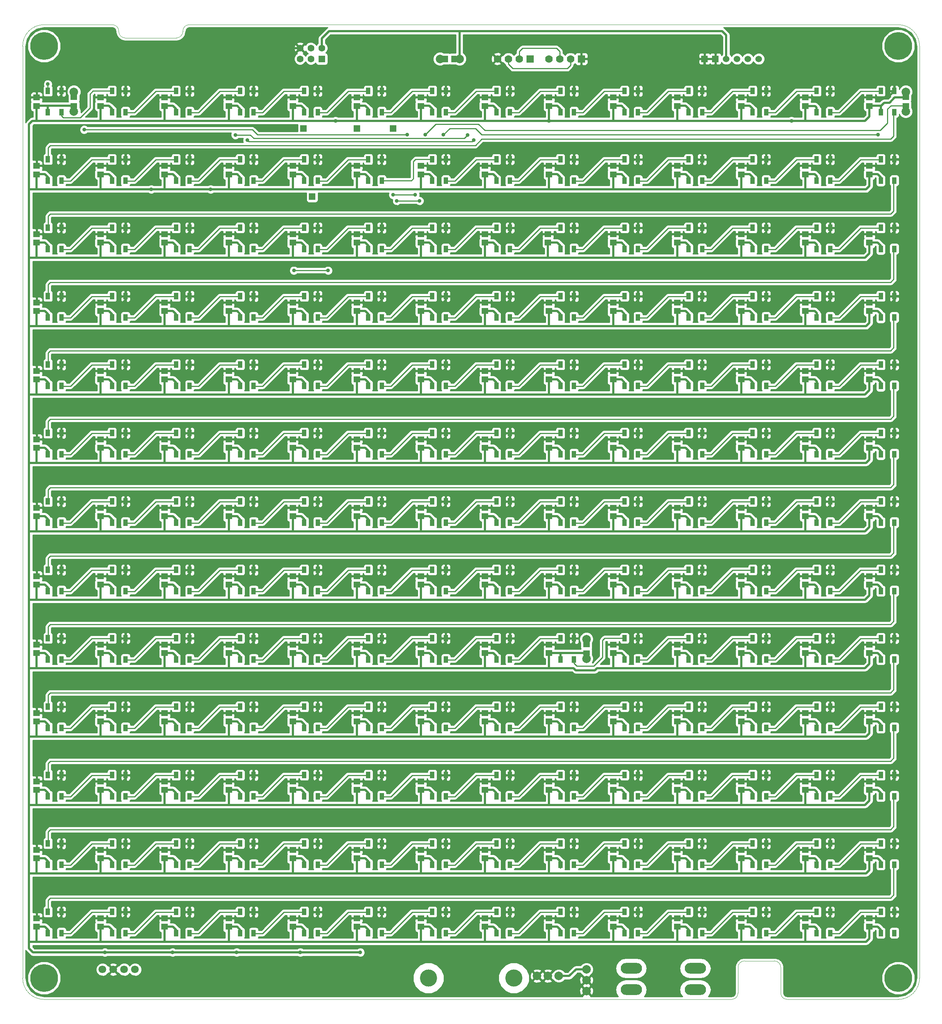
<source format=gtl>
G04 #@! TF.FileFunction,Copper,L1,Top,Signal*
%FSLAX46Y46*%
G04 Gerber Fmt 4.6, Leading zero omitted, Abs format (unit mm)*
G04 Created by KiCad (PCBNEW (2015-07-01 BZR 5850)-product) date Tue Oct  6 18:06:44 2015*
%MOMM*%
G01*
G04 APERTURE LIST*
%ADD10C,0.150000*%
%ADD11C,0.100000*%
%ADD12C,6.500000*%
%ADD13R,1.524000X1.524000*%
%ADD14R,1.600000X1.600000*%
%ADD15C,1.600000*%
%ADD16R,1.550000X1.350000*%
%ADD17R,1.016000X1.524000*%
%ADD18C,1.524000*%
%ADD19C,1.778000*%
%ADD20R,1.778000X1.778000*%
%ADD21C,2.000000*%
%ADD22R,1.498600X1.300480*%
%ADD23C,1.800000*%
%ADD24R,1.300480X1.498600*%
%ADD25C,4.000000*%
%ADD26O,5.000000X2.500000*%
%ADD27C,0.889000*%
%ADD28C,0.254000*%
%ADD29C,0.508000*%
G04 APERTURE END LIST*
D10*
D11*
X220000000Y-269000000D02*
X59000000Y-269000000D01*
X233000000Y-269000000D02*
X259000000Y-269000000D01*
X231500000Y-261500000D02*
X231500000Y-267500000D01*
X221500000Y-267500000D02*
X221500000Y-261500000D01*
X231500000Y-267500000D02*
G75*
G03X233000000Y-269000000I1500000J0D01*
G01*
X220000000Y-269000000D02*
G75*
G03X221500000Y-267500000I0J1500000D01*
G01*
X231500000Y-261500000D02*
G75*
G03X230000000Y-260000000I-1500000J0D01*
G01*
X223000000Y-260000000D02*
G75*
G03X221500000Y-261500000I0J-1500000D01*
G01*
X264000000Y-46000000D02*
X264000000Y-264000000D01*
X93000000Y-41000000D02*
X259000000Y-41000000D01*
X75000000Y-41000000D02*
X59000000Y-41000000D01*
X76500000Y-42500000D02*
X76500000Y-42600000D01*
X76500000Y-42500000D02*
G75*
G03X75000000Y-41000000I-1500000J0D01*
G01*
X91500000Y-42500000D02*
X91500000Y-42600000D01*
X93000000Y-41000000D02*
G75*
G03X91500000Y-42500000I0J-1500000D01*
G01*
X90000000Y-44100000D02*
G75*
G03X91500000Y-42600000I0J1500000D01*
G01*
X76500000Y-42600000D02*
G75*
G03X78000000Y-44100000I1500000J0D01*
G01*
X84000000Y-44100000D02*
X90000000Y-44100000D01*
X84000000Y-44100000D02*
X78000000Y-44100000D01*
X54000000Y-264000000D02*
X54000000Y-46000000D01*
X259000000Y-269000000D02*
G75*
G03X264000000Y-264000000I0J5000000D01*
G01*
X264000000Y-46000000D02*
G75*
G03X259000000Y-41000000I-5000000J0D01*
G01*
X59000000Y-41000000D02*
G75*
G03X54000000Y-46000000I0J-5000000D01*
G01*
X54000000Y-264000000D02*
G75*
G03X59000000Y-269000000I5000000J0D01*
G01*
X230000000Y-260000000D02*
X223000000Y-260000000D01*
D12*
X259000000Y-264000000D03*
X59000000Y-264000000D03*
X259000000Y-46000000D03*
X59000000Y-46000000D03*
D13*
X121800000Y-81200000D03*
X140750000Y-65250000D03*
X132250000Y-65250000D03*
D14*
X124040000Y-49020000D03*
D15*
X124040000Y-46480000D03*
X121500000Y-49020000D03*
X121500000Y-46480000D03*
X118960000Y-49020000D03*
X118960000Y-46480000D03*
D16*
X252250000Y-250000000D03*
X252250000Y-252000000D03*
X237250000Y-250000000D03*
X237250000Y-252000000D03*
X222250000Y-250000000D03*
X222250000Y-252000000D03*
X207250000Y-250000000D03*
X207250000Y-252000000D03*
X192250000Y-250000000D03*
X192250000Y-252000000D03*
X177250000Y-250000000D03*
X177250000Y-252000000D03*
X162250000Y-250000000D03*
X162250000Y-252000000D03*
X147250000Y-250000000D03*
X147250000Y-252000000D03*
X132250000Y-250000000D03*
X132250000Y-252000000D03*
X117250000Y-250000000D03*
X117250000Y-252000000D03*
X102250000Y-250000000D03*
X102250000Y-252000000D03*
X87250000Y-250000000D03*
X87250000Y-252000000D03*
X72250000Y-250000000D03*
X72250000Y-252000000D03*
X57250000Y-250000000D03*
X57250000Y-252000000D03*
X252250000Y-234000000D03*
X252250000Y-236000000D03*
X237250000Y-234000000D03*
X237250000Y-236000000D03*
X222250000Y-234000000D03*
X222250000Y-236000000D03*
X207250000Y-234000000D03*
X207250000Y-236000000D03*
X192250000Y-234000000D03*
X192250000Y-236000000D03*
X177250000Y-234000000D03*
X177250000Y-236000000D03*
X162250000Y-234000000D03*
X162250000Y-236000000D03*
X147250000Y-234000000D03*
X147250000Y-236000000D03*
X132250000Y-234000000D03*
X132250000Y-236000000D03*
X117250000Y-234000000D03*
X117250000Y-236000000D03*
X102250000Y-234000000D03*
X102250000Y-236000000D03*
X87250000Y-234000000D03*
X87250000Y-236000000D03*
X72250000Y-234000000D03*
X72250000Y-236000000D03*
X57250000Y-234000000D03*
X57250000Y-236000000D03*
X252250000Y-218000000D03*
X252250000Y-220000000D03*
X237250000Y-218000000D03*
X237250000Y-220000000D03*
X222250000Y-218000000D03*
X222250000Y-220000000D03*
X207250000Y-218000000D03*
X207250000Y-220000000D03*
X192250000Y-218000000D03*
X192250000Y-220000000D03*
X177250000Y-218000000D03*
X177250000Y-220000000D03*
X162250000Y-218000000D03*
X162250000Y-220000000D03*
X147250000Y-218000000D03*
X147250000Y-220000000D03*
X132250000Y-218000000D03*
X132250000Y-220000000D03*
X117250000Y-218000000D03*
X117250000Y-220000000D03*
X102250000Y-218000000D03*
X102250000Y-220000000D03*
X87250000Y-218000000D03*
X87250000Y-220000000D03*
X72250000Y-218000000D03*
X72250000Y-220000000D03*
X57250000Y-218000000D03*
X57250000Y-220000000D03*
X252250000Y-202000000D03*
X252250000Y-204000000D03*
X237250000Y-202000000D03*
X237250000Y-204000000D03*
X222250000Y-202000000D03*
X222250000Y-204000000D03*
X207250000Y-202000000D03*
X207250000Y-204000000D03*
X192250000Y-202000000D03*
X192250000Y-204000000D03*
X177250000Y-202000000D03*
X177250000Y-204000000D03*
X162250000Y-202000000D03*
X162250000Y-204000000D03*
X147250000Y-202000000D03*
X147250000Y-204000000D03*
X132250000Y-202000000D03*
X132250000Y-204000000D03*
X117250000Y-202000000D03*
X117250000Y-204000000D03*
X102250000Y-202000000D03*
X102250000Y-204000000D03*
X87250000Y-202000000D03*
X87250000Y-204000000D03*
X72250000Y-202000000D03*
X72250000Y-204000000D03*
X57250000Y-202000000D03*
X57250000Y-204000000D03*
X252250000Y-186000000D03*
X252250000Y-188000000D03*
X237250000Y-186000000D03*
X237250000Y-188000000D03*
X222250000Y-186000000D03*
X222250000Y-188000000D03*
X207250000Y-186000000D03*
X207250000Y-188000000D03*
X192250000Y-186000000D03*
X192250000Y-188000000D03*
X177250000Y-186000000D03*
X177250000Y-188000000D03*
X162250000Y-186000000D03*
X162250000Y-188000000D03*
X147250000Y-186000000D03*
X147250000Y-188000000D03*
X132250000Y-186000000D03*
X132250000Y-188000000D03*
X117250000Y-186000000D03*
X117250000Y-188000000D03*
X102250000Y-186000000D03*
X102250000Y-188000000D03*
X87250000Y-186000000D03*
X87250000Y-188000000D03*
X72250000Y-186000000D03*
X72250000Y-188000000D03*
X57250000Y-186000000D03*
X57250000Y-188000000D03*
X252250000Y-170000000D03*
X252250000Y-172000000D03*
X237250000Y-170000000D03*
X237250000Y-172000000D03*
X222250000Y-170000000D03*
X222250000Y-172000000D03*
X207250000Y-170000000D03*
X207250000Y-172000000D03*
X192250000Y-170000000D03*
X192250000Y-172000000D03*
X177250000Y-170000000D03*
X177250000Y-172000000D03*
X162250000Y-170000000D03*
X162250000Y-172000000D03*
X147250000Y-170000000D03*
X147250000Y-172000000D03*
X132250000Y-170000000D03*
X132250000Y-172000000D03*
X117250000Y-170000000D03*
X117250000Y-172000000D03*
X102250000Y-170000000D03*
X102250000Y-172000000D03*
X87250000Y-170000000D03*
X87250000Y-172000000D03*
X72250000Y-170000000D03*
X72250000Y-172000000D03*
X57250000Y-170000000D03*
X57250000Y-172000000D03*
X252250000Y-154000000D03*
X252250000Y-156000000D03*
X237250000Y-154000000D03*
X237250000Y-156000000D03*
X222250000Y-154000000D03*
X222250000Y-156000000D03*
X207250000Y-154000000D03*
X207250000Y-156000000D03*
X192250000Y-154000000D03*
X192250000Y-156000000D03*
X177250000Y-154000000D03*
X177250000Y-156000000D03*
X162250000Y-154000000D03*
X162250000Y-156000000D03*
X147250000Y-154000000D03*
X147250000Y-156000000D03*
X132250000Y-154000000D03*
X132250000Y-156000000D03*
X117250000Y-154000000D03*
X117250000Y-156000000D03*
X102250000Y-154000000D03*
X102250000Y-156000000D03*
X87250000Y-154000000D03*
X87250000Y-156000000D03*
X72250000Y-154000000D03*
X72250000Y-156000000D03*
X57250000Y-154000000D03*
X57250000Y-156000000D03*
X252250000Y-138000000D03*
X252250000Y-140000000D03*
X237250000Y-138000000D03*
X237250000Y-140000000D03*
X222250000Y-138000000D03*
X222250000Y-140000000D03*
X207250000Y-138000000D03*
X207250000Y-140000000D03*
X192250000Y-138000000D03*
X192250000Y-140000000D03*
X177250000Y-138000000D03*
X177250000Y-140000000D03*
X162250000Y-138000000D03*
X162250000Y-140000000D03*
X147250000Y-138000000D03*
X147250000Y-140000000D03*
X132250000Y-138000000D03*
X132250000Y-140000000D03*
X117250000Y-138000000D03*
X117250000Y-140000000D03*
X102250000Y-138000000D03*
X102250000Y-140000000D03*
X87250000Y-138000000D03*
X87250000Y-140000000D03*
X72250000Y-138000000D03*
X72250000Y-140000000D03*
X57250000Y-138000000D03*
X57250000Y-140000000D03*
X252250000Y-122000000D03*
X252250000Y-124000000D03*
X237250000Y-122000000D03*
X237250000Y-124000000D03*
X222250000Y-122000000D03*
X222250000Y-124000000D03*
X207250000Y-122000000D03*
X207250000Y-124000000D03*
X192250000Y-122000000D03*
X192250000Y-124000000D03*
X177250000Y-122000000D03*
X177250000Y-124000000D03*
X162250000Y-122000000D03*
X162250000Y-124000000D03*
X147250000Y-122000000D03*
X147250000Y-124000000D03*
X132250000Y-122000000D03*
X132250000Y-124000000D03*
X117250000Y-122000000D03*
X117250000Y-124000000D03*
X102250000Y-122000000D03*
X102250000Y-124000000D03*
X87250000Y-122000000D03*
X87250000Y-124000000D03*
X72250000Y-122000000D03*
X72250000Y-124000000D03*
X57250000Y-122000000D03*
X57250000Y-124000000D03*
X252250000Y-106000000D03*
X252250000Y-108000000D03*
X237250000Y-106000000D03*
X237250000Y-108000000D03*
X222250000Y-106000000D03*
X222250000Y-108000000D03*
X207250000Y-106000000D03*
X207250000Y-108000000D03*
X192250000Y-106000000D03*
X192250000Y-108000000D03*
X177250000Y-106000000D03*
X177250000Y-108000000D03*
X162250000Y-106000000D03*
X162250000Y-108000000D03*
X147250000Y-106000000D03*
X147250000Y-108000000D03*
X132250000Y-106000000D03*
X132250000Y-108000000D03*
X117250000Y-106000000D03*
X117250000Y-108000000D03*
X102250000Y-106000000D03*
X102250000Y-108000000D03*
X87250000Y-106000000D03*
X87250000Y-108000000D03*
X72250000Y-106000000D03*
X72250000Y-108000000D03*
X57250000Y-106000000D03*
X57250000Y-108000000D03*
X252250000Y-90000000D03*
X252250000Y-92000000D03*
X237250000Y-90000000D03*
X237250000Y-92000000D03*
X222250000Y-90000000D03*
X222250000Y-92000000D03*
X207250000Y-90000000D03*
X207250000Y-92000000D03*
X192250000Y-90000000D03*
X192250000Y-92000000D03*
X177000000Y-90000000D03*
X177000000Y-92000000D03*
X162250000Y-90000000D03*
X162250000Y-92000000D03*
X147250000Y-90000000D03*
X147250000Y-92000000D03*
X132250000Y-90000000D03*
X132250000Y-92000000D03*
X117250000Y-90000000D03*
X117250000Y-92000000D03*
X102250000Y-90000000D03*
X102250000Y-92000000D03*
X87250000Y-90000000D03*
X87250000Y-92000000D03*
X72250000Y-90000000D03*
X72250000Y-92000000D03*
X57250000Y-90000000D03*
X57250000Y-92000000D03*
X252250000Y-74000000D03*
X252250000Y-76000000D03*
X237250000Y-74000000D03*
X237250000Y-76000000D03*
X222250000Y-74000000D03*
X222250000Y-76000000D03*
X207250000Y-74000000D03*
X207250000Y-76000000D03*
X192250000Y-74000000D03*
X192250000Y-76000000D03*
X177250000Y-74000000D03*
X177250000Y-76000000D03*
X162250000Y-74000000D03*
X162250000Y-76000000D03*
X147250000Y-74000000D03*
X147250000Y-76000000D03*
X132250000Y-74000000D03*
X132250000Y-76000000D03*
X117250000Y-74000000D03*
X117250000Y-76000000D03*
X102250000Y-74000000D03*
X102250000Y-76000000D03*
X87250000Y-74000000D03*
X87250000Y-76000000D03*
X72250000Y-74000000D03*
X72250000Y-76000000D03*
X57250000Y-74000000D03*
X57250000Y-76000000D03*
X252250000Y-58000000D03*
X252250000Y-60000000D03*
X237250000Y-58000000D03*
X237250000Y-60000000D03*
X222250000Y-58000000D03*
X222250000Y-60000000D03*
X207250000Y-58000000D03*
X207250000Y-60000000D03*
X192250000Y-58000000D03*
X192250000Y-60000000D03*
X177250000Y-58000000D03*
X177250000Y-60000000D03*
X162250000Y-58000000D03*
X162250000Y-60000000D03*
X147250000Y-58000000D03*
X147250000Y-60000000D03*
X132250000Y-58000000D03*
X132250000Y-60000000D03*
X117250000Y-58000000D03*
X117250000Y-60000000D03*
X102250000Y-58000000D03*
X102250000Y-60000000D03*
X87250000Y-58000000D03*
X87250000Y-60000000D03*
X72250000Y-58000000D03*
X72250000Y-60000000D03*
X57250000Y-58000000D03*
X57250000Y-60000000D03*
D17*
X138087500Y-72523500D03*
X134912500Y-72523500D03*
X134912500Y-77476500D03*
X138087500Y-77476500D03*
X258087500Y-248523500D03*
X254912500Y-248523500D03*
X254912500Y-253476500D03*
X258087500Y-253476500D03*
X243087500Y-248523500D03*
X239912500Y-248523500D03*
X239912500Y-253476500D03*
X243087500Y-253476500D03*
X228087500Y-248523500D03*
X224912500Y-248523500D03*
X224912500Y-253476500D03*
X228087500Y-253476500D03*
X213087500Y-248523500D03*
X209912500Y-248523500D03*
X209912500Y-253476500D03*
X213087500Y-253476500D03*
X198087500Y-248523500D03*
X194912500Y-248523500D03*
X194912500Y-253476500D03*
X198087500Y-253476500D03*
X183087500Y-248523500D03*
X179912500Y-248523500D03*
X179912500Y-253476500D03*
X183087500Y-253476500D03*
X168087500Y-248523500D03*
X164912500Y-248523500D03*
X164912500Y-253476500D03*
X168087500Y-253476500D03*
X153087500Y-248523500D03*
X149912500Y-248523500D03*
X149912500Y-253476500D03*
X153087500Y-253476500D03*
X138087500Y-248523500D03*
X134912500Y-248523500D03*
X134912500Y-253476500D03*
X138087500Y-253476500D03*
X123087500Y-248523500D03*
X119912500Y-248523500D03*
X119912500Y-253476500D03*
X123087500Y-253476500D03*
X108087500Y-248523500D03*
X104912500Y-248523500D03*
X104912500Y-253476500D03*
X108087500Y-253476500D03*
X93087500Y-248523500D03*
X89912500Y-248523500D03*
X89912500Y-253476500D03*
X93087500Y-253476500D03*
X78087500Y-248523500D03*
X74912500Y-248523500D03*
X74912500Y-253476500D03*
X78087500Y-253476500D03*
X63087500Y-248523500D03*
X59912500Y-248523500D03*
X59912500Y-253476500D03*
X63087500Y-253476500D03*
X258087500Y-232523500D03*
X254912500Y-232523500D03*
X254912500Y-237476500D03*
X258087500Y-237476500D03*
X243087500Y-232523500D03*
X239912500Y-232523500D03*
X239912500Y-237476500D03*
X243087500Y-237476500D03*
X228087500Y-232523500D03*
X224912500Y-232523500D03*
X224912500Y-237476500D03*
X228087500Y-237476500D03*
X213087500Y-232523500D03*
X209912500Y-232523500D03*
X209912500Y-237476500D03*
X213087500Y-237476500D03*
X198087500Y-232523500D03*
X194912500Y-232523500D03*
X194912500Y-237476500D03*
X198087500Y-237476500D03*
X183087500Y-232523500D03*
X179912500Y-232523500D03*
X179912500Y-237476500D03*
X183087500Y-237476500D03*
X168087500Y-232523500D03*
X164912500Y-232523500D03*
X164912500Y-237476500D03*
X168087500Y-237476500D03*
X153087500Y-232523500D03*
X149912500Y-232523500D03*
X149912500Y-237476500D03*
X153087500Y-237476500D03*
X138087500Y-232523500D03*
X134912500Y-232523500D03*
X134912500Y-237476500D03*
X138087500Y-237476500D03*
X123087500Y-232523500D03*
X119912500Y-232523500D03*
X119912500Y-237476500D03*
X123087500Y-237476500D03*
X108087500Y-232523500D03*
X104912500Y-232523500D03*
X104912500Y-237476500D03*
X108087500Y-237476500D03*
X93087500Y-232523500D03*
X89912500Y-232523500D03*
X89912500Y-237476500D03*
X93087500Y-237476500D03*
X78087500Y-232523500D03*
X74912500Y-232523500D03*
X74912500Y-237476500D03*
X78087500Y-237476500D03*
X63087500Y-232523500D03*
X59912500Y-232523500D03*
X59912500Y-237476500D03*
X63087500Y-237476500D03*
X258087500Y-216523500D03*
X254912500Y-216523500D03*
X254912500Y-221476500D03*
X258087500Y-221476500D03*
X243087500Y-216523500D03*
X239912500Y-216523500D03*
X239912500Y-221476500D03*
X243087500Y-221476500D03*
X228087500Y-216523500D03*
X224912500Y-216523500D03*
X224912500Y-221476500D03*
X228087500Y-221476500D03*
X213087500Y-216523500D03*
X209912500Y-216523500D03*
X209912500Y-221476500D03*
X213087500Y-221476500D03*
X198087500Y-216523500D03*
X194912500Y-216523500D03*
X194912500Y-221476500D03*
X198087500Y-221476500D03*
X183087500Y-216523500D03*
X179912500Y-216523500D03*
X179912500Y-221476500D03*
X183087500Y-221476500D03*
X168087500Y-216523500D03*
X164912500Y-216523500D03*
X164912500Y-221476500D03*
X168087500Y-221476500D03*
X153087500Y-216523500D03*
X149912500Y-216523500D03*
X149912500Y-221476500D03*
X153087500Y-221476500D03*
X138087500Y-216523500D03*
X134912500Y-216523500D03*
X134912500Y-221476500D03*
X138087500Y-221476500D03*
X123087500Y-216523500D03*
X119912500Y-216523500D03*
X119912500Y-221476500D03*
X123087500Y-221476500D03*
X108087500Y-216523500D03*
X104912500Y-216523500D03*
X104912500Y-221476500D03*
X108087500Y-221476500D03*
X93087500Y-216523500D03*
X89912500Y-216523500D03*
X89912500Y-221476500D03*
X93087500Y-221476500D03*
X78087500Y-216523500D03*
X74912500Y-216523500D03*
X74912500Y-221476500D03*
X78087500Y-221476500D03*
X63087500Y-216523500D03*
X59912500Y-216523500D03*
X59912500Y-221476500D03*
X63087500Y-221476500D03*
X258087500Y-200523500D03*
X254912500Y-200523500D03*
X254912500Y-205476500D03*
X258087500Y-205476500D03*
X243087500Y-200523500D03*
X239912500Y-200523500D03*
X239912500Y-205476500D03*
X243087500Y-205476500D03*
X228087500Y-200523500D03*
X224912500Y-200523500D03*
X224912500Y-205476500D03*
X228087500Y-205476500D03*
X213087500Y-200523500D03*
X209912500Y-200523500D03*
X209912500Y-205476500D03*
X213087500Y-205476500D03*
X198087500Y-200523500D03*
X194912500Y-200523500D03*
X194912500Y-205476500D03*
X198087500Y-205476500D03*
X183087500Y-200523500D03*
X179912500Y-200523500D03*
X179912500Y-205476500D03*
X183087500Y-205476500D03*
X168087500Y-200523500D03*
X164912500Y-200523500D03*
X164912500Y-205476500D03*
X168087500Y-205476500D03*
X153087500Y-200523500D03*
X149912500Y-200523500D03*
X149912500Y-205476500D03*
X153087500Y-205476500D03*
X138087500Y-200523500D03*
X134912500Y-200523500D03*
X134912500Y-205476500D03*
X138087500Y-205476500D03*
X123087500Y-200523500D03*
X119912500Y-200523500D03*
X119912500Y-205476500D03*
X123087500Y-205476500D03*
X108087500Y-200523500D03*
X104912500Y-200523500D03*
X104912500Y-205476500D03*
X108087500Y-205476500D03*
X93087500Y-200523500D03*
X89912500Y-200523500D03*
X89912500Y-205476500D03*
X93087500Y-205476500D03*
X78087500Y-200523500D03*
X74912500Y-200523500D03*
X74912500Y-205476500D03*
X78087500Y-205476500D03*
X63087500Y-200523500D03*
X59912500Y-200523500D03*
X59912500Y-205476500D03*
X63087500Y-205476500D03*
X258087500Y-184523500D03*
X254912500Y-184523500D03*
X254912500Y-189476500D03*
X258087500Y-189476500D03*
X243087500Y-184523500D03*
X239912500Y-184523500D03*
X239912500Y-189476500D03*
X243087500Y-189476500D03*
X228087500Y-184523500D03*
X224912500Y-184523500D03*
X224912500Y-189476500D03*
X228087500Y-189476500D03*
X213087500Y-184523500D03*
X209912500Y-184523500D03*
X209912500Y-189476500D03*
X213087500Y-189476500D03*
X198087500Y-184523500D03*
X194912500Y-184523500D03*
X194912500Y-189476500D03*
X198087500Y-189476500D03*
X183087500Y-184523500D03*
X179912500Y-184523500D03*
X179912500Y-189476500D03*
X183087500Y-189476500D03*
X168087500Y-184523500D03*
X164912500Y-184523500D03*
X164912500Y-189476500D03*
X168087500Y-189476500D03*
X153087500Y-184523500D03*
X149912500Y-184523500D03*
X149912500Y-189476500D03*
X153087500Y-189476500D03*
X138087500Y-184523500D03*
X134912500Y-184523500D03*
X134912500Y-189476500D03*
X138087500Y-189476500D03*
X123087500Y-184523500D03*
X119912500Y-184523500D03*
X119912500Y-189476500D03*
X123087500Y-189476500D03*
X108087500Y-184523500D03*
X104912500Y-184523500D03*
X104912500Y-189476500D03*
X108087500Y-189476500D03*
X93087500Y-184523500D03*
X89912500Y-184523500D03*
X89912500Y-189476500D03*
X93087500Y-189476500D03*
X78087500Y-184523500D03*
X74912500Y-184523500D03*
X74912500Y-189476500D03*
X78087500Y-189476500D03*
X63087500Y-184523500D03*
X59912500Y-184523500D03*
X59912500Y-189476500D03*
X63087500Y-189476500D03*
X258087500Y-168523500D03*
X254912500Y-168523500D03*
X254912500Y-173476500D03*
X258087500Y-173476500D03*
X243087500Y-168523500D03*
X239912500Y-168523500D03*
X239912500Y-173476500D03*
X243087500Y-173476500D03*
X228087500Y-168523500D03*
X224912500Y-168523500D03*
X224912500Y-173476500D03*
X228087500Y-173476500D03*
X213087500Y-168523500D03*
X209912500Y-168523500D03*
X209912500Y-173476500D03*
X213087500Y-173476500D03*
X198087500Y-168523500D03*
X194912500Y-168523500D03*
X194912500Y-173476500D03*
X198087500Y-173476500D03*
X183087500Y-168523500D03*
X179912500Y-168523500D03*
X179912500Y-173476500D03*
X183087500Y-173476500D03*
X168087500Y-168523500D03*
X164912500Y-168523500D03*
X164912500Y-173476500D03*
X168087500Y-173476500D03*
X153087500Y-168523500D03*
X149912500Y-168523500D03*
X149912500Y-173476500D03*
X153087500Y-173476500D03*
X138087500Y-168523500D03*
X134912500Y-168523500D03*
X134912500Y-173476500D03*
X138087500Y-173476500D03*
X123087500Y-168523500D03*
X119912500Y-168523500D03*
X119912500Y-173476500D03*
X123087500Y-173476500D03*
X108087500Y-168523500D03*
X104912500Y-168523500D03*
X104912500Y-173476500D03*
X108087500Y-173476500D03*
X93087500Y-168523500D03*
X89912500Y-168523500D03*
X89912500Y-173476500D03*
X93087500Y-173476500D03*
X78087500Y-168523500D03*
X74912500Y-168523500D03*
X74912500Y-173476500D03*
X78087500Y-173476500D03*
X63087500Y-168523500D03*
X59912500Y-168523500D03*
X59912500Y-173476500D03*
X63087500Y-173476500D03*
X258087500Y-152523500D03*
X254912500Y-152523500D03*
X254912500Y-157476500D03*
X258087500Y-157476500D03*
X243087500Y-152523500D03*
X239912500Y-152523500D03*
X239912500Y-157476500D03*
X243087500Y-157476500D03*
X228087500Y-152523500D03*
X224912500Y-152523500D03*
X224912500Y-157476500D03*
X228087500Y-157476500D03*
X213087500Y-152523500D03*
X209912500Y-152523500D03*
X209912500Y-157476500D03*
X213087500Y-157476500D03*
X198087500Y-152523500D03*
X194912500Y-152523500D03*
X194912500Y-157476500D03*
X198087500Y-157476500D03*
X183087500Y-152523500D03*
X179912500Y-152523500D03*
X179912500Y-157476500D03*
X183087500Y-157476500D03*
X168087500Y-152523500D03*
X164912500Y-152523500D03*
X164912500Y-157476500D03*
X168087500Y-157476500D03*
X153087500Y-152523500D03*
X149912500Y-152523500D03*
X149912500Y-157476500D03*
X153087500Y-157476500D03*
X138087500Y-152523500D03*
X134912500Y-152523500D03*
X134912500Y-157476500D03*
X138087500Y-157476500D03*
X123087500Y-152523500D03*
X119912500Y-152523500D03*
X119912500Y-157476500D03*
X123087500Y-157476500D03*
X108087500Y-152523500D03*
X104912500Y-152523500D03*
X104912500Y-157476500D03*
X108087500Y-157476500D03*
X93087500Y-152523500D03*
X89912500Y-152523500D03*
X89912500Y-157476500D03*
X93087500Y-157476500D03*
X78087500Y-152523500D03*
X74912500Y-152523500D03*
X74912500Y-157476500D03*
X78087500Y-157476500D03*
X63087500Y-152523500D03*
X59912500Y-152523500D03*
X59912500Y-157476500D03*
X63087500Y-157476500D03*
X258087500Y-136523500D03*
X254912500Y-136523500D03*
X254912500Y-141476500D03*
X258087500Y-141476500D03*
X243087500Y-136523500D03*
X239912500Y-136523500D03*
X239912500Y-141476500D03*
X243087500Y-141476500D03*
X228087500Y-136523500D03*
X224912500Y-136523500D03*
X224912500Y-141476500D03*
X228087500Y-141476500D03*
X213087500Y-136523500D03*
X209912500Y-136523500D03*
X209912500Y-141476500D03*
X213087500Y-141476500D03*
X198087500Y-136523500D03*
X194912500Y-136523500D03*
X194912500Y-141476500D03*
X198087500Y-141476500D03*
X183087500Y-136523500D03*
X179912500Y-136523500D03*
X179912500Y-141476500D03*
X183087500Y-141476500D03*
X168087500Y-136523500D03*
X164912500Y-136523500D03*
X164912500Y-141476500D03*
X168087500Y-141476500D03*
X153087500Y-136523500D03*
X149912500Y-136523500D03*
X149912500Y-141476500D03*
X153087500Y-141476500D03*
X138087500Y-136523500D03*
X134912500Y-136523500D03*
X134912500Y-141476500D03*
X138087500Y-141476500D03*
X123087500Y-136523500D03*
X119912500Y-136523500D03*
X119912500Y-141476500D03*
X123087500Y-141476500D03*
X108087500Y-136523500D03*
X104912500Y-136523500D03*
X104912500Y-141476500D03*
X108087500Y-141476500D03*
X93087500Y-136523500D03*
X89912500Y-136523500D03*
X89912500Y-141476500D03*
X93087500Y-141476500D03*
X78087500Y-136523500D03*
X74912500Y-136523500D03*
X74912500Y-141476500D03*
X78087500Y-141476500D03*
X63087500Y-136523500D03*
X59912500Y-136523500D03*
X59912500Y-141476500D03*
X63087500Y-141476500D03*
X258087500Y-120523500D03*
X254912500Y-120523500D03*
X254912500Y-125476500D03*
X258087500Y-125476500D03*
X243087500Y-120523500D03*
X239912500Y-120523500D03*
X239912500Y-125476500D03*
X243087500Y-125476500D03*
X228087500Y-120523500D03*
X224912500Y-120523500D03*
X224912500Y-125476500D03*
X228087500Y-125476500D03*
X213087500Y-120523500D03*
X209912500Y-120523500D03*
X209912500Y-125476500D03*
X213087500Y-125476500D03*
X198087500Y-120523500D03*
X194912500Y-120523500D03*
X194912500Y-125476500D03*
X198087500Y-125476500D03*
X183087500Y-120523500D03*
X179912500Y-120523500D03*
X179912500Y-125476500D03*
X183087500Y-125476500D03*
X168087500Y-120523500D03*
X164912500Y-120523500D03*
X164912500Y-125476500D03*
X168087500Y-125476500D03*
X153087500Y-120523500D03*
X149912500Y-120523500D03*
X149912500Y-125476500D03*
X153087500Y-125476500D03*
X138087500Y-120523500D03*
X134912500Y-120523500D03*
X134912500Y-125476500D03*
X138087500Y-125476500D03*
X123087500Y-120523500D03*
X119912500Y-120523500D03*
X119912500Y-125476500D03*
X123087500Y-125476500D03*
X108087500Y-120523500D03*
X104912500Y-120523500D03*
X104912500Y-125476500D03*
X108087500Y-125476500D03*
X93087500Y-120523500D03*
X89912500Y-120523500D03*
X89912500Y-125476500D03*
X93087500Y-125476500D03*
X78087500Y-120523500D03*
X74912500Y-120523500D03*
X74912500Y-125476500D03*
X78087500Y-125476500D03*
X63087500Y-120523500D03*
X59912500Y-120523500D03*
X59912500Y-125476500D03*
X63087500Y-125476500D03*
X258087500Y-104523500D03*
X254912500Y-104523500D03*
X254912500Y-109476500D03*
X258087500Y-109476500D03*
X243087500Y-104523500D03*
X239912500Y-104523500D03*
X239912500Y-109476500D03*
X243087500Y-109476500D03*
X228087500Y-104523500D03*
X224912500Y-104523500D03*
X224912500Y-109476500D03*
X228087500Y-109476500D03*
X213087500Y-104523500D03*
X209912500Y-104523500D03*
X209912500Y-109476500D03*
X213087500Y-109476500D03*
X198087500Y-104523500D03*
X194912500Y-104523500D03*
X194912500Y-109476500D03*
X198087500Y-109476500D03*
X183087500Y-104523500D03*
X179912500Y-104523500D03*
X179912500Y-109476500D03*
X183087500Y-109476500D03*
X168087500Y-104523500D03*
X164912500Y-104523500D03*
X164912500Y-109476500D03*
X168087500Y-109476500D03*
X153087500Y-104523500D03*
X149912500Y-104523500D03*
X149912500Y-109476500D03*
X153087500Y-109476500D03*
X138087500Y-104523500D03*
X134912500Y-104523500D03*
X134912500Y-109476500D03*
X138087500Y-109476500D03*
X123087500Y-104523500D03*
X119912500Y-104523500D03*
X119912500Y-109476500D03*
X123087500Y-109476500D03*
X108087500Y-104523500D03*
X104912500Y-104523500D03*
X104912500Y-109476500D03*
X108087500Y-109476500D03*
X93087500Y-104523500D03*
X89912500Y-104523500D03*
X89912500Y-109476500D03*
X93087500Y-109476500D03*
X78087500Y-104523500D03*
X74912500Y-104523500D03*
X74912500Y-109476500D03*
X78087500Y-109476500D03*
X63087500Y-104523500D03*
X59912500Y-104523500D03*
X59912500Y-109476500D03*
X63087500Y-109476500D03*
X258087500Y-88523500D03*
X254912500Y-88523500D03*
X254912500Y-93476500D03*
X258087500Y-93476500D03*
X243087500Y-88523500D03*
X239912500Y-88523500D03*
X239912500Y-93476500D03*
X243087500Y-93476500D03*
X228087500Y-88523500D03*
X224912500Y-88523500D03*
X224912500Y-93476500D03*
X228087500Y-93476500D03*
X213087500Y-88523500D03*
X209912500Y-88523500D03*
X209912500Y-93476500D03*
X213087500Y-93476500D03*
X198087500Y-88523500D03*
X194912500Y-88523500D03*
X194912500Y-93476500D03*
X198087500Y-93476500D03*
X183087500Y-88523500D03*
X179912500Y-88523500D03*
X179912500Y-93476500D03*
X183087500Y-93476500D03*
X168087500Y-88523500D03*
X164912500Y-88523500D03*
X164912500Y-93476500D03*
X168087500Y-93476500D03*
X153087500Y-88523500D03*
X149912500Y-88523500D03*
X149912500Y-93476500D03*
X153087500Y-93476500D03*
X138087500Y-88523500D03*
X134912500Y-88523500D03*
X134912500Y-93476500D03*
X138087500Y-93476500D03*
X123087500Y-88523500D03*
X119912500Y-88523500D03*
X119912500Y-93476500D03*
X123087500Y-93476500D03*
X108087500Y-88523500D03*
X104912500Y-88523500D03*
X104912500Y-93476500D03*
X108087500Y-93476500D03*
X93087500Y-88523500D03*
X89912500Y-88523500D03*
X89912500Y-93476500D03*
X93087500Y-93476500D03*
X78087500Y-88523500D03*
X74912500Y-88523500D03*
X74912500Y-93476500D03*
X78087500Y-93476500D03*
X63087500Y-88523500D03*
X59912500Y-88523500D03*
X59912500Y-93476500D03*
X63087500Y-93476500D03*
X258087500Y-72523500D03*
X254912500Y-72523500D03*
X254912500Y-77476500D03*
X258087500Y-77476500D03*
X243087500Y-72523500D03*
X239912500Y-72523500D03*
X239912500Y-77476500D03*
X243087500Y-77476500D03*
X228087500Y-72523500D03*
X224912500Y-72523500D03*
X224912500Y-77476500D03*
X228087500Y-77476500D03*
X213087500Y-72523500D03*
X209912500Y-72523500D03*
X209912500Y-77476500D03*
X213087500Y-77476500D03*
X198087500Y-72523500D03*
X194912500Y-72523500D03*
X194912500Y-77476500D03*
X198087500Y-77476500D03*
X183087500Y-72523500D03*
X179912500Y-72523500D03*
X179912500Y-77476500D03*
X183087500Y-77476500D03*
X168087500Y-72523500D03*
X164912500Y-72523500D03*
X164912500Y-77476500D03*
X168087500Y-77476500D03*
X153087500Y-72523500D03*
X149912500Y-72523500D03*
X149912500Y-77476500D03*
X153087500Y-77476500D03*
X123087500Y-72523500D03*
X119912500Y-72523500D03*
X119912500Y-77476500D03*
X123087500Y-77476500D03*
X108087500Y-72523500D03*
X104912500Y-72523500D03*
X104912500Y-77476500D03*
X108087500Y-77476500D03*
X93087500Y-72523500D03*
X89912500Y-72523500D03*
X89912500Y-77476500D03*
X93087500Y-77476500D03*
X78087500Y-72523500D03*
X74912500Y-72523500D03*
X74912500Y-77476500D03*
X78087500Y-77476500D03*
X63087500Y-72523500D03*
X59912500Y-72523500D03*
X59912500Y-77476500D03*
X63087500Y-77476500D03*
X258087500Y-56523500D03*
X254912500Y-56523500D03*
X254912500Y-61476500D03*
X258087500Y-61476500D03*
X243087500Y-56523500D03*
X239912500Y-56523500D03*
X239912500Y-61476500D03*
X243087500Y-61476500D03*
X228087500Y-56523500D03*
X224912500Y-56523500D03*
X224912500Y-61476500D03*
X228087500Y-61476500D03*
X213087500Y-56523500D03*
X209912500Y-56523500D03*
X209912500Y-61476500D03*
X213087500Y-61476500D03*
X198087500Y-56523500D03*
X194912500Y-56523500D03*
X194912500Y-61476500D03*
X198087500Y-61476500D03*
X183087500Y-56523500D03*
X179912500Y-56523500D03*
X179912500Y-61476500D03*
X183087500Y-61476500D03*
X168087500Y-56523500D03*
X164912500Y-56523500D03*
X164912500Y-61476500D03*
X168087500Y-61476500D03*
X153087500Y-56523500D03*
X149912500Y-56523500D03*
X149912500Y-61476500D03*
X153087500Y-61476500D03*
X138087500Y-56523500D03*
X134912500Y-56523500D03*
X134912500Y-61476500D03*
X138087500Y-61476500D03*
X123087500Y-56523500D03*
X119912500Y-56523500D03*
X119912500Y-61476500D03*
X123087500Y-61476500D03*
X108087500Y-56523500D03*
X104912500Y-56523500D03*
X104912500Y-61476500D03*
X108087500Y-61476500D03*
X93087500Y-56523500D03*
X89912500Y-56523500D03*
X89912500Y-61476500D03*
X93087500Y-61476500D03*
X78087500Y-56523500D03*
X74912500Y-56523500D03*
X74912500Y-61476500D03*
X78087500Y-61476500D03*
X63087500Y-56523500D03*
X59912500Y-56523500D03*
X59912500Y-61476500D03*
X63087500Y-61476500D03*
D13*
X213650000Y-49000000D03*
X216190000Y-49000000D03*
D18*
X218730000Y-49000000D03*
X221270000Y-49000000D03*
X223810000Y-49000000D03*
X226350000Y-49000000D03*
D19*
X165190000Y-49000000D03*
X167730000Y-49000000D03*
X170270000Y-49000000D03*
D20*
X172810000Y-49000000D03*
D19*
X177190000Y-49000000D03*
X179730000Y-49000000D03*
X182270000Y-49000000D03*
D20*
X184810000Y-49000000D03*
D13*
X119750000Y-65250000D03*
D21*
X186000000Y-267040000D03*
X186000000Y-264500000D03*
X186000000Y-261960000D03*
X174460000Y-263500000D03*
X177000000Y-263500000D03*
X179540000Y-263500000D03*
D22*
X66000000Y-59952500D03*
X66000000Y-58047500D03*
D21*
X66000000Y-56714000D03*
X66000000Y-61286000D03*
D22*
X260750000Y-58047500D03*
X260750000Y-59952500D03*
D21*
X260750000Y-61286000D03*
X260750000Y-56714000D03*
D22*
X186000000Y-187952500D03*
X186000000Y-186047500D03*
D21*
X186000000Y-184714000D03*
X186000000Y-189286000D03*
D23*
X80310000Y-262000000D03*
X77770000Y-262000000D03*
X75230000Y-262000000D03*
X72690000Y-262000000D03*
D24*
X154952500Y-49000000D03*
X153047500Y-49000000D03*
D21*
X151714000Y-49000000D03*
X156286000Y-49000000D03*
D25*
X149000000Y-264000000D03*
X169000000Y-264000000D03*
D26*
X211500000Y-261750000D03*
X211500000Y-266750000D03*
X196500000Y-261750000D03*
X196500000Y-266750000D03*
D27*
X117500000Y-98500000D03*
X125500000Y-98500000D03*
X59900000Y-54900000D03*
X159600000Y-68000000D03*
X106600000Y-68000000D03*
X158200000Y-66800000D03*
X103800000Y-66800000D03*
X127250000Y-63500000D03*
X119000000Y-258000000D03*
X104100000Y-258000000D03*
X89100000Y-258000000D03*
X234000000Y-63500000D03*
X84100000Y-79500000D03*
X98000000Y-79500000D03*
X177250000Y-63500000D03*
X133050000Y-258000000D03*
X73250000Y-258000000D03*
X83600000Y-70600000D03*
X242000000Y-54600000D03*
X243100000Y-70600000D03*
X130300000Y-54600000D03*
X162800000Y-54600000D03*
X169500000Y-70600000D03*
X190000000Y-54600000D03*
X90400000Y-70600000D03*
X138100000Y-86600000D03*
X91500000Y-246600000D03*
X106500000Y-246600000D03*
X121500000Y-246600000D03*
X136500000Y-246600000D03*
X151500000Y-246600000D03*
X166500000Y-246600000D03*
X145900000Y-80800000D03*
X140700000Y-80800000D03*
X146900000Y-82200000D03*
X141600000Y-82200000D03*
X144000000Y-66750000D03*
X68400000Y-65550000D03*
X148250000Y-66750000D03*
X152500000Y-66750000D03*
X254250000Y-66750000D03*
D28*
X117500000Y-98500000D02*
X125500000Y-98500000D01*
X59900000Y-54900000D02*
X59912500Y-54912500D01*
X59912500Y-54912500D02*
X59912500Y-56523500D01*
X253750000Y-67750000D02*
X161500000Y-67750000D01*
X161500000Y-67750000D02*
X160000000Y-69250000D01*
X156500000Y-69250000D02*
X160000000Y-69250000D01*
X60500000Y-69250000D02*
X59950000Y-69800000D01*
X59950000Y-69800000D02*
X59950000Y-72550000D01*
X156500000Y-69250000D02*
X60500000Y-69250000D01*
X257250000Y-67750000D02*
X257950000Y-67050000D01*
X253750000Y-67750000D02*
X257250000Y-67750000D01*
X257950000Y-61550000D02*
X257950000Y-67050000D01*
X257950000Y-84550000D02*
X257250000Y-85250000D01*
X257250000Y-85250000D02*
X60500000Y-85250000D01*
X60500000Y-85250000D02*
X59950000Y-85800000D01*
X59950000Y-85800000D02*
X59950000Y-88550000D01*
X257950000Y-77550000D02*
X257950000Y-84550000D01*
X257950000Y-100550000D02*
X257250000Y-101250000D01*
X257250000Y-101250000D02*
X60500000Y-101250000D01*
X60500000Y-101250000D02*
X59950000Y-101800000D01*
X59950000Y-101800000D02*
X59950000Y-104550000D01*
X257950000Y-93550000D02*
X257950000Y-100550000D01*
X257950000Y-116550000D02*
X257250000Y-117250000D01*
X257250000Y-117250000D02*
X60500000Y-117250000D01*
X60500000Y-117250000D02*
X59950000Y-117800000D01*
X59950000Y-117800000D02*
X59950000Y-120550000D01*
X257950000Y-109550000D02*
X257950000Y-116550000D01*
X257950000Y-132550000D02*
X257250000Y-133250000D01*
X257250000Y-133250000D02*
X60500000Y-133250000D01*
X60500000Y-133250000D02*
X59950000Y-133800000D01*
X59950000Y-133800000D02*
X59950000Y-136550000D01*
X257950000Y-125550000D02*
X257950000Y-132550000D01*
X257950000Y-148550000D02*
X257250000Y-149250000D01*
X257250000Y-149250000D02*
X60500000Y-149250000D01*
X60500000Y-149250000D02*
X59950000Y-149800000D01*
X59950000Y-149800000D02*
X59950000Y-152550000D01*
X257950000Y-141550000D02*
X257950000Y-148550000D01*
X257950000Y-164550000D02*
X257250000Y-165250000D01*
X257250000Y-165250000D02*
X60500000Y-165250000D01*
X60500000Y-165250000D02*
X59950000Y-165800000D01*
X59950000Y-165800000D02*
X59950000Y-168550000D01*
X257950000Y-157550000D02*
X257950000Y-164550000D01*
X257950000Y-180550000D02*
X257250000Y-181250000D01*
X257250000Y-181250000D02*
X60500000Y-181250000D01*
X60500000Y-181250000D02*
X59950000Y-181800000D01*
X59950000Y-181800000D02*
X59950000Y-184550000D01*
X257950000Y-173550000D02*
X257950000Y-180550000D01*
X257950000Y-196550000D02*
X257250000Y-197250000D01*
X257250000Y-197250000D02*
X60500000Y-197250000D01*
X60500000Y-197250000D02*
X59950000Y-197800000D01*
X59950000Y-197800000D02*
X59950000Y-200550000D01*
X257950000Y-189550000D02*
X257950000Y-196550000D01*
X257950000Y-212550000D02*
X257250000Y-213250000D01*
X257250000Y-213250000D02*
X60500000Y-213250000D01*
X60500000Y-213250000D02*
X59950000Y-213800000D01*
X59950000Y-213800000D02*
X59950000Y-216550000D01*
X257950000Y-205550000D02*
X257950000Y-212550000D01*
X257950000Y-228550000D02*
X257250000Y-229250000D01*
X257250000Y-229250000D02*
X60500000Y-229250000D01*
X60500000Y-229250000D02*
X59950000Y-229800000D01*
X59950000Y-229800000D02*
X59950000Y-232550000D01*
X257950000Y-221550000D02*
X257950000Y-228550000D01*
X257950000Y-244550000D02*
X257250000Y-245250000D01*
X257250000Y-245250000D02*
X60500000Y-245250000D01*
X60500000Y-245250000D02*
X59950000Y-245800000D01*
X59950000Y-245800000D02*
X59950000Y-248550000D01*
X257950000Y-237550000D02*
X257950000Y-244550000D01*
X157000000Y-68350000D02*
X159250000Y-68350000D01*
X159250000Y-68350000D02*
X159600000Y-68000000D01*
X106950000Y-68350000D02*
X157000000Y-68350000D01*
X106950000Y-68350000D02*
X106600000Y-68000000D01*
X179730000Y-47230000D02*
X179000000Y-46500000D01*
X179000000Y-46500000D02*
X171000000Y-46500000D01*
X179730000Y-49000000D02*
X179730000Y-47230000D01*
X170270000Y-47230000D02*
X171000000Y-46500000D01*
X170270000Y-49000000D02*
X170270000Y-47230000D01*
X155500000Y-67600000D02*
X157400000Y-67600000D01*
X157400000Y-67600000D02*
X158200000Y-66800000D01*
X108100000Y-67600000D02*
X155500000Y-67600000D01*
X107300000Y-66800000D02*
X103800000Y-66800000D01*
X167730000Y-50230000D02*
X167730000Y-49000000D01*
X182270000Y-50480000D02*
X181500000Y-51250000D01*
X181500000Y-51250000D02*
X168750000Y-51250000D01*
X168750000Y-51250000D02*
X167730000Y-50230000D01*
X182270000Y-49000000D02*
X182270000Y-50480000D01*
X108100000Y-67600000D02*
X107300000Y-66800000D01*
D29*
X156286000Y-49000000D02*
X154952500Y-49000000D01*
X156286000Y-49000000D02*
X156286000Y-42500000D01*
X186000000Y-189286000D02*
X186000000Y-187952500D01*
X177250000Y-191500000D02*
X183000000Y-191500000D01*
X188000000Y-192000000D02*
X188500000Y-191500000D01*
X183500000Y-192000000D02*
X188000000Y-192000000D01*
X183000000Y-191500000D02*
X183500000Y-192000000D01*
X260750000Y-56714000D02*
X260750000Y-58047500D01*
X66000000Y-59952500D02*
X66000000Y-61286000D01*
X257000000Y-59250000D02*
X255702500Y-59250000D01*
X255702500Y-59250000D02*
X255000000Y-59952500D01*
X258202500Y-58047500D02*
X260750000Y-58047500D01*
X257000000Y-59250000D02*
X258202500Y-58047500D01*
X255000000Y-59952500D02*
X254912500Y-59952500D01*
X72250000Y-63500000D02*
X87250000Y-63500000D01*
X57250000Y-60000000D02*
X57250000Y-63500000D01*
X57250000Y-79500000D02*
X55500000Y-79500000D01*
X72250000Y-63500000D02*
X57250000Y-63500000D01*
X57250000Y-63500000D02*
X56250000Y-63500000D01*
X56250000Y-63500000D02*
X55500000Y-64250000D01*
X55500000Y-64250000D02*
X55500000Y-79500000D01*
X55500000Y-79500000D02*
X55500000Y-95500000D01*
X87250000Y-63500000D02*
X102250000Y-63500000D01*
X102250000Y-63500000D02*
X117250000Y-63500000D01*
X117250000Y-63500000D02*
X127250000Y-63500000D01*
X127250000Y-63500000D02*
X132250000Y-63500000D01*
X132250000Y-63500000D02*
X147250000Y-63500000D01*
X147250000Y-63500000D02*
X162250000Y-63500000D01*
X162250000Y-63500000D02*
X177250000Y-63500000D01*
X177250000Y-63500000D02*
X192250000Y-63500000D01*
X252250000Y-236000000D02*
X252250000Y-238750000D01*
X252250000Y-238750000D02*
X251500000Y-239500000D01*
X237250000Y-236000000D02*
X237250000Y-239500000D01*
X222250000Y-236000000D02*
X222250000Y-239500000D01*
X207250000Y-236000000D02*
X207250000Y-239500000D01*
X192250000Y-236000000D02*
X192250000Y-239500000D01*
X177250000Y-236000000D02*
X177250000Y-239500000D01*
X162250000Y-236000000D02*
X162250000Y-239500000D01*
X147250000Y-236000000D02*
X147250000Y-239500000D01*
X132250000Y-236000000D02*
X132250000Y-239500000D01*
X117250000Y-236000000D02*
X117250000Y-239500000D01*
X102250000Y-236000000D02*
X102250000Y-239500000D01*
X87250000Y-236000000D02*
X87250000Y-239500000D01*
X72250000Y-236000000D02*
X72250000Y-239500000D01*
X57250000Y-236000000D02*
X57250000Y-239500000D01*
X57250000Y-220000000D02*
X57250000Y-223500000D01*
X72250000Y-220000000D02*
X72250000Y-223500000D01*
X87250000Y-220000000D02*
X87250000Y-223500000D01*
X102250000Y-220000000D02*
X102250000Y-223500000D01*
X117250000Y-220000000D02*
X117250000Y-223500000D01*
X132250000Y-220000000D02*
X132250000Y-223500000D01*
X147250000Y-220000000D02*
X147250000Y-223500000D01*
X162250000Y-220000000D02*
X162250000Y-223500000D01*
X177250000Y-220000000D02*
X177250000Y-223500000D01*
X192250000Y-220000000D02*
X192250000Y-223500000D01*
X207250000Y-220000000D02*
X207250000Y-223500000D01*
X222250000Y-220000000D02*
X222250000Y-223500000D01*
X237250000Y-220000000D02*
X237250000Y-223500000D01*
X252250000Y-220000000D02*
X252250000Y-222500000D01*
X252250000Y-222500000D02*
X251250000Y-223500000D01*
X252250000Y-204000000D02*
X252250000Y-206750000D01*
X252250000Y-206750000D02*
X251500000Y-207500000D01*
X237250000Y-204000000D02*
X237250000Y-207500000D01*
X222250000Y-204000000D02*
X222250000Y-207500000D01*
X207250000Y-204000000D02*
X207250000Y-207500000D01*
X192250000Y-204000000D02*
X192250000Y-207500000D01*
X177250000Y-204000000D02*
X177250000Y-207500000D01*
X162250000Y-204000000D02*
X162250000Y-207500000D01*
X147250000Y-204000000D02*
X147250000Y-207500000D01*
X132250000Y-204000000D02*
X132250000Y-207500000D01*
X117250000Y-204000000D02*
X117250000Y-207500000D01*
X102250000Y-204000000D02*
X102250000Y-207500000D01*
X87250000Y-204000000D02*
X87250000Y-207500000D01*
X72250000Y-204000000D02*
X72250000Y-207500000D01*
X57250000Y-204000000D02*
X57250000Y-207500000D01*
X57250000Y-188000000D02*
X57250000Y-191500000D01*
X72250000Y-188000000D02*
X72250000Y-191500000D01*
X87250000Y-188000000D02*
X87250000Y-191500000D01*
X102250000Y-188000000D02*
X102250000Y-191500000D01*
X117250000Y-188000000D02*
X117250000Y-191500000D01*
X132250000Y-188000000D02*
X132250000Y-191500000D01*
X147250000Y-188000000D02*
X147250000Y-191500000D01*
X162250000Y-188000000D02*
X162250000Y-191500000D01*
X177250000Y-188000000D02*
X177250000Y-191500000D01*
X192250000Y-188000000D02*
X192250000Y-191500000D01*
X207250000Y-188000000D02*
X207250000Y-191500000D01*
X222250000Y-188000000D02*
X222250000Y-191500000D01*
X237250000Y-188000000D02*
X237250000Y-191500000D01*
X252250000Y-188000000D02*
X252250000Y-190500000D01*
X252250000Y-190500000D02*
X251250000Y-191500000D01*
X252250000Y-172000000D02*
X252250000Y-174500000D01*
X252250000Y-174500000D02*
X251250000Y-175500000D01*
X237250000Y-172000000D02*
X237250000Y-175500000D01*
X222250000Y-172000000D02*
X222250000Y-175500000D01*
X207250000Y-172000000D02*
X207250000Y-175500000D01*
X192250000Y-172000000D02*
X192250000Y-175500000D01*
X177250000Y-172000000D02*
X177250000Y-175500000D01*
X162250000Y-172000000D02*
X162250000Y-175500000D01*
X147250000Y-172000000D02*
X147250000Y-175500000D01*
X132250000Y-172000000D02*
X132250000Y-175500000D01*
X117250000Y-172000000D02*
X117250000Y-175500000D01*
X102250000Y-172000000D02*
X102250000Y-175500000D01*
X87250000Y-172000000D02*
X87250000Y-175500000D01*
X72250000Y-172000000D02*
X72250000Y-175500000D01*
X57250000Y-172000000D02*
X57250000Y-175500000D01*
X57250000Y-156000000D02*
X57250000Y-159500000D01*
X72250000Y-156000000D02*
X72250000Y-159500000D01*
X87250000Y-156000000D02*
X87250000Y-159500000D01*
X102250000Y-156000000D02*
X102250000Y-159500000D01*
X117250000Y-156000000D02*
X117250000Y-159500000D01*
X132250000Y-156000000D02*
X132250000Y-159500000D01*
X147250000Y-156000000D02*
X147250000Y-159500000D01*
X162250000Y-156000000D02*
X162250000Y-159500000D01*
X177250000Y-156000000D02*
X177250000Y-159500000D01*
X192250000Y-156000000D02*
X192250000Y-159500000D01*
X207250000Y-156000000D02*
X207250000Y-159500000D01*
X222250000Y-156000000D02*
X222250000Y-159500000D01*
X237250000Y-156000000D02*
X237250000Y-159500000D01*
X252250000Y-156000000D02*
X252250000Y-158500000D01*
X252250000Y-158500000D02*
X251250000Y-159500000D01*
X252250000Y-140000000D02*
X252250000Y-142750000D01*
X252250000Y-142750000D02*
X251500000Y-143500000D01*
X237250000Y-140000000D02*
X237250000Y-143500000D01*
X222250000Y-140000000D02*
X222250000Y-143500000D01*
X207250000Y-140000000D02*
X207250000Y-143500000D01*
X192250000Y-140000000D02*
X192250000Y-143500000D01*
X177250000Y-140000000D02*
X177250000Y-143500000D01*
X162250000Y-140000000D02*
X162250000Y-143500000D01*
X147250000Y-140000000D02*
X147250000Y-143500000D01*
X132250000Y-140000000D02*
X132250000Y-143500000D01*
X117250000Y-140000000D02*
X117250000Y-143500000D01*
X102250000Y-140000000D02*
X102250000Y-143500000D01*
X87250000Y-140000000D02*
X87250000Y-143500000D01*
X72250000Y-140000000D02*
X72250000Y-143500000D01*
X57250000Y-140000000D02*
X57250000Y-143500000D01*
X57250000Y-124000000D02*
X57250000Y-127500000D01*
X72250000Y-124000000D02*
X72250000Y-127500000D01*
X87250000Y-124000000D02*
X87250000Y-127500000D01*
X102250000Y-124000000D02*
X102250000Y-127500000D01*
X117250000Y-124000000D02*
X117250000Y-127500000D01*
X132250000Y-124000000D02*
X132250000Y-127500000D01*
X147250000Y-124000000D02*
X147250000Y-127500000D01*
X162250000Y-124000000D02*
X162250000Y-127500000D01*
X177250000Y-124000000D02*
X177250000Y-127500000D01*
X192250000Y-124000000D02*
X192250000Y-127500000D01*
X207250000Y-124000000D02*
X207250000Y-127500000D01*
X222250000Y-124000000D02*
X222250000Y-127500000D01*
X237250000Y-124000000D02*
X237250000Y-127500000D01*
X252250000Y-124000000D02*
X252250000Y-126500000D01*
X252250000Y-126500000D02*
X251250000Y-127500000D01*
X252250000Y-108000000D02*
X252250000Y-110750000D01*
X252250000Y-110750000D02*
X251500000Y-111500000D01*
X237250000Y-108000000D02*
X237250000Y-111500000D01*
X222250000Y-108000000D02*
X222250000Y-111500000D01*
X207250000Y-108000000D02*
X207250000Y-111500000D01*
X192250000Y-108000000D02*
X192250000Y-111500000D01*
X177250000Y-108000000D02*
X177250000Y-111500000D01*
X162250000Y-108000000D02*
X162250000Y-111500000D01*
X147250000Y-108000000D02*
X147250000Y-111500000D01*
X132250000Y-108000000D02*
X132250000Y-111500000D01*
X117250000Y-108000000D02*
X117250000Y-111500000D01*
X102250000Y-108000000D02*
X102250000Y-111500000D01*
X87250000Y-108000000D02*
X87250000Y-111500000D01*
X72250000Y-108000000D02*
X72250000Y-111500000D01*
X57250000Y-108000000D02*
X57250000Y-111500000D01*
X57250000Y-92000000D02*
X57250000Y-95500000D01*
X72250000Y-92000000D02*
X72250000Y-95500000D01*
X87250000Y-92000000D02*
X87250000Y-95500000D01*
X102250000Y-92000000D02*
X102250000Y-95500000D01*
X117250000Y-92000000D02*
X117250000Y-95500000D01*
X132250000Y-92000000D02*
X132250000Y-95500000D01*
X147250000Y-92000000D02*
X147250000Y-95500000D01*
X162250000Y-92000000D02*
X162250000Y-95500000D01*
X177000000Y-92000000D02*
X177000000Y-95500000D01*
X192250000Y-92000000D02*
X192250000Y-95500000D01*
X207250000Y-92000000D02*
X207250000Y-95500000D01*
X222250000Y-92000000D02*
X222250000Y-95500000D01*
X237250000Y-92000000D02*
X237250000Y-95500000D01*
X252250000Y-92000000D02*
X252250000Y-94500000D01*
X252250000Y-94500000D02*
X251250000Y-95500000D01*
X222250000Y-76000000D02*
X222250000Y-79500000D01*
X207250000Y-76000000D02*
X207250000Y-79500000D01*
X192250000Y-76000000D02*
X192250000Y-79500000D01*
X177250000Y-76000000D02*
X177250000Y-79500000D01*
X162250000Y-76000000D02*
X162250000Y-79500000D01*
X147250000Y-76000000D02*
X147250000Y-79500000D01*
X132250000Y-76000000D02*
X132250000Y-79500000D01*
X117250000Y-76000000D02*
X117250000Y-79500000D01*
X102250000Y-76000000D02*
X102250000Y-79500000D01*
X87250000Y-76000000D02*
X87250000Y-79500000D01*
X72250000Y-76000000D02*
X72250000Y-79500000D01*
X57250000Y-76000000D02*
X57250000Y-79500000D01*
X72250000Y-60000000D02*
X72250000Y-63500000D01*
X87250000Y-60000000D02*
X87250000Y-63500000D01*
X102250000Y-60000000D02*
X102250000Y-63500000D01*
X117250000Y-60000000D02*
X117250000Y-63500000D01*
X132250000Y-60000000D02*
X132250000Y-63500000D01*
X147250000Y-60000000D02*
X147250000Y-63500000D01*
X162250000Y-60000000D02*
X162250000Y-63500000D01*
X177250000Y-60000000D02*
X177250000Y-63500000D01*
X192250000Y-60000000D02*
X192250000Y-63500000D01*
X207250000Y-60000000D02*
X207250000Y-63500000D01*
X222250000Y-60000000D02*
X222250000Y-63500000D01*
X237250000Y-60000000D02*
X237250000Y-63500000D01*
X237250000Y-76000000D02*
X237250000Y-79500000D01*
X252250000Y-76000000D02*
X252250000Y-78750000D01*
X252250000Y-78750000D02*
X251500000Y-79500000D01*
X252250000Y-60000000D02*
X252250000Y-62500000D01*
X252250000Y-62500000D02*
X251250000Y-63500000D01*
X57250000Y-252000000D02*
X57250000Y-255500000D01*
X72250000Y-252000000D02*
X72250000Y-255500000D01*
X87250000Y-252000000D02*
X87250000Y-255500000D01*
X102250000Y-252000000D02*
X102250000Y-255500000D01*
X117250000Y-252000000D02*
X117250000Y-255500000D01*
X132250000Y-252000000D02*
X132250000Y-255500000D01*
X147250000Y-252000000D02*
X147250000Y-255500000D01*
X162250000Y-252000000D02*
X162250000Y-255500000D01*
X177250000Y-252000000D02*
X177250000Y-255500000D01*
X192250000Y-252000000D02*
X192250000Y-255500000D01*
X207250000Y-252000000D02*
X207250000Y-255500000D01*
X222250000Y-252000000D02*
X222250000Y-255500000D01*
X237250000Y-252000000D02*
X237250000Y-255500000D01*
X252250000Y-252000000D02*
X252250000Y-254750000D01*
X252250000Y-254750000D02*
X251500000Y-255500000D01*
X125750000Y-42500000D02*
X156286000Y-42500000D01*
X156286000Y-42500000D02*
X217750000Y-42500000D01*
X133050000Y-258000000D02*
X119000000Y-258000000D01*
X119000000Y-258000000D02*
X104100000Y-258000000D01*
X104100000Y-258000000D02*
X89100000Y-258000000D01*
X89100000Y-258000000D02*
X73250000Y-258000000D01*
X57250000Y-255500000D02*
X55500000Y-255500000D01*
X55500000Y-239500000D02*
X55500000Y-255500000D01*
X73250000Y-258000000D02*
X56400000Y-258000000D01*
X56400000Y-258000000D02*
X55500000Y-257100000D01*
X55500000Y-255500000D02*
X55500000Y-257100000D01*
X72250000Y-79500000D02*
X57250000Y-79500000D01*
X72250000Y-95500000D02*
X57250000Y-95500000D01*
X57250000Y-95500000D02*
X55500000Y-95500000D01*
X72250000Y-111500000D02*
X57250000Y-111500000D01*
X57250000Y-111500000D02*
X55500000Y-111500000D01*
X72250000Y-127500000D02*
X57250000Y-127500000D01*
X57250000Y-127500000D02*
X55500000Y-127500000D01*
X72250000Y-143500000D02*
X57250000Y-143500000D01*
X57250000Y-143500000D02*
X55500000Y-143500000D01*
X72250000Y-159500000D02*
X57250000Y-159500000D01*
X57250000Y-159500000D02*
X55500000Y-159500000D01*
X72250000Y-175500000D02*
X57250000Y-175500000D01*
X57250000Y-175500000D02*
X55500000Y-175500000D01*
X72250000Y-191500000D02*
X57250000Y-191500000D01*
X57250000Y-191500000D02*
X55500000Y-191500000D01*
X72250000Y-207500000D02*
X57250000Y-207500000D01*
X57250000Y-207500000D02*
X55500000Y-207500000D01*
X72250000Y-223500000D02*
X57250000Y-223500000D01*
X57250000Y-223500000D02*
X55500000Y-223500000D01*
X72250000Y-239500000D02*
X57250000Y-239500000D01*
X57250000Y-239500000D02*
X55500000Y-239500000D01*
X55500000Y-95500000D02*
X55500000Y-111500000D01*
X55500000Y-111500000D02*
X55500000Y-127500000D01*
X55500000Y-127500000D02*
X55500000Y-143500000D01*
X55500000Y-143500000D02*
X55500000Y-159500000D01*
X55500000Y-159500000D02*
X55500000Y-175500000D01*
X55500000Y-175500000D02*
X55500000Y-191500000D01*
X55500000Y-191500000D02*
X55500000Y-207500000D01*
X55500000Y-207500000D02*
X55500000Y-223500000D01*
X55500000Y-223500000D02*
X55500000Y-239500000D01*
X57250000Y-255500000D02*
X72250000Y-255500000D01*
X72500000Y-59952500D02*
X74202500Y-59952500D01*
X74950000Y-60700000D02*
X74950000Y-61550000D01*
X74202500Y-59952500D02*
X74950000Y-60700000D01*
X87500000Y-59952500D02*
X89202500Y-59952500D01*
X89950000Y-60700000D02*
X89950000Y-61550000D01*
X89202500Y-59952500D02*
X89950000Y-60700000D01*
X102500000Y-59952500D02*
X104202500Y-59952500D01*
X104950000Y-60700000D02*
X104950000Y-61550000D01*
X104202500Y-59952500D02*
X104950000Y-60700000D01*
X117500000Y-59952500D02*
X119202500Y-59952500D01*
X119950000Y-60700000D02*
X119950000Y-61550000D01*
X119202500Y-59952500D02*
X119950000Y-60700000D01*
X132500000Y-59952500D02*
X134202500Y-59952500D01*
X134950000Y-60700000D02*
X134950000Y-61550000D01*
X134202500Y-59952500D02*
X134950000Y-60700000D01*
X147500000Y-59952500D02*
X149202500Y-59952500D01*
X149950000Y-60700000D02*
X149950000Y-61550000D01*
X149202500Y-59952500D02*
X149950000Y-60700000D01*
X162500000Y-59952500D02*
X164202500Y-59952500D01*
X164950000Y-60700000D02*
X164950000Y-61550000D01*
X164202500Y-59952500D02*
X164950000Y-60700000D01*
X177500000Y-59952500D02*
X179202500Y-59952500D01*
X179950000Y-60700000D02*
X179950000Y-61550000D01*
X179202500Y-59952500D02*
X179950000Y-60700000D01*
X192500000Y-59952500D02*
X194202500Y-59952500D01*
X194950000Y-60700000D02*
X194950000Y-61550000D01*
X194202500Y-59952500D02*
X194950000Y-60700000D01*
X207500000Y-59952500D02*
X209202500Y-59952500D01*
X209950000Y-60700000D02*
X209950000Y-61550000D01*
X209202500Y-59952500D02*
X209950000Y-60700000D01*
X222500000Y-59952500D02*
X224202500Y-59952500D01*
X224950000Y-60700000D02*
X224950000Y-61550000D01*
X224202500Y-59952500D02*
X224950000Y-60700000D01*
X192250000Y-63500000D02*
X207250000Y-63500000D01*
X207250000Y-63500000D02*
X222250000Y-63500000D01*
X222250000Y-63500000D02*
X234000000Y-63500000D01*
X234000000Y-63500000D02*
X237250000Y-63500000D01*
X237250000Y-63500000D02*
X251250000Y-63500000D01*
X57250000Y-59952500D02*
X57852500Y-59952500D01*
X74950000Y-61550000D02*
X74950000Y-61950000D01*
X89950000Y-61550000D02*
X89950000Y-61950000D01*
X104950000Y-61550000D02*
X104950000Y-61950000D01*
X119950000Y-61550000D02*
X119950000Y-61950000D01*
X134950000Y-61550000D02*
X134950000Y-61950000D01*
X164950000Y-61550000D02*
X164950000Y-61950000D01*
X59950000Y-61550000D02*
X59950000Y-61950000D01*
X179950000Y-61550000D02*
X179950000Y-61950000D01*
X194950000Y-61550000D02*
X194950000Y-61950000D01*
X209950000Y-61550000D02*
X209950000Y-61950000D01*
X224950000Y-61550000D02*
X224950000Y-61950000D01*
X57250000Y-75952500D02*
X59202500Y-75952500D01*
X59202500Y-75952500D02*
X59950000Y-76700000D01*
X59950000Y-76700000D02*
X59950000Y-77550000D01*
X72250000Y-75952500D02*
X74202500Y-75952500D01*
X74950000Y-76700000D02*
X74950000Y-77550000D01*
X74202500Y-75952500D02*
X74950000Y-76700000D01*
X87250000Y-75952500D02*
X89202500Y-75952500D01*
X89950000Y-76700000D02*
X89950000Y-77550000D01*
X89202500Y-75952500D02*
X89950000Y-76700000D01*
X102250000Y-75952500D02*
X104202500Y-75952500D01*
X104950000Y-76700000D02*
X104950000Y-77550000D01*
X104202500Y-75952500D02*
X104950000Y-76700000D01*
X117250000Y-75952500D02*
X119202500Y-75952500D01*
X119950000Y-76700000D02*
X119950000Y-77550000D01*
X119202500Y-75952500D02*
X119950000Y-76700000D01*
X132250000Y-75952500D02*
X134202500Y-75952500D01*
X134950000Y-76700000D02*
X134950000Y-77550000D01*
X134202500Y-75952500D02*
X134950000Y-76700000D01*
X147250000Y-75952500D02*
X149202500Y-75952500D01*
X149950000Y-76700000D02*
X149950000Y-77550000D01*
X149202500Y-75952500D02*
X149950000Y-76700000D01*
X162250000Y-75952500D02*
X164202500Y-75952500D01*
X164950000Y-76700000D02*
X164950000Y-77550000D01*
X164202500Y-75952500D02*
X164950000Y-76700000D01*
X177250000Y-75952500D02*
X179202500Y-75952500D01*
X179950000Y-76700000D02*
X179950000Y-77550000D01*
X179202500Y-75952500D02*
X179950000Y-76700000D01*
X192250000Y-75952500D02*
X194202500Y-75952500D01*
X194950000Y-76700000D02*
X194950000Y-77550000D01*
X194202500Y-75952500D02*
X194950000Y-76700000D01*
X207250000Y-75952500D02*
X209202500Y-75952500D01*
X209950000Y-76700000D02*
X209950000Y-77550000D01*
X209202500Y-75952500D02*
X209950000Y-76700000D01*
X222250000Y-75952500D02*
X224202500Y-75952500D01*
X224950000Y-76700000D02*
X224950000Y-77550000D01*
X224202500Y-75952500D02*
X224950000Y-76700000D01*
X237250000Y-75952500D02*
X239452500Y-75952500D01*
X239950000Y-76450000D02*
X239950000Y-77550000D01*
X239452500Y-75952500D02*
X239950000Y-76450000D01*
X252250000Y-75952500D02*
X254202500Y-75952500D01*
X254950000Y-76700000D02*
X254950000Y-77550000D01*
X254202500Y-75952500D02*
X254950000Y-76700000D01*
X72250000Y-79500000D02*
X84100000Y-79500000D01*
X84100000Y-79500000D02*
X87250000Y-79500000D01*
X87250000Y-79500000D02*
X98000000Y-79500000D01*
X98000000Y-79500000D02*
X102250000Y-79500000D01*
X102250000Y-79500000D02*
X117250000Y-79500000D01*
X117250000Y-79500000D02*
X132250000Y-79500000D01*
X132250000Y-79500000D02*
X147250000Y-79500000D01*
X147250000Y-79500000D02*
X162250000Y-79500000D01*
X162250000Y-79500000D02*
X177250000Y-79500000D01*
X177250000Y-79500000D02*
X192250000Y-79500000D01*
X192250000Y-79500000D02*
X207250000Y-79500000D01*
X207250000Y-79500000D02*
X222250000Y-79500000D01*
X222250000Y-79500000D02*
X237250000Y-79500000D01*
X237250000Y-79500000D02*
X251500000Y-79500000D01*
X237250000Y-75952500D02*
X237852500Y-75952500D01*
X239950000Y-77550000D02*
X239950000Y-77950000D01*
X222250000Y-75952500D02*
X222852500Y-75952500D01*
X57250000Y-75952500D02*
X57852500Y-75952500D01*
X74950000Y-77550000D02*
X74950000Y-77950000D01*
X89950000Y-77550000D02*
X89950000Y-77950000D01*
X104950000Y-77550000D02*
X104950000Y-77950000D01*
X117250000Y-75952500D02*
X117852500Y-75952500D01*
X119950000Y-77550000D02*
X119950000Y-77950000D01*
X134950000Y-77550000D02*
X134950000Y-77950000D01*
X164950000Y-77550000D02*
X164950000Y-77950000D01*
X59950000Y-77550000D02*
X59950000Y-77950000D01*
X177250000Y-75952500D02*
X177852500Y-75952500D01*
X179950000Y-77550000D02*
X179950000Y-77950000D01*
X192250000Y-75952500D02*
X192852500Y-75952500D01*
X194950000Y-77550000D02*
X194950000Y-77950000D01*
X207250000Y-75952500D02*
X207852500Y-75952500D01*
X209950000Y-77550000D02*
X209950000Y-77950000D01*
X224950000Y-77550000D02*
X224950000Y-77950000D01*
X57250000Y-91952500D02*
X59202500Y-91952500D01*
X59202500Y-91952500D02*
X59950000Y-92700000D01*
X59950000Y-92700000D02*
X59950000Y-93550000D01*
X72250000Y-91952500D02*
X74202500Y-91952500D01*
X74950000Y-92700000D02*
X74950000Y-93550000D01*
X74202500Y-91952500D02*
X74950000Y-92700000D01*
X87250000Y-91952500D02*
X89202500Y-91952500D01*
X89950000Y-92700000D02*
X89950000Y-93550000D01*
X89202500Y-91952500D02*
X89950000Y-92700000D01*
X102250000Y-91952500D02*
X104202500Y-91952500D01*
X104950000Y-92700000D02*
X104950000Y-93550000D01*
X104202500Y-91952500D02*
X104950000Y-92700000D01*
X117250000Y-91952500D02*
X119202500Y-91952500D01*
X119950000Y-92700000D02*
X119950000Y-93550000D01*
X119202500Y-91952500D02*
X119950000Y-92700000D01*
X132250000Y-91952500D02*
X134202500Y-91952500D01*
X134950000Y-92700000D02*
X134950000Y-93550000D01*
X134202500Y-91952500D02*
X134950000Y-92700000D01*
X147250000Y-91952500D02*
X149202500Y-91952500D01*
X149950000Y-92700000D02*
X149950000Y-93550000D01*
X149202500Y-91952500D02*
X149950000Y-92700000D01*
X162250000Y-91952500D02*
X164202500Y-91952500D01*
X164950000Y-92700000D02*
X164950000Y-93550000D01*
X164202500Y-91952500D02*
X164950000Y-92700000D01*
X177250000Y-91952500D02*
X179202500Y-91952500D01*
X179950000Y-92700000D02*
X179950000Y-93550000D01*
X179202500Y-91952500D02*
X179950000Y-92700000D01*
X192250000Y-91952500D02*
X194202500Y-91952500D01*
X194950000Y-92700000D02*
X194950000Y-93550000D01*
X194202500Y-91952500D02*
X194950000Y-92700000D01*
X207250000Y-91952500D02*
X209202500Y-91952500D01*
X209950000Y-92700000D02*
X209950000Y-93550000D01*
X209202500Y-91952500D02*
X209950000Y-92700000D01*
X222250000Y-91952500D02*
X224202500Y-91952500D01*
X224950000Y-92700000D02*
X224950000Y-93550000D01*
X224202500Y-91952500D02*
X224950000Y-92700000D01*
X237250000Y-91952500D02*
X239452500Y-91952500D01*
X239950000Y-92450000D02*
X239950000Y-93550000D01*
X239452500Y-91952500D02*
X239950000Y-92450000D01*
X252250000Y-91952500D02*
X254202500Y-91952500D01*
X254950000Y-92700000D02*
X254950000Y-93550000D01*
X254202500Y-91952500D02*
X254950000Y-92700000D01*
X72250000Y-95500000D02*
X87250000Y-95500000D01*
X87250000Y-95500000D02*
X102250000Y-95500000D01*
X102250000Y-95500000D02*
X117250000Y-95500000D01*
X117250000Y-95500000D02*
X132250000Y-95500000D01*
X132250000Y-95500000D02*
X147250000Y-95500000D01*
X147250000Y-95500000D02*
X162250000Y-95500000D01*
X162250000Y-95500000D02*
X177000000Y-95500000D01*
X177000000Y-95500000D02*
X192250000Y-95500000D01*
X192250000Y-95500000D02*
X207250000Y-95500000D01*
X207250000Y-95500000D02*
X222250000Y-95500000D01*
X222250000Y-95500000D02*
X237250000Y-95500000D01*
X237250000Y-95500000D02*
X251250000Y-95500000D01*
X237250000Y-91952500D02*
X237852500Y-91952500D01*
X239950000Y-93550000D02*
X239950000Y-93950000D01*
X222250000Y-91952500D02*
X222852500Y-91952500D01*
X57250000Y-91952500D02*
X57852500Y-91952500D01*
X74950000Y-93550000D02*
X74950000Y-93950000D01*
X89950000Y-93550000D02*
X89950000Y-93950000D01*
X104950000Y-93550000D02*
X104950000Y-93950000D01*
X117250000Y-91952500D02*
X117852500Y-91952500D01*
X119950000Y-93550000D02*
X119950000Y-93950000D01*
X134950000Y-93550000D02*
X134950000Y-93950000D01*
X164950000Y-93550000D02*
X164950000Y-93950000D01*
X59950000Y-93550000D02*
X59950000Y-93950000D01*
X179950000Y-93550000D02*
X179950000Y-93950000D01*
X192250000Y-91952500D02*
X192852500Y-91952500D01*
X194950000Y-93550000D02*
X194950000Y-93950000D01*
X207250000Y-91952500D02*
X207852500Y-91952500D01*
X209950000Y-93550000D02*
X209950000Y-93950000D01*
X224950000Y-93550000D02*
X224950000Y-93950000D01*
X57250000Y-107952500D02*
X59202500Y-107952500D01*
X59202500Y-107952500D02*
X59950000Y-108700000D01*
X59950000Y-108700000D02*
X59950000Y-109550000D01*
X72250000Y-107952500D02*
X74202500Y-107952500D01*
X74950000Y-108700000D02*
X74950000Y-109550000D01*
X74202500Y-107952500D02*
X74950000Y-108700000D01*
X87250000Y-107952500D02*
X89202500Y-107952500D01*
X89950000Y-108700000D02*
X89950000Y-109550000D01*
X89202500Y-107952500D02*
X89950000Y-108700000D01*
X102250000Y-107952500D02*
X104202500Y-107952500D01*
X104950000Y-108700000D02*
X104950000Y-109550000D01*
X104202500Y-107952500D02*
X104950000Y-108700000D01*
X117250000Y-107952500D02*
X119202500Y-107952500D01*
X119950000Y-108700000D02*
X119950000Y-109550000D01*
X119202500Y-107952500D02*
X119950000Y-108700000D01*
X132250000Y-107952500D02*
X134202500Y-107952500D01*
X134950000Y-108700000D02*
X134950000Y-109550000D01*
X134202500Y-107952500D02*
X134950000Y-108700000D01*
X147250000Y-107952500D02*
X149202500Y-107952500D01*
X149950000Y-108700000D02*
X149950000Y-109550000D01*
X149202500Y-107952500D02*
X149950000Y-108700000D01*
X162250000Y-107952500D02*
X164202500Y-107952500D01*
X164950000Y-108700000D02*
X164950000Y-109550000D01*
X164202500Y-107952500D02*
X164950000Y-108700000D01*
X177250000Y-107952500D02*
X179202500Y-107952500D01*
X179950000Y-108700000D02*
X179950000Y-109550000D01*
X179202500Y-107952500D02*
X179950000Y-108700000D01*
X192250000Y-107952500D02*
X194202500Y-107952500D01*
X194950000Y-108700000D02*
X194950000Y-109550000D01*
X194202500Y-107952500D02*
X194950000Y-108700000D01*
X207250000Y-107952500D02*
X209202500Y-107952500D01*
X209950000Y-108700000D02*
X209950000Y-109550000D01*
X209202500Y-107952500D02*
X209950000Y-108700000D01*
X222250000Y-107952500D02*
X224202500Y-107952500D01*
X224950000Y-108700000D02*
X224950000Y-109550000D01*
X224202500Y-107952500D02*
X224950000Y-108700000D01*
X237250000Y-107952500D02*
X239452500Y-107952500D01*
X239950000Y-108450000D02*
X239950000Y-109550000D01*
X239452500Y-107952500D02*
X239950000Y-108450000D01*
X252250000Y-107952500D02*
X254202500Y-107952500D01*
X254950000Y-108700000D02*
X254950000Y-109550000D01*
X254202500Y-107952500D02*
X254950000Y-108700000D01*
X72250000Y-111500000D02*
X87250000Y-111500000D01*
X87250000Y-111500000D02*
X102250000Y-111500000D01*
X102250000Y-111500000D02*
X117250000Y-111500000D01*
X117250000Y-111500000D02*
X132250000Y-111500000D01*
X132250000Y-111500000D02*
X147250000Y-111500000D01*
X147250000Y-111500000D02*
X162250000Y-111500000D01*
X162250000Y-111500000D02*
X177250000Y-111500000D01*
X177250000Y-111500000D02*
X192250000Y-111500000D01*
X192250000Y-111500000D02*
X207250000Y-111500000D01*
X207250000Y-111500000D02*
X222250000Y-111500000D01*
X222250000Y-111500000D02*
X237250000Y-111500000D01*
X237250000Y-111500000D02*
X251500000Y-111500000D01*
X237250000Y-107952500D02*
X237852500Y-107952500D01*
X239950000Y-109550000D02*
X239950000Y-109950000D01*
X222250000Y-107952500D02*
X222852500Y-107952500D01*
X57250000Y-107952500D02*
X57852500Y-107952500D01*
X74950000Y-109550000D02*
X74950000Y-109950000D01*
X89950000Y-109550000D02*
X89950000Y-109950000D01*
X104950000Y-109550000D02*
X104950000Y-109950000D01*
X117250000Y-107952500D02*
X117852500Y-107952500D01*
X119950000Y-109550000D02*
X119950000Y-109950000D01*
X134950000Y-109550000D02*
X134950000Y-109950000D01*
X164950000Y-109550000D02*
X164950000Y-109950000D01*
X59950000Y-109550000D02*
X59950000Y-109950000D01*
X177250000Y-107952500D02*
X177852500Y-107952500D01*
X179950000Y-109550000D02*
X179950000Y-109950000D01*
X192250000Y-107952500D02*
X192852500Y-107952500D01*
X194950000Y-109550000D02*
X194950000Y-109950000D01*
X207250000Y-107952500D02*
X207852500Y-107952500D01*
X209950000Y-109550000D02*
X209950000Y-109950000D01*
X224950000Y-109550000D02*
X224950000Y-109950000D01*
X57250000Y-123952500D02*
X59202500Y-123952500D01*
X59202500Y-123952500D02*
X59950000Y-124700000D01*
X59950000Y-124700000D02*
X59950000Y-125550000D01*
X72250000Y-123952500D02*
X74202500Y-123952500D01*
X74950000Y-124700000D02*
X74950000Y-125550000D01*
X74202500Y-123952500D02*
X74950000Y-124700000D01*
X87250000Y-123952500D02*
X89202500Y-123952500D01*
X89950000Y-124700000D02*
X89950000Y-125550000D01*
X89202500Y-123952500D02*
X89950000Y-124700000D01*
X102250000Y-123952500D02*
X104202500Y-123952500D01*
X104950000Y-124700000D02*
X104950000Y-125550000D01*
X104202500Y-123952500D02*
X104950000Y-124700000D01*
X117250000Y-123952500D02*
X119202500Y-123952500D01*
X119950000Y-124700000D02*
X119950000Y-125550000D01*
X119202500Y-123952500D02*
X119950000Y-124700000D01*
X132250000Y-123952500D02*
X134202500Y-123952500D01*
X134950000Y-124700000D02*
X134950000Y-125550000D01*
X134202500Y-123952500D02*
X134950000Y-124700000D01*
X147250000Y-123952500D02*
X149202500Y-123952500D01*
X149950000Y-124700000D02*
X149950000Y-125550000D01*
X149202500Y-123952500D02*
X149950000Y-124700000D01*
X162250000Y-123952500D02*
X164202500Y-123952500D01*
X164950000Y-124700000D02*
X164950000Y-125550000D01*
X164202500Y-123952500D02*
X164950000Y-124700000D01*
X177250000Y-123952500D02*
X179202500Y-123952500D01*
X179950000Y-124700000D02*
X179950000Y-125550000D01*
X179202500Y-123952500D02*
X179950000Y-124700000D01*
X192250000Y-123952500D02*
X194202500Y-123952500D01*
X194950000Y-124700000D02*
X194950000Y-125550000D01*
X194202500Y-123952500D02*
X194950000Y-124700000D01*
X207250000Y-123952500D02*
X209202500Y-123952500D01*
X209950000Y-124700000D02*
X209950000Y-125550000D01*
X209202500Y-123952500D02*
X209950000Y-124700000D01*
X222250000Y-123952500D02*
X224202500Y-123952500D01*
X224950000Y-124700000D02*
X224950000Y-125550000D01*
X224202500Y-123952500D02*
X224950000Y-124700000D01*
X237250000Y-123952500D02*
X239452500Y-123952500D01*
X239950000Y-124450000D02*
X239950000Y-125550000D01*
X239452500Y-123952500D02*
X239950000Y-124450000D01*
X252250000Y-123952500D02*
X254202500Y-123952500D01*
X254950000Y-124700000D02*
X254950000Y-125550000D01*
X254202500Y-123952500D02*
X254950000Y-124700000D01*
X72250000Y-127500000D02*
X87250000Y-127500000D01*
X87250000Y-127500000D02*
X102250000Y-127500000D01*
X102250000Y-127500000D02*
X117250000Y-127500000D01*
X117250000Y-127500000D02*
X132250000Y-127500000D01*
X132250000Y-127500000D02*
X147250000Y-127500000D01*
X147250000Y-127500000D02*
X162250000Y-127500000D01*
X162250000Y-127500000D02*
X177250000Y-127500000D01*
X177250000Y-127500000D02*
X192250000Y-127500000D01*
X192250000Y-127500000D02*
X207250000Y-127500000D01*
X207250000Y-127500000D02*
X222250000Y-127500000D01*
X222250000Y-127500000D02*
X237250000Y-127500000D01*
X237250000Y-127500000D02*
X251250000Y-127500000D01*
X237250000Y-123952500D02*
X237852500Y-123952500D01*
X239950000Y-125550000D02*
X239950000Y-125950000D01*
X222250000Y-123952500D02*
X222852500Y-123952500D01*
X57250000Y-123952500D02*
X57852500Y-123952500D01*
X74950000Y-125550000D02*
X74950000Y-125950000D01*
X89950000Y-125550000D02*
X89950000Y-125950000D01*
X104950000Y-125550000D02*
X104950000Y-125950000D01*
X117250000Y-123952500D02*
X117852500Y-123952500D01*
X119950000Y-125550000D02*
X119950000Y-125950000D01*
X134950000Y-125550000D02*
X134950000Y-125950000D01*
X164950000Y-125550000D02*
X164950000Y-125950000D01*
X59950000Y-125550000D02*
X59950000Y-125950000D01*
X177250000Y-123952500D02*
X177852500Y-123952500D01*
X179950000Y-125550000D02*
X179950000Y-125950000D01*
X192250000Y-123952500D02*
X192852500Y-123952500D01*
X194950000Y-125550000D02*
X194950000Y-125950000D01*
X207250000Y-123952500D02*
X207852500Y-123952500D01*
X209950000Y-125550000D02*
X209950000Y-125950000D01*
X224950000Y-125550000D02*
X224950000Y-125950000D01*
X57250000Y-139952500D02*
X59202500Y-139952500D01*
X59202500Y-139952500D02*
X59950000Y-140700000D01*
X59950000Y-140700000D02*
X59950000Y-141550000D01*
X72250000Y-139952500D02*
X74202500Y-139952500D01*
X74950000Y-140700000D02*
X74950000Y-141550000D01*
X74202500Y-139952500D02*
X74950000Y-140700000D01*
X87250000Y-139952500D02*
X89202500Y-139952500D01*
X89950000Y-140700000D02*
X89950000Y-141550000D01*
X89202500Y-139952500D02*
X89950000Y-140700000D01*
X102250000Y-139952500D02*
X104202500Y-139952500D01*
X104950000Y-140700000D02*
X104950000Y-141550000D01*
X104202500Y-139952500D02*
X104950000Y-140700000D01*
X117250000Y-139952500D02*
X119202500Y-139952500D01*
X119950000Y-140700000D02*
X119950000Y-141550000D01*
X119202500Y-139952500D02*
X119950000Y-140700000D01*
X132250000Y-139952500D02*
X134202500Y-139952500D01*
X134950000Y-140700000D02*
X134950000Y-141550000D01*
X134202500Y-139952500D02*
X134950000Y-140700000D01*
X147250000Y-139952500D02*
X149202500Y-139952500D01*
X149950000Y-140700000D02*
X149950000Y-141550000D01*
X149202500Y-139952500D02*
X149950000Y-140700000D01*
X162250000Y-139952500D02*
X164202500Y-139952500D01*
X164950000Y-140700000D02*
X164950000Y-141550000D01*
X164202500Y-139952500D02*
X164950000Y-140700000D01*
X177250000Y-139952500D02*
X179202500Y-139952500D01*
X179950000Y-140700000D02*
X179950000Y-141550000D01*
X179202500Y-139952500D02*
X179950000Y-140700000D01*
X192250000Y-139952500D02*
X194202500Y-139952500D01*
X194950000Y-140700000D02*
X194950000Y-141550000D01*
X194202500Y-139952500D02*
X194950000Y-140700000D01*
X207250000Y-139952500D02*
X209202500Y-139952500D01*
X209950000Y-140700000D02*
X209950000Y-141550000D01*
X209202500Y-139952500D02*
X209950000Y-140700000D01*
X222250000Y-139952500D02*
X224202500Y-139952500D01*
X224950000Y-140700000D02*
X224950000Y-141550000D01*
X224202500Y-139952500D02*
X224950000Y-140700000D01*
X237250000Y-139952500D02*
X239452500Y-139952500D01*
X239950000Y-140450000D02*
X239950000Y-141550000D01*
X239452500Y-139952500D02*
X239950000Y-140450000D01*
X252250000Y-139952500D02*
X254202500Y-139952500D01*
X254950000Y-140700000D02*
X254950000Y-141550000D01*
X254202500Y-139952500D02*
X254950000Y-140700000D01*
X72250000Y-143500000D02*
X87250000Y-143500000D01*
X87250000Y-143500000D02*
X102250000Y-143500000D01*
X102250000Y-143500000D02*
X117250000Y-143500000D01*
X117250000Y-143500000D02*
X132250000Y-143500000D01*
X132250000Y-143500000D02*
X147250000Y-143500000D01*
X147250000Y-143500000D02*
X162250000Y-143500000D01*
X162250000Y-143500000D02*
X177250000Y-143500000D01*
X177250000Y-143500000D02*
X192250000Y-143500000D01*
X192250000Y-143500000D02*
X207250000Y-143500000D01*
X207250000Y-143500000D02*
X222250000Y-143500000D01*
X222250000Y-143500000D02*
X237250000Y-143500000D01*
X237250000Y-143500000D02*
X251500000Y-143500000D01*
X237250000Y-139952500D02*
X237852500Y-139952500D01*
X239950000Y-141550000D02*
X239950000Y-141950000D01*
X222250000Y-139952500D02*
X222852500Y-139952500D01*
X57250000Y-139952500D02*
X57852500Y-139952500D01*
X74950000Y-141550000D02*
X74950000Y-141950000D01*
X89950000Y-141550000D02*
X89950000Y-141950000D01*
X104950000Y-141550000D02*
X104950000Y-141950000D01*
X117250000Y-139952500D02*
X117852500Y-139952500D01*
X119950000Y-141550000D02*
X119950000Y-141950000D01*
X134950000Y-141550000D02*
X134950000Y-141950000D01*
X164950000Y-141550000D02*
X164950000Y-141950000D01*
X59950000Y-141550000D02*
X59950000Y-141950000D01*
X177250000Y-139952500D02*
X177852500Y-139952500D01*
X179950000Y-141550000D02*
X179950000Y-141950000D01*
X192250000Y-139952500D02*
X192852500Y-139952500D01*
X194950000Y-141550000D02*
X194950000Y-141950000D01*
X207250000Y-139952500D02*
X207852500Y-139952500D01*
X209950000Y-141550000D02*
X209950000Y-141950000D01*
X224950000Y-141550000D02*
X224950000Y-141950000D01*
X57250000Y-155952500D02*
X59202500Y-155952500D01*
X59202500Y-155952500D02*
X59950000Y-156700000D01*
X59950000Y-156700000D02*
X59950000Y-157550000D01*
X72250000Y-155952500D02*
X74202500Y-155952500D01*
X74950000Y-156700000D02*
X74950000Y-157550000D01*
X74202500Y-155952500D02*
X74950000Y-156700000D01*
X87250000Y-155952500D02*
X89202500Y-155952500D01*
X89950000Y-156700000D02*
X89950000Y-157550000D01*
X89202500Y-155952500D02*
X89950000Y-156700000D01*
X102250000Y-155952500D02*
X104202500Y-155952500D01*
X104950000Y-156700000D02*
X104950000Y-157550000D01*
X104202500Y-155952500D02*
X104950000Y-156700000D01*
X117250000Y-155952500D02*
X119202500Y-155952500D01*
X119950000Y-156700000D02*
X119950000Y-157550000D01*
X119202500Y-155952500D02*
X119950000Y-156700000D01*
X132250000Y-155952500D02*
X134202500Y-155952500D01*
X134950000Y-156700000D02*
X134950000Y-157550000D01*
X134202500Y-155952500D02*
X134950000Y-156700000D01*
X147250000Y-155952500D02*
X149202500Y-155952500D01*
X149950000Y-156700000D02*
X149950000Y-157550000D01*
X149202500Y-155952500D02*
X149950000Y-156700000D01*
X162250000Y-155952500D02*
X164202500Y-155952500D01*
X164950000Y-156700000D02*
X164950000Y-157550000D01*
X164202500Y-155952500D02*
X164950000Y-156700000D01*
X177250000Y-155952500D02*
X179202500Y-155952500D01*
X179950000Y-156700000D02*
X179950000Y-157550000D01*
X179202500Y-155952500D02*
X179950000Y-156700000D01*
X192250000Y-155952500D02*
X194202500Y-155952500D01*
X194950000Y-156700000D02*
X194950000Y-157550000D01*
X194202500Y-155952500D02*
X194950000Y-156700000D01*
X207250000Y-155952500D02*
X209202500Y-155952500D01*
X209950000Y-156700000D02*
X209950000Y-157550000D01*
X209202500Y-155952500D02*
X209950000Y-156700000D01*
X222250000Y-155952500D02*
X224202500Y-155952500D01*
X224950000Y-156700000D02*
X224950000Y-157550000D01*
X224202500Y-155952500D02*
X224950000Y-156700000D01*
X237250000Y-155952500D02*
X239452500Y-155952500D01*
X239950000Y-156450000D02*
X239950000Y-157550000D01*
X239452500Y-155952500D02*
X239950000Y-156450000D01*
X252250000Y-155952500D02*
X254202500Y-155952500D01*
X254950000Y-156700000D02*
X254950000Y-157550000D01*
X254202500Y-155952500D02*
X254950000Y-156700000D01*
X72250000Y-159500000D02*
X87250000Y-159500000D01*
X87250000Y-159500000D02*
X102250000Y-159500000D01*
X102250000Y-159500000D02*
X117250000Y-159500000D01*
X117250000Y-159500000D02*
X132250000Y-159500000D01*
X132250000Y-159500000D02*
X147250000Y-159500000D01*
X147250000Y-159500000D02*
X162250000Y-159500000D01*
X162250000Y-159500000D02*
X177250000Y-159500000D01*
X177250000Y-159500000D02*
X192250000Y-159500000D01*
X192250000Y-159500000D02*
X207250000Y-159500000D01*
X207250000Y-159500000D02*
X222250000Y-159500000D01*
X222250000Y-159500000D02*
X237250000Y-159500000D01*
X237250000Y-159500000D02*
X251250000Y-159500000D01*
X237250000Y-155952500D02*
X237852500Y-155952500D01*
X239950000Y-157550000D02*
X239950000Y-157950000D01*
X222250000Y-155952500D02*
X222852500Y-155952500D01*
X57250000Y-155952500D02*
X57852500Y-155952500D01*
X74950000Y-157550000D02*
X74950000Y-157950000D01*
X89950000Y-157550000D02*
X89950000Y-157950000D01*
X104950000Y-157550000D02*
X104950000Y-157950000D01*
X117250000Y-155952500D02*
X117852500Y-155952500D01*
X119950000Y-157550000D02*
X119950000Y-157950000D01*
X134950000Y-157550000D02*
X134950000Y-157950000D01*
X164950000Y-157550000D02*
X164950000Y-157950000D01*
X59950000Y-157550000D02*
X59950000Y-157950000D01*
X177250000Y-155952500D02*
X177852500Y-155952500D01*
X179950000Y-157550000D02*
X179950000Y-157950000D01*
X192250000Y-155952500D02*
X192852500Y-155952500D01*
X194950000Y-157550000D02*
X194950000Y-157950000D01*
X207250000Y-155952500D02*
X207852500Y-155952500D01*
X209950000Y-157550000D02*
X209950000Y-157950000D01*
X224950000Y-157550000D02*
X224950000Y-157950000D01*
X57250000Y-171952500D02*
X59202500Y-171952500D01*
X59202500Y-171952500D02*
X59950000Y-172700000D01*
X59950000Y-172700000D02*
X59950000Y-173550000D01*
X72250000Y-171952500D02*
X74202500Y-171952500D01*
X74950000Y-172700000D02*
X74950000Y-173550000D01*
X74202500Y-171952500D02*
X74950000Y-172700000D01*
X87250000Y-171952500D02*
X89202500Y-171952500D01*
X89950000Y-172700000D02*
X89950000Y-173550000D01*
X89202500Y-171952500D02*
X89950000Y-172700000D01*
X102250000Y-171952500D02*
X104202500Y-171952500D01*
X104950000Y-172700000D02*
X104950000Y-173550000D01*
X104202500Y-171952500D02*
X104950000Y-172700000D01*
X117250000Y-171952500D02*
X119202500Y-171952500D01*
X119950000Y-172700000D02*
X119950000Y-173550000D01*
X119202500Y-171952500D02*
X119950000Y-172700000D01*
X132250000Y-171952500D02*
X134202500Y-171952500D01*
X134950000Y-172700000D02*
X134950000Y-173550000D01*
X134202500Y-171952500D02*
X134950000Y-172700000D01*
X147250000Y-171952500D02*
X149202500Y-171952500D01*
X149950000Y-172700000D02*
X149950000Y-173550000D01*
X149202500Y-171952500D02*
X149950000Y-172700000D01*
X162250000Y-171952500D02*
X164202500Y-171952500D01*
X164950000Y-172700000D02*
X164950000Y-173550000D01*
X164202500Y-171952500D02*
X164950000Y-172700000D01*
X177250000Y-171952500D02*
X179202500Y-171952500D01*
X179950000Y-172700000D02*
X179950000Y-173550000D01*
X179202500Y-171952500D02*
X179950000Y-172700000D01*
X192250000Y-171952500D02*
X194202500Y-171952500D01*
X194950000Y-172700000D02*
X194950000Y-173550000D01*
X194202500Y-171952500D02*
X194950000Y-172700000D01*
X207250000Y-171952500D02*
X209202500Y-171952500D01*
X209950000Y-172700000D02*
X209950000Y-173550000D01*
X209202500Y-171952500D02*
X209950000Y-172700000D01*
X222250000Y-171952500D02*
X224202500Y-171952500D01*
X224950000Y-172700000D02*
X224950000Y-173550000D01*
X224202500Y-171952500D02*
X224950000Y-172700000D01*
X237250000Y-171952500D02*
X239452500Y-171952500D01*
X239950000Y-172450000D02*
X239950000Y-173550000D01*
X239452500Y-171952500D02*
X239950000Y-172450000D01*
X252250000Y-171952500D02*
X254202500Y-171952500D01*
X254950000Y-172700000D02*
X254950000Y-173550000D01*
X254202500Y-171952500D02*
X254950000Y-172700000D01*
X72250000Y-175500000D02*
X87250000Y-175500000D01*
X87250000Y-175500000D02*
X102250000Y-175500000D01*
X102250000Y-175500000D02*
X117250000Y-175500000D01*
X117250000Y-175500000D02*
X132250000Y-175500000D01*
X132250000Y-175500000D02*
X147250000Y-175500000D01*
X147250000Y-175500000D02*
X162250000Y-175500000D01*
X162250000Y-175500000D02*
X177250000Y-175500000D01*
X177250000Y-175500000D02*
X192250000Y-175500000D01*
X192250000Y-175500000D02*
X207250000Y-175500000D01*
X207250000Y-175500000D02*
X222250000Y-175500000D01*
X222250000Y-175500000D02*
X237250000Y-175500000D01*
X237250000Y-175500000D02*
X251250000Y-175500000D01*
X237250000Y-171952500D02*
X237852500Y-171952500D01*
X239950000Y-173550000D02*
X239950000Y-173950000D01*
X222250000Y-171952500D02*
X222852500Y-171952500D01*
X57250000Y-171952500D02*
X57852500Y-171952500D01*
X74950000Y-173550000D02*
X74950000Y-173950000D01*
X89950000Y-173550000D02*
X89950000Y-173950000D01*
X104950000Y-173550000D02*
X104950000Y-173950000D01*
X117250000Y-171952500D02*
X117852500Y-171952500D01*
X119950000Y-173550000D02*
X119950000Y-173950000D01*
X134950000Y-173550000D02*
X134950000Y-173950000D01*
X164950000Y-173550000D02*
X164950000Y-173950000D01*
X59950000Y-173550000D02*
X59950000Y-173950000D01*
X177250000Y-171952500D02*
X177852500Y-171952500D01*
X179950000Y-173550000D02*
X179950000Y-173950000D01*
X192250000Y-171952500D02*
X192852500Y-171952500D01*
X194950000Y-173550000D02*
X194950000Y-173950000D01*
X207250000Y-171952500D02*
X207852500Y-171952500D01*
X209950000Y-173550000D02*
X209950000Y-173950000D01*
X224950000Y-173550000D02*
X224950000Y-173950000D01*
X57250000Y-187952500D02*
X59202500Y-187952500D01*
X59202500Y-187952500D02*
X59950000Y-188700000D01*
X59950000Y-188700000D02*
X59950000Y-189550000D01*
X72250000Y-187952500D02*
X74202500Y-187952500D01*
X74950000Y-188700000D02*
X74950000Y-189550000D01*
X74202500Y-187952500D02*
X74950000Y-188700000D01*
X87250000Y-187952500D02*
X89202500Y-187952500D01*
X89950000Y-188700000D02*
X89950000Y-189550000D01*
X89202500Y-187952500D02*
X89950000Y-188700000D01*
X102250000Y-187952500D02*
X104202500Y-187952500D01*
X104950000Y-188700000D02*
X104950000Y-189550000D01*
X104202500Y-187952500D02*
X104950000Y-188700000D01*
X117250000Y-187952500D02*
X119202500Y-187952500D01*
X119950000Y-188700000D02*
X119950000Y-189550000D01*
X119202500Y-187952500D02*
X119950000Y-188700000D01*
X132250000Y-187952500D02*
X134202500Y-187952500D01*
X134950000Y-188700000D02*
X134950000Y-189550000D01*
X134202500Y-187952500D02*
X134950000Y-188700000D01*
X147250000Y-187952500D02*
X149202500Y-187952500D01*
X149950000Y-188700000D02*
X149950000Y-189550000D01*
X149202500Y-187952500D02*
X149950000Y-188700000D01*
X162250000Y-187952500D02*
X164202500Y-187952500D01*
X164950000Y-188700000D02*
X164950000Y-189550000D01*
X164202500Y-187952500D02*
X164950000Y-188700000D01*
X192250000Y-187952500D02*
X194202500Y-187952500D01*
X194950000Y-188700000D02*
X194950000Y-189550000D01*
X194202500Y-187952500D02*
X194950000Y-188700000D01*
X207250000Y-187952500D02*
X209202500Y-187952500D01*
X209950000Y-188700000D02*
X209950000Y-189550000D01*
X209202500Y-187952500D02*
X209950000Y-188700000D01*
X222250000Y-187952500D02*
X224202500Y-187952500D01*
X224950000Y-188700000D02*
X224950000Y-189550000D01*
X224202500Y-187952500D02*
X224950000Y-188700000D01*
X237250000Y-187952500D02*
X239452500Y-187952500D01*
X239950000Y-188450000D02*
X239950000Y-189550000D01*
X239452500Y-187952500D02*
X239950000Y-188450000D01*
X252250000Y-187952500D02*
X254202500Y-187952500D01*
X254950000Y-188700000D02*
X254950000Y-189550000D01*
X254202500Y-187952500D02*
X254950000Y-188700000D01*
X72250000Y-191500000D02*
X87250000Y-191500000D01*
X87250000Y-191500000D02*
X102250000Y-191500000D01*
X102250000Y-191500000D02*
X117250000Y-191500000D01*
X117250000Y-191500000D02*
X132250000Y-191500000D01*
X132250000Y-191500000D02*
X147250000Y-191500000D01*
X147250000Y-191500000D02*
X162250000Y-191500000D01*
X162250000Y-191500000D02*
X177250000Y-191500000D01*
X188500000Y-191500000D02*
X192250000Y-191500000D01*
X192250000Y-191500000D02*
X207250000Y-191500000D01*
X207250000Y-191500000D02*
X222250000Y-191500000D01*
X222250000Y-191500000D02*
X237250000Y-191500000D01*
X237250000Y-191500000D02*
X251250000Y-191500000D01*
X237250000Y-187952500D02*
X237852500Y-187952500D01*
X239950000Y-189550000D02*
X239950000Y-189950000D01*
X222250000Y-187952500D02*
X222852500Y-187952500D01*
X57250000Y-187952500D02*
X57852500Y-187952500D01*
X74950000Y-189550000D02*
X74950000Y-189950000D01*
X89950000Y-189550000D02*
X89950000Y-189950000D01*
X104950000Y-189550000D02*
X104950000Y-189950000D01*
X117250000Y-187952500D02*
X117852500Y-187952500D01*
X119950000Y-189550000D02*
X119950000Y-189950000D01*
X134950000Y-189550000D02*
X134950000Y-189950000D01*
X164950000Y-189550000D02*
X164950000Y-189950000D01*
X59950000Y-189550000D02*
X59950000Y-189950000D01*
X177250000Y-187952500D02*
X177852500Y-187952500D01*
X179950000Y-189550000D02*
X179950000Y-189950000D01*
X192250000Y-187952500D02*
X192852500Y-187952500D01*
X194950000Y-189550000D02*
X194950000Y-189950000D01*
X207250000Y-187952500D02*
X207852500Y-187952500D01*
X209950000Y-189550000D02*
X209950000Y-189950000D01*
X224950000Y-189550000D02*
X224950000Y-189950000D01*
X57250000Y-203952500D02*
X59202500Y-203952500D01*
X59202500Y-203952500D02*
X59950000Y-204700000D01*
X59950000Y-204700000D02*
X59950000Y-205550000D01*
X72250000Y-203952500D02*
X74202500Y-203952500D01*
X74950000Y-204700000D02*
X74950000Y-205550000D01*
X74202500Y-203952500D02*
X74950000Y-204700000D01*
X87250000Y-203952500D02*
X89202500Y-203952500D01*
X89950000Y-204700000D02*
X89950000Y-205550000D01*
X89202500Y-203952500D02*
X89950000Y-204700000D01*
X102250000Y-203952500D02*
X104202500Y-203952500D01*
X104950000Y-204700000D02*
X104950000Y-205550000D01*
X104202500Y-203952500D02*
X104950000Y-204700000D01*
X117250000Y-203952500D02*
X119202500Y-203952500D01*
X119950000Y-204700000D02*
X119950000Y-205550000D01*
X119202500Y-203952500D02*
X119950000Y-204700000D01*
X132250000Y-203952500D02*
X134202500Y-203952500D01*
X134950000Y-204700000D02*
X134950000Y-205550000D01*
X134202500Y-203952500D02*
X134950000Y-204700000D01*
X147250000Y-203952500D02*
X149202500Y-203952500D01*
X149950000Y-204700000D02*
X149950000Y-205550000D01*
X149202500Y-203952500D02*
X149950000Y-204700000D01*
X162250000Y-203952500D02*
X164202500Y-203952500D01*
X164950000Y-204700000D02*
X164950000Y-205550000D01*
X164202500Y-203952500D02*
X164950000Y-204700000D01*
X177250000Y-203952500D02*
X179202500Y-203952500D01*
X179950000Y-204700000D02*
X179950000Y-205550000D01*
X179202500Y-203952500D02*
X179950000Y-204700000D01*
X192250000Y-203952500D02*
X194202500Y-203952500D01*
X194950000Y-204700000D02*
X194950000Y-205550000D01*
X194202500Y-203952500D02*
X194950000Y-204700000D01*
X207250000Y-203952500D02*
X209202500Y-203952500D01*
X209950000Y-204700000D02*
X209950000Y-205550000D01*
X209202500Y-203952500D02*
X209950000Y-204700000D01*
X222250000Y-203952500D02*
X224202500Y-203952500D01*
X224950000Y-204700000D02*
X224950000Y-205550000D01*
X224202500Y-203952500D02*
X224950000Y-204700000D01*
X237250000Y-203952500D02*
X239452500Y-203952500D01*
X239950000Y-204450000D02*
X239950000Y-205550000D01*
X239452500Y-203952500D02*
X239950000Y-204450000D01*
X252250000Y-203952500D02*
X254202500Y-203952500D01*
X254950000Y-204700000D02*
X254950000Y-205550000D01*
X254202500Y-203952500D02*
X254950000Y-204700000D01*
X72250000Y-207500000D02*
X87250000Y-207500000D01*
X87250000Y-207500000D02*
X102250000Y-207500000D01*
X102250000Y-207500000D02*
X117250000Y-207500000D01*
X117250000Y-207500000D02*
X132250000Y-207500000D01*
X132250000Y-207500000D02*
X147250000Y-207500000D01*
X147250000Y-207500000D02*
X162250000Y-207500000D01*
X162250000Y-207500000D02*
X177250000Y-207500000D01*
X177250000Y-207500000D02*
X192250000Y-207500000D01*
X192250000Y-207500000D02*
X207250000Y-207500000D01*
X207250000Y-207500000D02*
X222250000Y-207500000D01*
X222250000Y-207500000D02*
X237250000Y-207500000D01*
X237250000Y-207500000D02*
X251500000Y-207500000D01*
X237250000Y-203952500D02*
X237852500Y-203952500D01*
X239950000Y-205550000D02*
X239950000Y-205950000D01*
X222250000Y-203952500D02*
X222852500Y-203952500D01*
X57250000Y-203952500D02*
X57852500Y-203952500D01*
X74950000Y-205550000D02*
X74950000Y-205950000D01*
X89950000Y-205550000D02*
X89950000Y-205950000D01*
X104950000Y-205550000D02*
X104950000Y-205950000D01*
X117250000Y-203952500D02*
X117852500Y-203952500D01*
X119950000Y-205550000D02*
X119950000Y-205950000D01*
X134950000Y-205550000D02*
X134950000Y-205950000D01*
X164950000Y-205550000D02*
X164950000Y-205950000D01*
X59950000Y-205550000D02*
X59950000Y-205950000D01*
X177250000Y-203952500D02*
X177852500Y-203952500D01*
X179950000Y-205550000D02*
X179950000Y-205950000D01*
X192250000Y-203952500D02*
X192852500Y-203952500D01*
X194950000Y-205550000D02*
X194950000Y-205950000D01*
X207250000Y-203952500D02*
X207852500Y-203952500D01*
X209950000Y-205550000D02*
X209950000Y-205950000D01*
X224950000Y-205550000D02*
X224950000Y-205950000D01*
X57250000Y-219952500D02*
X59202500Y-219952500D01*
X59202500Y-219952500D02*
X59950000Y-220700000D01*
X59950000Y-220700000D02*
X59950000Y-221550000D01*
X72250000Y-219952500D02*
X74202500Y-219952500D01*
X74950000Y-220700000D02*
X74950000Y-221550000D01*
X74202500Y-219952500D02*
X74950000Y-220700000D01*
X87250000Y-219952500D02*
X89202500Y-219952500D01*
X89950000Y-220700000D02*
X89950000Y-221550000D01*
X89202500Y-219952500D02*
X89950000Y-220700000D01*
X102250000Y-219952500D02*
X104202500Y-219952500D01*
X104950000Y-220700000D02*
X104950000Y-221550000D01*
X104202500Y-219952500D02*
X104950000Y-220700000D01*
X117250000Y-219952500D02*
X119202500Y-219952500D01*
X119950000Y-220700000D02*
X119950000Y-221550000D01*
X119202500Y-219952500D02*
X119950000Y-220700000D01*
X132250000Y-219952500D02*
X134202500Y-219952500D01*
X134950000Y-220700000D02*
X134950000Y-221550000D01*
X134202500Y-219952500D02*
X134950000Y-220700000D01*
X147250000Y-219952500D02*
X149202500Y-219952500D01*
X149950000Y-220700000D02*
X149950000Y-221550000D01*
X149202500Y-219952500D02*
X149950000Y-220700000D01*
X162250000Y-219952500D02*
X164202500Y-219952500D01*
X164950000Y-220700000D02*
X164950000Y-221550000D01*
X164202500Y-219952500D02*
X164950000Y-220700000D01*
X177250000Y-219952500D02*
X179202500Y-219952500D01*
X179950000Y-220700000D02*
X179950000Y-221550000D01*
X179202500Y-219952500D02*
X179950000Y-220700000D01*
X192250000Y-219952500D02*
X194202500Y-219952500D01*
X194950000Y-220700000D02*
X194950000Y-221550000D01*
X194202500Y-219952500D02*
X194950000Y-220700000D01*
X207250000Y-219952500D02*
X209202500Y-219952500D01*
X209950000Y-220700000D02*
X209950000Y-221550000D01*
X209202500Y-219952500D02*
X209950000Y-220700000D01*
X222250000Y-219952500D02*
X224202500Y-219952500D01*
X224950000Y-220700000D02*
X224950000Y-221550000D01*
X224202500Y-219952500D02*
X224950000Y-220700000D01*
X237250000Y-219952500D02*
X239452500Y-219952500D01*
X239950000Y-220450000D02*
X239950000Y-221550000D01*
X239452500Y-219952500D02*
X239950000Y-220450000D01*
X252250000Y-219952500D02*
X254202500Y-219952500D01*
X254950000Y-220700000D02*
X254950000Y-221550000D01*
X254202500Y-219952500D02*
X254950000Y-220700000D01*
X72250000Y-223500000D02*
X87250000Y-223500000D01*
X87250000Y-223500000D02*
X102250000Y-223500000D01*
X102250000Y-223500000D02*
X117250000Y-223500000D01*
X117250000Y-223500000D02*
X132250000Y-223500000D01*
X132250000Y-223500000D02*
X147250000Y-223500000D01*
X147250000Y-223500000D02*
X162250000Y-223500000D01*
X162250000Y-223500000D02*
X177250000Y-223500000D01*
X177250000Y-223500000D02*
X192250000Y-223500000D01*
X192250000Y-223500000D02*
X207250000Y-223500000D01*
X207250000Y-223500000D02*
X222250000Y-223500000D01*
X222250000Y-223500000D02*
X237250000Y-223500000D01*
X237250000Y-223500000D02*
X251250000Y-223500000D01*
X237250000Y-219952500D02*
X237852500Y-219952500D01*
X239950000Y-221550000D02*
X239950000Y-221950000D01*
X222250000Y-219952500D02*
X222852500Y-219952500D01*
X57250000Y-219952500D02*
X57852500Y-219952500D01*
X74950000Y-221550000D02*
X74950000Y-221950000D01*
X89950000Y-221550000D02*
X89950000Y-221950000D01*
X104950000Y-221550000D02*
X104950000Y-221950000D01*
X117250000Y-219952500D02*
X117852500Y-219952500D01*
X119950000Y-221550000D02*
X119950000Y-221950000D01*
X134950000Y-221550000D02*
X134950000Y-221950000D01*
X164950000Y-221550000D02*
X164950000Y-221950000D01*
X59950000Y-221550000D02*
X59950000Y-221950000D01*
X177250000Y-219952500D02*
X177852500Y-219952500D01*
X179950000Y-221550000D02*
X179950000Y-221950000D01*
X192250000Y-219952500D02*
X192852500Y-219952500D01*
X194950000Y-221550000D02*
X194950000Y-221950000D01*
X207250000Y-219952500D02*
X207852500Y-219952500D01*
X209950000Y-221550000D02*
X209950000Y-221950000D01*
X224950000Y-221550000D02*
X224950000Y-221950000D01*
X57250000Y-235952500D02*
X59202500Y-235952500D01*
X59202500Y-235952500D02*
X59950000Y-236700000D01*
X59950000Y-236700000D02*
X59950000Y-237550000D01*
X72250000Y-235952500D02*
X74202500Y-235952500D01*
X74950000Y-236700000D02*
X74950000Y-237550000D01*
X74202500Y-235952500D02*
X74950000Y-236700000D01*
X87250000Y-235952500D02*
X89202500Y-235952500D01*
X89950000Y-236700000D02*
X89950000Y-237550000D01*
X89202500Y-235952500D02*
X89950000Y-236700000D01*
X102250000Y-235952500D02*
X104202500Y-235952500D01*
X104950000Y-236700000D02*
X104950000Y-237550000D01*
X104202500Y-235952500D02*
X104950000Y-236700000D01*
X117250000Y-235952500D02*
X119202500Y-235952500D01*
X119950000Y-236700000D02*
X119950000Y-237550000D01*
X119202500Y-235952500D02*
X119950000Y-236700000D01*
X132250000Y-235952500D02*
X134202500Y-235952500D01*
X134950000Y-236700000D02*
X134950000Y-237550000D01*
X134202500Y-235952500D02*
X134950000Y-236700000D01*
X147250000Y-235952500D02*
X149202500Y-235952500D01*
X149950000Y-236700000D02*
X149950000Y-237550000D01*
X149202500Y-235952500D02*
X149950000Y-236700000D01*
X162250000Y-235952500D02*
X164202500Y-235952500D01*
X164950000Y-236700000D02*
X164950000Y-237550000D01*
X164202500Y-235952500D02*
X164950000Y-236700000D01*
X177250000Y-235952500D02*
X179202500Y-235952500D01*
X179950000Y-236700000D02*
X179950000Y-237550000D01*
X179202500Y-235952500D02*
X179950000Y-236700000D01*
X192250000Y-235952500D02*
X194202500Y-235952500D01*
X194950000Y-236700000D02*
X194950000Y-237550000D01*
X194202500Y-235952500D02*
X194950000Y-236700000D01*
X207250000Y-235952500D02*
X209202500Y-235952500D01*
X209950000Y-236700000D02*
X209950000Y-237550000D01*
X209202500Y-235952500D02*
X209950000Y-236700000D01*
X222250000Y-235952500D02*
X224202500Y-235952500D01*
X224950000Y-236700000D02*
X224950000Y-237550000D01*
X224202500Y-235952500D02*
X224950000Y-236700000D01*
X237250000Y-235952500D02*
X239452500Y-235952500D01*
X239950000Y-236450000D02*
X239950000Y-237550000D01*
X239452500Y-235952500D02*
X239950000Y-236450000D01*
X252250000Y-235952500D02*
X254202500Y-235952500D01*
X254950000Y-236700000D02*
X254950000Y-237550000D01*
X254202500Y-235952500D02*
X254950000Y-236700000D01*
X72250000Y-239500000D02*
X87250000Y-239500000D01*
X87250000Y-239500000D02*
X102250000Y-239500000D01*
X102250000Y-239500000D02*
X117250000Y-239500000D01*
X117250000Y-239500000D02*
X132250000Y-239500000D01*
X132250000Y-239500000D02*
X147250000Y-239500000D01*
X147250000Y-239500000D02*
X162250000Y-239500000D01*
X162250000Y-239500000D02*
X177250000Y-239500000D01*
X177250000Y-239500000D02*
X192250000Y-239500000D01*
X192250000Y-239500000D02*
X207250000Y-239500000D01*
X207250000Y-239500000D02*
X222250000Y-239500000D01*
X222250000Y-239500000D02*
X237250000Y-239500000D01*
X237250000Y-239500000D02*
X251500000Y-239500000D01*
X237250000Y-235952500D02*
X237852500Y-235952500D01*
X239950000Y-237550000D02*
X239950000Y-237950000D01*
X222250000Y-235952500D02*
X222852500Y-235952500D01*
X57250000Y-235952500D02*
X57852500Y-235952500D01*
X74950000Y-237550000D02*
X74950000Y-237950000D01*
X89950000Y-237550000D02*
X89950000Y-237950000D01*
X104950000Y-237550000D02*
X104950000Y-237950000D01*
X117250000Y-235952500D02*
X117852500Y-235952500D01*
X119950000Y-237550000D02*
X119950000Y-237950000D01*
X134950000Y-237550000D02*
X134950000Y-237950000D01*
X164950000Y-237550000D02*
X164950000Y-237950000D01*
X59950000Y-237550000D02*
X59950000Y-237950000D01*
X177250000Y-235952500D02*
X177852500Y-235952500D01*
X179950000Y-237550000D02*
X179950000Y-237950000D01*
X192250000Y-235952500D02*
X192852500Y-235952500D01*
X194950000Y-237550000D02*
X194950000Y-237950000D01*
X207250000Y-235952500D02*
X207852500Y-235952500D01*
X209950000Y-237550000D02*
X209950000Y-237950000D01*
X224950000Y-237550000D02*
X224950000Y-237950000D01*
X57250000Y-251952500D02*
X59202500Y-251952500D01*
X59202500Y-251952500D02*
X59950000Y-252700000D01*
X59950000Y-252700000D02*
X59950000Y-253550000D01*
X72250000Y-251952500D02*
X74202500Y-251952500D01*
X74950000Y-252700000D02*
X74950000Y-253550000D01*
X74202500Y-251952500D02*
X74950000Y-252700000D01*
X87250000Y-251952500D02*
X89202500Y-251952500D01*
X89950000Y-252700000D02*
X89950000Y-253550000D01*
X89202500Y-251952500D02*
X89950000Y-252700000D01*
X102250000Y-251952500D02*
X104202500Y-251952500D01*
X104950000Y-252700000D02*
X104950000Y-253550000D01*
X104202500Y-251952500D02*
X104950000Y-252700000D01*
X117250000Y-251952500D02*
X119202500Y-251952500D01*
X119950000Y-252700000D02*
X119950000Y-253550000D01*
X119202500Y-251952500D02*
X119950000Y-252700000D01*
X132250000Y-251952500D02*
X134202500Y-251952500D01*
X134950000Y-252700000D02*
X134950000Y-253550000D01*
X134202500Y-251952500D02*
X134950000Y-252700000D01*
X147250000Y-251952500D02*
X149202500Y-251952500D01*
X149950000Y-252700000D02*
X149950000Y-253550000D01*
X149202500Y-251952500D02*
X149950000Y-252700000D01*
X162250000Y-251952500D02*
X164202500Y-251952500D01*
X164950000Y-252700000D02*
X164950000Y-253550000D01*
X164202500Y-251952500D02*
X164950000Y-252700000D01*
X177250000Y-251952500D02*
X179202500Y-251952500D01*
X179950000Y-252700000D02*
X179950000Y-253550000D01*
X179202500Y-251952500D02*
X179950000Y-252700000D01*
X192250000Y-251952500D02*
X194202500Y-251952500D01*
X194950000Y-252700000D02*
X194950000Y-253550000D01*
X194202500Y-251952500D02*
X194950000Y-252700000D01*
X207250000Y-251952500D02*
X209202500Y-251952500D01*
X209950000Y-252700000D02*
X209950000Y-253550000D01*
X209202500Y-251952500D02*
X209950000Y-252700000D01*
X222250000Y-251952500D02*
X224202500Y-251952500D01*
X224950000Y-252700000D02*
X224950000Y-253550000D01*
X224202500Y-251952500D02*
X224950000Y-252700000D01*
X237250000Y-251952500D02*
X239452500Y-251952500D01*
X239950000Y-252450000D02*
X239950000Y-253550000D01*
X239452500Y-251952500D02*
X239950000Y-252450000D01*
X252250000Y-251952500D02*
X254202500Y-251952500D01*
X254950000Y-252700000D02*
X254950000Y-253550000D01*
X254202500Y-251952500D02*
X254950000Y-252700000D01*
X72250000Y-255500000D02*
X87250000Y-255500000D01*
X87250000Y-255500000D02*
X102250000Y-255500000D01*
X102250000Y-255500000D02*
X117250000Y-255500000D01*
X117250000Y-255500000D02*
X132250000Y-255500000D01*
X132250000Y-255500000D02*
X147250000Y-255500000D01*
X147250000Y-255500000D02*
X162250000Y-255500000D01*
X162250000Y-255500000D02*
X177250000Y-255500000D01*
X177250000Y-255500000D02*
X192250000Y-255500000D01*
X192250000Y-255500000D02*
X207250000Y-255500000D01*
X207250000Y-255500000D02*
X222250000Y-255500000D01*
X222250000Y-255500000D02*
X237250000Y-255500000D01*
X237250000Y-255500000D02*
X251500000Y-255500000D01*
D28*
X132047500Y-59952500D02*
X132450000Y-59952500D01*
X117297500Y-59952500D02*
X117450000Y-59952500D01*
X147047500Y-59952500D02*
X147450000Y-59952500D01*
X134950000Y-61550000D02*
X134950000Y-61700000D01*
D29*
X207047500Y-59952500D02*
X207450000Y-59952500D01*
X192047500Y-59952500D02*
X192450000Y-59952500D01*
D28*
X177047500Y-59952500D02*
X177450000Y-59952500D01*
D29*
X222047500Y-59952500D02*
X222450000Y-59952500D01*
X209950000Y-61550000D02*
X209950000Y-61700000D01*
X224950000Y-61550000D02*
X224950000Y-61700000D01*
X252250000Y-235952500D02*
X252852500Y-235952500D01*
D28*
X224950000Y-61550000D02*
X224950000Y-60800000D01*
D29*
X237250000Y-251952500D02*
X237852500Y-251952500D01*
X239950000Y-253550000D02*
X239950000Y-253950000D01*
X222250000Y-251952500D02*
X222852500Y-251952500D01*
X57250000Y-251952500D02*
X57852500Y-251952500D01*
X74950000Y-253550000D02*
X74950000Y-253950000D01*
X89950000Y-253550000D02*
X89950000Y-253950000D01*
X104950000Y-253550000D02*
X104950000Y-253950000D01*
X117250000Y-251952500D02*
X117852500Y-251952500D01*
X119950000Y-253550000D02*
X119950000Y-253950000D01*
X134950000Y-253550000D02*
X134950000Y-253950000D01*
X164950000Y-253550000D02*
X164950000Y-253950000D01*
X59950000Y-253550000D02*
X59950000Y-253950000D01*
X72250000Y-235952500D02*
X72852500Y-235952500D01*
X87250000Y-235952500D02*
X87852500Y-235952500D01*
X102250000Y-235952500D02*
X102852500Y-235952500D01*
X132250000Y-235952500D02*
X132452500Y-235952500D01*
X147250000Y-235952500D02*
X147852500Y-235952500D01*
X162250000Y-235952500D02*
X162852500Y-235952500D01*
X179950000Y-237550000D02*
X179950000Y-238200000D01*
X239950000Y-237550000D02*
X239950000Y-238200000D01*
X177250000Y-251952500D02*
X177852500Y-251952500D01*
X179950000Y-253550000D02*
X179950000Y-253950000D01*
X192250000Y-251952500D02*
X192852500Y-251952500D01*
X194950000Y-253550000D02*
X194950000Y-253950000D01*
X207250000Y-251952500D02*
X207852500Y-251952500D01*
X209950000Y-253550000D02*
X209950000Y-253950000D01*
X224950000Y-253550000D02*
X224950000Y-253950000D01*
X149950000Y-61550000D02*
X150050000Y-61550000D01*
X218730000Y-43480000D02*
X217750000Y-42500000D01*
X218730000Y-49000000D02*
X218730000Y-43480000D01*
X239500000Y-60000000D02*
X239912500Y-60412500D01*
X239912500Y-60412500D02*
X239912500Y-61476500D01*
X237250000Y-60000000D02*
X239500000Y-60000000D01*
X177297500Y-187952500D02*
X177250000Y-188000000D01*
X179912500Y-187952500D02*
X177297500Y-187952500D01*
X186000000Y-187952500D02*
X179912500Y-187952500D01*
X179912500Y-189476500D02*
X179912500Y-187952500D01*
X252297500Y-59952500D02*
X252250000Y-60000000D01*
X254912500Y-59952500D02*
X252297500Y-59952500D01*
X254912500Y-61476500D02*
X254912500Y-59952500D01*
X57297500Y-59952500D02*
X57250000Y-60000000D01*
X59912500Y-59952500D02*
X57297500Y-59952500D01*
X66000000Y-59952500D02*
X59912500Y-59952500D01*
X59912500Y-61476500D02*
X59912500Y-59952500D01*
X125750000Y-42500000D02*
X124040000Y-44210000D01*
X124040000Y-44210000D02*
X124040000Y-46480000D01*
X256611000Y-58000000D02*
X258087500Y-56523500D01*
X83600000Y-70600000D02*
X78100000Y-70600000D01*
X242000000Y-54600000D02*
X243087500Y-54600000D01*
X243100000Y-70600000D02*
X242000000Y-70600000D01*
X130300000Y-54600000D02*
X129300000Y-54600000D01*
X162800000Y-54600000D02*
X161900000Y-54600000D01*
X169500000Y-70600000D02*
X168100000Y-70600000D01*
X190000000Y-54600000D02*
X188900000Y-54600000D01*
X213087500Y-53087500D02*
X213087500Y-54600000D01*
X216190000Y-49000000D02*
X213650000Y-49000000D01*
X115500000Y-48000000D02*
X115500000Y-54600000D01*
X258087500Y-248523500D02*
X261500000Y-248523500D01*
X261500000Y-232523500D02*
X261500000Y-248523500D01*
X258087500Y-72523500D02*
X261500000Y-72523500D01*
X258087500Y-88523500D02*
X261500000Y-88523500D01*
X258087500Y-104523500D02*
X261500000Y-104523500D01*
X258087500Y-120523500D02*
X261500000Y-120523500D01*
X258087500Y-136523500D02*
X261500000Y-136523500D01*
X258087500Y-152523500D02*
X261500000Y-152523500D01*
X258087500Y-168523500D02*
X261500000Y-168523500D01*
X258087500Y-184523500D02*
X261500000Y-184523500D01*
X258087500Y-200523500D02*
X261500000Y-200523500D01*
X258087500Y-216523500D02*
X261500000Y-216523500D01*
X258087500Y-232523500D02*
X261500000Y-232523500D01*
X261500000Y-72523500D02*
X261500000Y-88523500D01*
X261500000Y-88523500D02*
X261500000Y-104523500D01*
X261500000Y-104523500D02*
X261500000Y-120523500D01*
X261500000Y-120523500D02*
X261500000Y-136523500D01*
X261500000Y-136523500D02*
X261500000Y-152523500D01*
X261500000Y-152523500D02*
X261500000Y-168523500D01*
X261500000Y-168523500D02*
X261500000Y-184523500D01*
X261500000Y-184523500D02*
X261500000Y-200523500D01*
X261500000Y-200523500D02*
X261500000Y-216523500D01*
X261500000Y-216523500D02*
X261500000Y-232523500D01*
X168087500Y-104523500D02*
X168087500Y-102500000D01*
X78087500Y-232523500D02*
X78087500Y-230500000D01*
X72250000Y-234000000D02*
X77500000Y-234000000D01*
X78087500Y-233412500D02*
X78087500Y-232523500D01*
X77500000Y-234000000D02*
X78087500Y-233412500D01*
X93087500Y-232523500D02*
X93087500Y-230500000D01*
X87250000Y-234000000D02*
X92500000Y-234000000D01*
X93087500Y-233412500D02*
X93087500Y-232523500D01*
X92500000Y-234000000D02*
X93087500Y-233412500D01*
X108087500Y-232523500D02*
X108087500Y-230500000D01*
X102250000Y-234000000D02*
X107500000Y-234000000D01*
X108087500Y-233412500D02*
X108087500Y-232523500D01*
X107500000Y-234000000D02*
X108087500Y-233412500D01*
X123087500Y-232523500D02*
X123087500Y-230500000D01*
X117250000Y-234000000D02*
X122500000Y-234000000D01*
X123087500Y-233412500D02*
X123087500Y-232523500D01*
X122500000Y-234000000D02*
X123087500Y-233412500D01*
X138087500Y-232523500D02*
X138087500Y-230500000D01*
X132250000Y-234000000D02*
X137500000Y-234000000D01*
X138087500Y-233412500D02*
X138087500Y-232523500D01*
X137500000Y-234000000D02*
X138087500Y-233412500D01*
X153087500Y-232523500D02*
X153087500Y-230500000D01*
X147250000Y-234000000D02*
X152500000Y-234000000D01*
X153087500Y-233412500D02*
X153087500Y-232523500D01*
X152500000Y-234000000D02*
X153087500Y-233412500D01*
X168087500Y-232523500D02*
X168087500Y-230500000D01*
X162250000Y-234000000D02*
X167500000Y-234000000D01*
X168087500Y-233412500D02*
X168087500Y-232523500D01*
X167500000Y-234000000D02*
X168087500Y-233412500D01*
X183087500Y-232523500D02*
X183087500Y-230500000D01*
X177250000Y-234000000D02*
X182500000Y-234000000D01*
X183087500Y-233412500D02*
X183087500Y-232523500D01*
X182500000Y-234000000D02*
X183087500Y-233412500D01*
X198087500Y-232523500D02*
X198087500Y-230500000D01*
X192250000Y-234000000D02*
X197500000Y-234000000D01*
X198087500Y-233412500D02*
X198087500Y-232523500D01*
X197500000Y-234000000D02*
X198087500Y-233412500D01*
X213087500Y-232523500D02*
X213087500Y-230500000D01*
X207250000Y-234000000D02*
X212500000Y-234000000D01*
X213087500Y-233412500D02*
X213087500Y-232523500D01*
X212500000Y-234000000D02*
X213087500Y-233412500D01*
X228087500Y-232523500D02*
X228087500Y-230500000D01*
X222250000Y-234000000D02*
X227500000Y-234000000D01*
X228087500Y-233412500D02*
X228087500Y-232523500D01*
X227500000Y-234000000D02*
X228087500Y-233412500D01*
X243087500Y-232523500D02*
X243087500Y-230500000D01*
X237250000Y-234000000D02*
X242500000Y-234000000D01*
X243087500Y-233412500D02*
X243087500Y-232523500D01*
X242500000Y-234000000D02*
X243087500Y-233412500D01*
X252250000Y-234000000D02*
X257500000Y-234000000D01*
X258087500Y-233412500D02*
X258087500Y-232523500D01*
X257500000Y-234000000D02*
X258087500Y-233412500D01*
X63087500Y-232523500D02*
X63087500Y-230912500D01*
X63500000Y-230500000D02*
X78087500Y-230500000D01*
X63087500Y-230912500D02*
X63500000Y-230500000D01*
X78087500Y-230500000D02*
X93087500Y-230500000D01*
X93087500Y-230500000D02*
X108087500Y-230500000D01*
X108087500Y-230500000D02*
X123087500Y-230500000D01*
X123087500Y-230500000D02*
X138087500Y-230500000D01*
X138087500Y-230500000D02*
X153087500Y-230500000D01*
X153087500Y-230500000D02*
X168087500Y-230500000D01*
X168087500Y-230500000D02*
X183087500Y-230500000D01*
X183087500Y-230500000D02*
X198087500Y-230500000D01*
X198087500Y-230500000D02*
X213087500Y-230500000D01*
X213087500Y-230500000D02*
X228087500Y-230500000D01*
X228087500Y-230500000D02*
X243087500Y-230500000D01*
X258087500Y-231087500D02*
X258087500Y-232523500D01*
X243087500Y-230500000D02*
X257500000Y-230500000D01*
X257500000Y-230500000D02*
X258087500Y-231087500D01*
X57250000Y-234000000D02*
X62500000Y-234000000D01*
X63087500Y-233412500D02*
X63087500Y-232523500D01*
X62500000Y-234000000D02*
X63087500Y-233412500D01*
X78087500Y-216523500D02*
X78087500Y-214500000D01*
X72250000Y-218000000D02*
X77500000Y-218000000D01*
X78087500Y-217412500D02*
X78087500Y-216523500D01*
X77500000Y-218000000D02*
X78087500Y-217412500D01*
X93087500Y-216523500D02*
X93087500Y-214500000D01*
X87250000Y-218000000D02*
X92500000Y-218000000D01*
X93087500Y-217412500D02*
X93087500Y-216523500D01*
X92500000Y-218000000D02*
X93087500Y-217412500D01*
X108087500Y-216523500D02*
X108087500Y-214500000D01*
X102250000Y-218000000D02*
X107500000Y-218000000D01*
X108087500Y-217412500D02*
X108087500Y-216523500D01*
X107500000Y-218000000D02*
X108087500Y-217412500D01*
X123087500Y-216523500D02*
X123087500Y-214500000D01*
X117250000Y-218000000D02*
X122500000Y-218000000D01*
X123087500Y-217412500D02*
X123087500Y-216523500D01*
X122500000Y-218000000D02*
X123087500Y-217412500D01*
X138087500Y-216523500D02*
X138087500Y-214500000D01*
X132250000Y-218000000D02*
X137500000Y-218000000D01*
X138087500Y-217412500D02*
X138087500Y-216523500D01*
X137500000Y-218000000D02*
X138087500Y-217412500D01*
X153087500Y-216523500D02*
X153087500Y-214500000D01*
X147250000Y-218000000D02*
X152500000Y-218000000D01*
X153087500Y-217412500D02*
X153087500Y-216523500D01*
X152500000Y-218000000D02*
X153087500Y-217412500D01*
X168087500Y-216523500D02*
X168087500Y-214500000D01*
X162250000Y-218000000D02*
X167500000Y-218000000D01*
X168087500Y-217412500D02*
X168087500Y-216523500D01*
X167500000Y-218000000D02*
X168087500Y-217412500D01*
X183087500Y-216523500D02*
X183087500Y-214500000D01*
X177250000Y-218000000D02*
X182500000Y-218000000D01*
X183087500Y-217412500D02*
X183087500Y-216523500D01*
X182500000Y-218000000D02*
X183087500Y-217412500D01*
X198087500Y-216523500D02*
X198087500Y-214500000D01*
X192250000Y-218000000D02*
X197500000Y-218000000D01*
X198087500Y-217412500D02*
X198087500Y-216523500D01*
X197500000Y-218000000D02*
X198087500Y-217412500D01*
X213087500Y-216523500D02*
X213087500Y-214500000D01*
X207250000Y-218000000D02*
X212500000Y-218000000D01*
X213087500Y-217412500D02*
X213087500Y-216523500D01*
X212500000Y-218000000D02*
X213087500Y-217412500D01*
X228087500Y-216523500D02*
X228087500Y-214500000D01*
X222250000Y-218000000D02*
X227500000Y-218000000D01*
X228087500Y-217412500D02*
X228087500Y-216523500D01*
X227500000Y-218000000D02*
X228087500Y-217412500D01*
X243087500Y-216523500D02*
X243087500Y-214500000D01*
X237250000Y-218000000D02*
X242500000Y-218000000D01*
X243087500Y-217412500D02*
X243087500Y-216523500D01*
X242500000Y-218000000D02*
X243087500Y-217412500D01*
X252250000Y-218000000D02*
X257500000Y-218000000D01*
X258087500Y-217412500D02*
X258087500Y-216523500D01*
X257500000Y-218000000D02*
X258087500Y-217412500D01*
X63087500Y-216523500D02*
X63087500Y-214912500D01*
X63500000Y-214500000D02*
X78087500Y-214500000D01*
X63087500Y-214912500D02*
X63500000Y-214500000D01*
X78087500Y-214500000D02*
X93087500Y-214500000D01*
X93087500Y-214500000D02*
X108087500Y-214500000D01*
X108087500Y-214500000D02*
X123087500Y-214500000D01*
X123087500Y-214500000D02*
X138087500Y-214500000D01*
X138087500Y-214500000D02*
X153087500Y-214500000D01*
X153087500Y-214500000D02*
X168087500Y-214500000D01*
X168087500Y-214500000D02*
X183087500Y-214500000D01*
X183087500Y-214500000D02*
X198087500Y-214500000D01*
X198087500Y-214500000D02*
X213087500Y-214500000D01*
X213087500Y-214500000D02*
X228087500Y-214500000D01*
X228087500Y-214500000D02*
X243087500Y-214500000D01*
X258087500Y-215087500D02*
X258087500Y-216523500D01*
X243087500Y-214500000D02*
X257500000Y-214500000D01*
X257500000Y-214500000D02*
X258087500Y-215087500D01*
X57250000Y-218000000D02*
X62500000Y-218000000D01*
X63087500Y-217412500D02*
X63087500Y-216523500D01*
X62500000Y-218000000D02*
X63087500Y-217412500D01*
X78087500Y-200523500D02*
X78087500Y-198500000D01*
X72250000Y-202000000D02*
X77500000Y-202000000D01*
X78087500Y-201412500D02*
X78087500Y-200523500D01*
X77500000Y-202000000D02*
X78087500Y-201412500D01*
X93087500Y-200523500D02*
X93087500Y-198500000D01*
X87250000Y-202000000D02*
X92500000Y-202000000D01*
X93087500Y-201412500D02*
X93087500Y-200523500D01*
X92500000Y-202000000D02*
X93087500Y-201412500D01*
X108087500Y-200523500D02*
X108087500Y-198500000D01*
X102250000Y-202000000D02*
X107500000Y-202000000D01*
X108087500Y-201412500D02*
X108087500Y-200523500D01*
X107500000Y-202000000D02*
X108087500Y-201412500D01*
X123087500Y-200523500D02*
X123087500Y-198500000D01*
X117250000Y-202000000D02*
X122500000Y-202000000D01*
X123087500Y-201412500D02*
X123087500Y-200523500D01*
X122500000Y-202000000D02*
X123087500Y-201412500D01*
X138087500Y-200523500D02*
X138087500Y-198500000D01*
X132250000Y-202000000D02*
X137500000Y-202000000D01*
X138087500Y-201412500D02*
X138087500Y-200523500D01*
X137500000Y-202000000D02*
X138087500Y-201412500D01*
X153087500Y-200523500D02*
X153087500Y-198500000D01*
X147250000Y-202000000D02*
X152500000Y-202000000D01*
X153087500Y-201412500D02*
X153087500Y-200523500D01*
X152500000Y-202000000D02*
X153087500Y-201412500D01*
X168087500Y-200523500D02*
X168087500Y-198500000D01*
X162250000Y-202000000D02*
X167500000Y-202000000D01*
X168087500Y-201412500D02*
X168087500Y-200523500D01*
X167500000Y-202000000D02*
X168087500Y-201412500D01*
X183087500Y-200523500D02*
X183087500Y-198500000D01*
X177250000Y-202000000D02*
X182500000Y-202000000D01*
X183087500Y-201412500D02*
X183087500Y-200523500D01*
X182500000Y-202000000D02*
X183087500Y-201412500D01*
X198087500Y-200523500D02*
X198087500Y-198500000D01*
X192250000Y-202000000D02*
X197500000Y-202000000D01*
X198087500Y-201412500D02*
X198087500Y-200523500D01*
X197500000Y-202000000D02*
X198087500Y-201412500D01*
X213087500Y-200523500D02*
X213087500Y-198500000D01*
X207250000Y-202000000D02*
X212500000Y-202000000D01*
X213087500Y-201412500D02*
X213087500Y-200523500D01*
X212500000Y-202000000D02*
X213087500Y-201412500D01*
X228087500Y-200523500D02*
X228087500Y-198500000D01*
X222250000Y-202000000D02*
X227500000Y-202000000D01*
X228087500Y-201412500D02*
X228087500Y-200523500D01*
X227500000Y-202000000D02*
X228087500Y-201412500D01*
X243087500Y-200523500D02*
X243087500Y-198500000D01*
X237250000Y-202000000D02*
X242500000Y-202000000D01*
X243087500Y-201412500D02*
X243087500Y-200523500D01*
X242500000Y-202000000D02*
X243087500Y-201412500D01*
X252250000Y-202000000D02*
X257500000Y-202000000D01*
X258087500Y-201412500D02*
X258087500Y-200523500D01*
X257500000Y-202000000D02*
X258087500Y-201412500D01*
X63087500Y-200523500D02*
X63087500Y-198912500D01*
X63500000Y-198500000D02*
X78087500Y-198500000D01*
X63087500Y-198912500D02*
X63500000Y-198500000D01*
X78087500Y-198500000D02*
X93087500Y-198500000D01*
X93087500Y-198500000D02*
X108087500Y-198500000D01*
X108087500Y-198500000D02*
X123087500Y-198500000D01*
X123087500Y-198500000D02*
X138087500Y-198500000D01*
X138087500Y-198500000D02*
X153087500Y-198500000D01*
X153087500Y-198500000D02*
X168087500Y-198500000D01*
X168087500Y-198500000D02*
X183087500Y-198500000D01*
X183087500Y-198500000D02*
X198087500Y-198500000D01*
X198087500Y-198500000D02*
X213087500Y-198500000D01*
X213087500Y-198500000D02*
X228087500Y-198500000D01*
X228087500Y-198500000D02*
X243087500Y-198500000D01*
X258087500Y-199087500D02*
X258087500Y-200523500D01*
X243087500Y-198500000D02*
X257500000Y-198500000D01*
X257500000Y-198500000D02*
X258087500Y-199087500D01*
X57250000Y-202000000D02*
X62500000Y-202000000D01*
X63087500Y-201412500D02*
X63087500Y-200523500D01*
X62500000Y-202000000D02*
X63087500Y-201412500D01*
X78087500Y-184523500D02*
X78087500Y-182500000D01*
X72250000Y-186000000D02*
X77500000Y-186000000D01*
X78087500Y-185412500D02*
X78087500Y-184523500D01*
X77500000Y-186000000D02*
X78087500Y-185412500D01*
X93087500Y-184523500D02*
X93087500Y-182500000D01*
X87250000Y-186000000D02*
X92500000Y-186000000D01*
X93087500Y-185412500D02*
X93087500Y-184523500D01*
X92500000Y-186000000D02*
X93087500Y-185412500D01*
X108087500Y-184523500D02*
X108087500Y-182500000D01*
X102250000Y-186000000D02*
X107500000Y-186000000D01*
X108087500Y-185412500D02*
X108087500Y-184523500D01*
X107500000Y-186000000D02*
X108087500Y-185412500D01*
X123087500Y-184523500D02*
X123087500Y-182500000D01*
X117250000Y-186000000D02*
X122500000Y-186000000D01*
X123087500Y-185412500D02*
X123087500Y-184523500D01*
X122500000Y-186000000D02*
X123087500Y-185412500D01*
X138087500Y-184523500D02*
X138087500Y-182500000D01*
X132250000Y-186000000D02*
X137500000Y-186000000D01*
X138087500Y-185412500D02*
X138087500Y-184523500D01*
X137500000Y-186000000D02*
X138087500Y-185412500D01*
X153087500Y-184523500D02*
X153087500Y-182500000D01*
X147250000Y-186000000D02*
X152500000Y-186000000D01*
X153087500Y-185412500D02*
X153087500Y-184523500D01*
X152500000Y-186000000D02*
X153087500Y-185412500D01*
X168087500Y-184523500D02*
X168087500Y-182500000D01*
X162250000Y-186000000D02*
X167500000Y-186000000D01*
X168087500Y-185412500D02*
X168087500Y-184523500D01*
X167500000Y-186000000D02*
X168087500Y-185412500D01*
X183087500Y-184523500D02*
X183087500Y-182500000D01*
X177250000Y-186000000D02*
X182500000Y-186000000D01*
X183087500Y-185412500D02*
X183087500Y-184523500D01*
X182500000Y-186000000D02*
X183087500Y-185412500D01*
X198087500Y-184523500D02*
X198087500Y-182500000D01*
X192250000Y-186000000D02*
X197500000Y-186000000D01*
X198087500Y-185412500D02*
X198087500Y-184523500D01*
X197500000Y-186000000D02*
X198087500Y-185412500D01*
X213087500Y-184523500D02*
X213087500Y-182500000D01*
X207250000Y-186000000D02*
X212500000Y-186000000D01*
X213087500Y-185412500D02*
X213087500Y-184523500D01*
X212500000Y-186000000D02*
X213087500Y-185412500D01*
X228087500Y-184523500D02*
X228087500Y-182500000D01*
X222250000Y-186000000D02*
X227500000Y-186000000D01*
X228087500Y-185412500D02*
X228087500Y-184523500D01*
X227500000Y-186000000D02*
X228087500Y-185412500D01*
X243087500Y-184523500D02*
X243087500Y-182500000D01*
X237250000Y-186000000D02*
X242500000Y-186000000D01*
X243087500Y-185412500D02*
X243087500Y-184523500D01*
X242500000Y-186000000D02*
X243087500Y-185412500D01*
X252250000Y-186000000D02*
X257500000Y-186000000D01*
X258087500Y-185412500D02*
X258087500Y-184523500D01*
X257500000Y-186000000D02*
X258087500Y-185412500D01*
X258000000Y-184611000D02*
X258087500Y-184523500D01*
X63087500Y-184523500D02*
X63087500Y-182912500D01*
X63500000Y-182500000D02*
X78087500Y-182500000D01*
X63087500Y-182912500D02*
X63500000Y-182500000D01*
X78087500Y-182500000D02*
X93087500Y-182500000D01*
X93087500Y-182500000D02*
X108087500Y-182500000D01*
X108087500Y-182500000D02*
X123087500Y-182500000D01*
X123087500Y-182500000D02*
X138087500Y-182500000D01*
X138087500Y-182500000D02*
X153087500Y-182500000D01*
X153087500Y-182500000D02*
X168087500Y-182500000D01*
X168087500Y-182500000D02*
X183087500Y-182500000D01*
X183087500Y-182500000D02*
X198087500Y-182500000D01*
X198087500Y-182500000D02*
X213087500Y-182500000D01*
X213087500Y-182500000D02*
X228087500Y-182500000D01*
X228087500Y-182500000D02*
X243087500Y-182500000D01*
X258087500Y-183087500D02*
X258087500Y-184523500D01*
X243087500Y-182500000D02*
X257500000Y-182500000D01*
X257500000Y-182500000D02*
X258087500Y-183087500D01*
X57250000Y-186000000D02*
X62500000Y-186000000D01*
X63087500Y-185412500D02*
X63087500Y-184523500D01*
X62500000Y-186000000D02*
X63087500Y-185412500D01*
X78087500Y-168523500D02*
X78087500Y-166500000D01*
X72250000Y-170000000D02*
X77500000Y-170000000D01*
X78087500Y-169412500D02*
X78087500Y-168523500D01*
X77500000Y-170000000D02*
X78087500Y-169412500D01*
X93087500Y-168523500D02*
X93087500Y-166500000D01*
X87250000Y-170000000D02*
X92500000Y-170000000D01*
X93087500Y-169412500D02*
X93087500Y-168523500D01*
X92500000Y-170000000D02*
X93087500Y-169412500D01*
X108087500Y-168523500D02*
X108087500Y-166500000D01*
X102250000Y-170000000D02*
X107500000Y-170000000D01*
X108087500Y-169412500D02*
X108087500Y-168523500D01*
X107500000Y-170000000D02*
X108087500Y-169412500D01*
X123087500Y-168523500D02*
X123087500Y-166500000D01*
X117250000Y-170000000D02*
X122500000Y-170000000D01*
X123087500Y-169412500D02*
X123087500Y-168523500D01*
X122500000Y-170000000D02*
X123087500Y-169412500D01*
X138087500Y-168523500D02*
X138087500Y-166500000D01*
X132250000Y-170000000D02*
X137500000Y-170000000D01*
X138087500Y-169412500D02*
X138087500Y-168523500D01*
X137500000Y-170000000D02*
X138087500Y-169412500D01*
X153087500Y-168523500D02*
X153087500Y-166500000D01*
X147250000Y-170000000D02*
X152500000Y-170000000D01*
X153087500Y-169412500D02*
X153087500Y-168523500D01*
X152500000Y-170000000D02*
X153087500Y-169412500D01*
X168087500Y-168523500D02*
X168087500Y-166500000D01*
X162250000Y-170000000D02*
X167500000Y-170000000D01*
X168087500Y-169412500D02*
X168087500Y-168523500D01*
X167500000Y-170000000D02*
X168087500Y-169412500D01*
X183087500Y-168523500D02*
X183087500Y-166500000D01*
X177250000Y-170000000D02*
X182500000Y-170000000D01*
X183087500Y-169412500D02*
X183087500Y-168523500D01*
X182500000Y-170000000D02*
X183087500Y-169412500D01*
X198087500Y-168523500D02*
X198087500Y-166500000D01*
X192250000Y-170000000D02*
X197500000Y-170000000D01*
X198087500Y-169412500D02*
X198087500Y-168523500D01*
X197500000Y-170000000D02*
X198087500Y-169412500D01*
X213087500Y-168523500D02*
X213087500Y-166500000D01*
X207250000Y-170000000D02*
X212500000Y-170000000D01*
X213087500Y-169412500D02*
X213087500Y-168523500D01*
X212500000Y-170000000D02*
X213087500Y-169412500D01*
X228087500Y-168523500D02*
X228087500Y-166500000D01*
X222250000Y-170000000D02*
X227500000Y-170000000D01*
X228087500Y-169412500D02*
X228087500Y-168523500D01*
X227500000Y-170000000D02*
X228087500Y-169412500D01*
X243087500Y-168523500D02*
X243087500Y-166500000D01*
X237250000Y-170000000D02*
X242500000Y-170000000D01*
X243087500Y-169412500D02*
X243087500Y-168523500D01*
X242500000Y-170000000D02*
X243087500Y-169412500D01*
X252250000Y-170000000D02*
X257500000Y-170000000D01*
X258087500Y-169412500D02*
X258087500Y-168523500D01*
X257500000Y-170000000D02*
X258087500Y-169412500D01*
X63087500Y-168523500D02*
X63087500Y-166912500D01*
X63500000Y-166500000D02*
X78087500Y-166500000D01*
X63087500Y-166912500D02*
X63500000Y-166500000D01*
X78087500Y-166500000D02*
X93087500Y-166500000D01*
X93087500Y-166500000D02*
X108087500Y-166500000D01*
X108087500Y-166500000D02*
X123087500Y-166500000D01*
X123087500Y-166500000D02*
X138087500Y-166500000D01*
X138087500Y-166500000D02*
X153087500Y-166500000D01*
X153087500Y-166500000D02*
X168087500Y-166500000D01*
X168087500Y-166500000D02*
X183087500Y-166500000D01*
X183087500Y-166500000D02*
X198087500Y-166500000D01*
X198087500Y-166500000D02*
X213087500Y-166500000D01*
X213087500Y-166500000D02*
X228087500Y-166500000D01*
X228087500Y-166500000D02*
X243087500Y-166500000D01*
X258087500Y-167087500D02*
X258087500Y-168523500D01*
X243087500Y-166500000D02*
X257500000Y-166500000D01*
X257500000Y-166500000D02*
X258087500Y-167087500D01*
X57250000Y-170000000D02*
X62500000Y-170000000D01*
X63087500Y-169412500D02*
X63087500Y-168523500D01*
X62500000Y-170000000D02*
X63087500Y-169412500D01*
X78087500Y-152523500D02*
X78087500Y-150500000D01*
X72250000Y-154000000D02*
X77500000Y-154000000D01*
X78087500Y-153412500D02*
X78087500Y-152523500D01*
X77500000Y-154000000D02*
X78087500Y-153412500D01*
X93087500Y-152523500D02*
X93087500Y-150500000D01*
X87250000Y-154000000D02*
X92500000Y-154000000D01*
X93087500Y-153412500D02*
X93087500Y-152523500D01*
X92500000Y-154000000D02*
X93087500Y-153412500D01*
X108087500Y-152523500D02*
X108087500Y-150500000D01*
X102250000Y-154000000D02*
X107500000Y-154000000D01*
X108087500Y-153412500D02*
X108087500Y-152523500D01*
X107500000Y-154000000D02*
X108087500Y-153412500D01*
X123087500Y-152523500D02*
X123087500Y-150500000D01*
X117250000Y-154000000D02*
X122500000Y-154000000D01*
X123087500Y-153412500D02*
X123087500Y-152523500D01*
X122500000Y-154000000D02*
X123087500Y-153412500D01*
X138087500Y-152523500D02*
X138087500Y-150500000D01*
X132250000Y-154000000D02*
X137500000Y-154000000D01*
X138087500Y-153412500D02*
X138087500Y-152523500D01*
X137500000Y-154000000D02*
X138087500Y-153412500D01*
X153087500Y-152523500D02*
X153087500Y-150500000D01*
X147250000Y-154000000D02*
X152500000Y-154000000D01*
X153087500Y-153412500D02*
X153087500Y-152523500D01*
X152500000Y-154000000D02*
X153087500Y-153412500D01*
X168087500Y-152523500D02*
X168087500Y-150500000D01*
X162250000Y-154000000D02*
X167500000Y-154000000D01*
X168087500Y-153412500D02*
X168087500Y-152523500D01*
X167500000Y-154000000D02*
X168087500Y-153412500D01*
X183087500Y-152523500D02*
X183087500Y-150500000D01*
X177250000Y-154000000D02*
X182500000Y-154000000D01*
X183087500Y-153412500D02*
X183087500Y-152523500D01*
X182500000Y-154000000D02*
X183087500Y-153412500D01*
X198087500Y-152523500D02*
X198087500Y-150500000D01*
X192250000Y-154000000D02*
X197500000Y-154000000D01*
X198087500Y-153412500D02*
X198087500Y-152523500D01*
X197500000Y-154000000D02*
X198087500Y-153412500D01*
X213087500Y-152523500D02*
X213087500Y-150500000D01*
X207250000Y-154000000D02*
X212500000Y-154000000D01*
X213087500Y-153412500D02*
X213087500Y-152523500D01*
X212500000Y-154000000D02*
X213087500Y-153412500D01*
X228087500Y-152523500D02*
X228087500Y-150500000D01*
X222250000Y-154000000D02*
X227500000Y-154000000D01*
X228087500Y-153412500D02*
X228087500Y-152523500D01*
X227500000Y-154000000D02*
X228087500Y-153412500D01*
X243087500Y-152523500D02*
X243087500Y-150500000D01*
X237250000Y-154000000D02*
X242500000Y-154000000D01*
X243087500Y-153412500D02*
X243087500Y-152523500D01*
X242500000Y-154000000D02*
X243087500Y-153412500D01*
X252250000Y-154000000D02*
X257500000Y-154000000D01*
X258087500Y-153412500D02*
X258087500Y-152523500D01*
X257500000Y-154000000D02*
X258087500Y-153412500D01*
X63087500Y-152523500D02*
X63087500Y-150912500D01*
X63500000Y-150500000D02*
X78087500Y-150500000D01*
X63087500Y-150912500D02*
X63500000Y-150500000D01*
X78087500Y-150500000D02*
X93087500Y-150500000D01*
X93087500Y-150500000D02*
X108087500Y-150500000D01*
X108087500Y-150500000D02*
X123087500Y-150500000D01*
X123087500Y-150500000D02*
X138087500Y-150500000D01*
X138087500Y-150500000D02*
X153087500Y-150500000D01*
X153087500Y-150500000D02*
X168087500Y-150500000D01*
X168087500Y-150500000D02*
X183087500Y-150500000D01*
X183087500Y-150500000D02*
X198087500Y-150500000D01*
X198087500Y-150500000D02*
X213087500Y-150500000D01*
X213087500Y-150500000D02*
X228087500Y-150500000D01*
X228087500Y-150500000D02*
X243087500Y-150500000D01*
X258087500Y-151087500D02*
X258087500Y-152523500D01*
X243087500Y-150500000D02*
X257500000Y-150500000D01*
X257500000Y-150500000D02*
X258087500Y-151087500D01*
X57250000Y-154000000D02*
X62500000Y-154000000D01*
X63087500Y-153412500D02*
X63087500Y-152523500D01*
X62500000Y-154000000D02*
X63087500Y-153412500D01*
X78087500Y-136523500D02*
X78087500Y-134500000D01*
X72250000Y-138000000D02*
X77500000Y-138000000D01*
X78087500Y-137412500D02*
X78087500Y-136523500D01*
X77500000Y-138000000D02*
X78087500Y-137412500D01*
X93087500Y-136523500D02*
X93087500Y-134500000D01*
X87250000Y-138000000D02*
X92500000Y-138000000D01*
X93087500Y-137412500D02*
X93087500Y-136523500D01*
X92500000Y-138000000D02*
X93087500Y-137412500D01*
X108087500Y-136523500D02*
X108087500Y-134500000D01*
X102250000Y-138000000D02*
X107500000Y-138000000D01*
X108087500Y-137412500D02*
X108087500Y-136523500D01*
X107500000Y-138000000D02*
X108087500Y-137412500D01*
X123087500Y-136523500D02*
X123087500Y-134500000D01*
X117250000Y-138000000D02*
X122500000Y-138000000D01*
X123087500Y-137412500D02*
X123087500Y-136523500D01*
X122500000Y-138000000D02*
X123087500Y-137412500D01*
X138087500Y-136523500D02*
X138087500Y-134500000D01*
X132250000Y-138000000D02*
X137500000Y-138000000D01*
X138087500Y-137412500D02*
X138087500Y-136523500D01*
X137500000Y-138000000D02*
X138087500Y-137412500D01*
X153087500Y-136523500D02*
X153087500Y-134500000D01*
X147250000Y-138000000D02*
X152500000Y-138000000D01*
X153087500Y-137412500D02*
X153087500Y-136523500D01*
X152500000Y-138000000D02*
X153087500Y-137412500D01*
X168087500Y-136523500D02*
X168087500Y-134500000D01*
X162250000Y-138000000D02*
X167500000Y-138000000D01*
X168087500Y-137412500D02*
X168087500Y-136523500D01*
X167500000Y-138000000D02*
X168087500Y-137412500D01*
X183087500Y-136523500D02*
X183087500Y-134500000D01*
X177250000Y-138000000D02*
X182500000Y-138000000D01*
X183087500Y-137412500D02*
X183087500Y-136523500D01*
X182500000Y-138000000D02*
X183087500Y-137412500D01*
X198087500Y-136523500D02*
X198087500Y-134500000D01*
X192250000Y-138000000D02*
X197500000Y-138000000D01*
X198087500Y-137412500D02*
X198087500Y-136523500D01*
X197500000Y-138000000D02*
X198087500Y-137412500D01*
X213087500Y-136523500D02*
X213087500Y-134500000D01*
X207250000Y-138000000D02*
X212500000Y-138000000D01*
X213087500Y-137412500D02*
X213087500Y-136523500D01*
X212500000Y-138000000D02*
X213087500Y-137412500D01*
X228087500Y-136523500D02*
X228087500Y-134500000D01*
X222250000Y-138000000D02*
X227500000Y-138000000D01*
X228087500Y-137412500D02*
X228087500Y-136523500D01*
X227500000Y-138000000D02*
X228087500Y-137412500D01*
X243087500Y-136523500D02*
X243087500Y-134500000D01*
X237250000Y-138000000D02*
X242500000Y-138000000D01*
X243087500Y-137412500D02*
X243087500Y-136523500D01*
X242500000Y-138000000D02*
X243087500Y-137412500D01*
X252250000Y-138000000D02*
X257500000Y-138000000D01*
X258087500Y-137412500D02*
X258087500Y-136523500D01*
X257500000Y-138000000D02*
X258087500Y-137412500D01*
X63087500Y-136523500D02*
X63087500Y-134912500D01*
X63500000Y-134500000D02*
X78087500Y-134500000D01*
X63087500Y-134912500D02*
X63500000Y-134500000D01*
X78087500Y-134500000D02*
X93087500Y-134500000D01*
X93087500Y-134500000D02*
X108087500Y-134500000D01*
X108087500Y-134500000D02*
X123087500Y-134500000D01*
X123087500Y-134500000D02*
X138087500Y-134500000D01*
X138087500Y-134500000D02*
X153087500Y-134500000D01*
X153087500Y-134500000D02*
X168087500Y-134500000D01*
X168087500Y-134500000D02*
X183087500Y-134500000D01*
X183087500Y-134500000D02*
X198087500Y-134500000D01*
X198087500Y-134500000D02*
X213087500Y-134500000D01*
X213087500Y-134500000D02*
X228087500Y-134500000D01*
X228087500Y-134500000D02*
X243087500Y-134500000D01*
X258087500Y-135087500D02*
X258087500Y-136523500D01*
X243087500Y-134500000D02*
X257500000Y-134500000D01*
X257500000Y-134500000D02*
X258087500Y-135087500D01*
X57250000Y-138000000D02*
X62500000Y-138000000D01*
X63087500Y-137412500D02*
X63087500Y-136523500D01*
X62500000Y-138000000D02*
X63087500Y-137412500D01*
X78087500Y-120523500D02*
X78087500Y-118500000D01*
X72250000Y-122000000D02*
X77500000Y-122000000D01*
X78087500Y-121412500D02*
X78087500Y-120523500D01*
X77500000Y-122000000D02*
X78087500Y-121412500D01*
X93087500Y-120523500D02*
X93087500Y-118500000D01*
X87250000Y-122000000D02*
X92500000Y-122000000D01*
X93087500Y-121412500D02*
X93087500Y-120523500D01*
X92500000Y-122000000D02*
X93087500Y-121412500D01*
X108087500Y-120523500D02*
X108087500Y-118500000D01*
X102250000Y-122000000D02*
X107500000Y-122000000D01*
X108087500Y-121412500D02*
X108087500Y-120523500D01*
X107500000Y-122000000D02*
X108087500Y-121412500D01*
X123087500Y-120523500D02*
X123087500Y-118500000D01*
X117250000Y-122000000D02*
X122500000Y-122000000D01*
X123087500Y-121412500D02*
X123087500Y-120523500D01*
X122500000Y-122000000D02*
X123087500Y-121412500D01*
X138087500Y-120523500D02*
X138087500Y-118500000D01*
X132250000Y-122000000D02*
X137500000Y-122000000D01*
X138087500Y-121412500D02*
X138087500Y-120523500D01*
X137500000Y-122000000D02*
X138087500Y-121412500D01*
X153087500Y-120523500D02*
X153087500Y-118500000D01*
X147250000Y-122000000D02*
X152500000Y-122000000D01*
X153087500Y-121412500D02*
X153087500Y-120523500D01*
X152500000Y-122000000D02*
X153087500Y-121412500D01*
X168087500Y-120523500D02*
X168087500Y-118500000D01*
X162250000Y-122000000D02*
X167500000Y-122000000D01*
X168087500Y-121412500D02*
X168087500Y-120523500D01*
X167500000Y-122000000D02*
X168087500Y-121412500D01*
X183087500Y-120523500D02*
X183087500Y-118500000D01*
X177250000Y-122000000D02*
X182500000Y-122000000D01*
X183087500Y-121412500D02*
X183087500Y-120523500D01*
X182500000Y-122000000D02*
X183087500Y-121412500D01*
X78087500Y-104523500D02*
X78087500Y-102500000D01*
X93087500Y-104523500D02*
X93087500Y-102500000D01*
X108087500Y-104523500D02*
X108087500Y-102500000D01*
X123087500Y-104523500D02*
X123087500Y-102500000D01*
X138087500Y-104523500D02*
X138087500Y-102500000D01*
X153087500Y-104523500D02*
X153087500Y-102500000D01*
X183087500Y-104523500D02*
X183087500Y-102500000D01*
X198087500Y-104523500D02*
X198087500Y-102500000D01*
X198087500Y-120523500D02*
X198087500Y-118500000D01*
X192250000Y-122000000D02*
X197500000Y-122000000D01*
X198087500Y-121412500D02*
X198087500Y-120523500D01*
X197500000Y-122000000D02*
X198087500Y-121412500D01*
X213087500Y-120523500D02*
X213087500Y-118500000D01*
X207250000Y-122000000D02*
X212500000Y-122000000D01*
X213087500Y-121412500D02*
X213087500Y-120523500D01*
X212500000Y-122000000D02*
X213087500Y-121412500D01*
X213087500Y-104523500D02*
X213087500Y-102500000D01*
X228087500Y-104523500D02*
X228087500Y-102500000D01*
X228087500Y-120523500D02*
X228087500Y-118500000D01*
X222250000Y-122000000D02*
X227500000Y-122000000D01*
X228087500Y-121412500D02*
X228087500Y-120523500D01*
X227500000Y-122000000D02*
X228087500Y-121412500D01*
X243087500Y-104523500D02*
X243087500Y-102500000D01*
X243087500Y-120523500D02*
X243087500Y-118500000D01*
X237250000Y-122000000D02*
X242500000Y-122000000D01*
X243087500Y-121412500D02*
X243087500Y-120523500D01*
X242500000Y-122000000D02*
X243087500Y-121412500D01*
X252250000Y-122000000D02*
X257500000Y-122000000D01*
X258087500Y-121412500D02*
X258087500Y-120523500D01*
X257500000Y-122000000D02*
X258087500Y-121412500D01*
X63087500Y-120523500D02*
X63087500Y-118912500D01*
X63500000Y-118500000D02*
X78087500Y-118500000D01*
X63087500Y-118912500D02*
X63500000Y-118500000D01*
X78087500Y-118500000D02*
X93087500Y-118500000D01*
X93087500Y-118500000D02*
X108087500Y-118500000D01*
X108087500Y-118500000D02*
X123087500Y-118500000D01*
X123087500Y-118500000D02*
X138087500Y-118500000D01*
X138087500Y-118500000D02*
X153087500Y-118500000D01*
X153087500Y-118500000D02*
X168087500Y-118500000D01*
X168087500Y-118500000D02*
X183087500Y-118500000D01*
X183087500Y-118500000D02*
X198087500Y-118500000D01*
X198087500Y-118500000D02*
X213087500Y-118500000D01*
X213087500Y-118500000D02*
X228087500Y-118500000D01*
X228087500Y-118500000D02*
X243087500Y-118500000D01*
X258087500Y-119087500D02*
X258087500Y-120523500D01*
X243087500Y-118500000D02*
X257500000Y-118500000D01*
X257500000Y-118500000D02*
X258087500Y-119087500D01*
X57250000Y-122000000D02*
X62500000Y-122000000D01*
X63087500Y-121412500D02*
X63087500Y-120523500D01*
X62500000Y-122000000D02*
X63087500Y-121412500D01*
X72250000Y-106000000D02*
X77500000Y-106000000D01*
X78087500Y-105412500D02*
X78087500Y-104523500D01*
X77500000Y-106000000D02*
X78087500Y-105412500D01*
X87250000Y-106000000D02*
X92500000Y-106000000D01*
X93087500Y-105412500D02*
X93087500Y-104523500D01*
X92500000Y-106000000D02*
X93087500Y-105412500D01*
X102250000Y-106000000D02*
X107500000Y-106000000D01*
X108087500Y-105412500D02*
X108087500Y-104523500D01*
X107500000Y-106000000D02*
X108087500Y-105412500D01*
X117250000Y-106000000D02*
X122500000Y-106000000D01*
X123087500Y-105412500D02*
X123087500Y-104523500D01*
X122500000Y-106000000D02*
X123087500Y-105412500D01*
X132250000Y-106000000D02*
X137500000Y-106000000D01*
X138087500Y-105412500D02*
X138087500Y-104523500D01*
X137500000Y-106000000D02*
X138087500Y-105412500D01*
X147250000Y-106000000D02*
X152500000Y-106000000D01*
X153087500Y-105412500D02*
X153087500Y-104523500D01*
X152500000Y-106000000D02*
X153087500Y-105412500D01*
X162250000Y-106000000D02*
X167500000Y-106000000D01*
X168087500Y-105412500D02*
X168087500Y-104523500D01*
X167500000Y-106000000D02*
X168087500Y-105412500D01*
X177250000Y-106000000D02*
X182500000Y-106000000D01*
X183087500Y-105412500D02*
X183087500Y-104523500D01*
X182500000Y-106000000D02*
X183087500Y-105412500D01*
X192250000Y-106000000D02*
X197500000Y-106000000D01*
X198087500Y-105412500D02*
X198087500Y-104523500D01*
X197500000Y-106000000D02*
X198087500Y-105412500D01*
X207250000Y-106000000D02*
X212500000Y-106000000D01*
X213087500Y-105412500D02*
X213087500Y-104523500D01*
X212500000Y-106000000D02*
X213087500Y-105412500D01*
X222250000Y-106000000D02*
X227500000Y-106000000D01*
X228087500Y-105412500D02*
X228087500Y-104523500D01*
X227500000Y-106000000D02*
X228087500Y-105412500D01*
X237250000Y-106000000D02*
X242500000Y-106000000D01*
X243087500Y-105412500D02*
X243087500Y-104523500D01*
X242500000Y-106000000D02*
X243087500Y-105412500D01*
X252250000Y-106000000D02*
X257500000Y-106000000D01*
X258087500Y-105412500D02*
X258087500Y-104523500D01*
X257500000Y-106000000D02*
X258087500Y-105412500D01*
X63087500Y-104523500D02*
X63087500Y-102912500D01*
X63087500Y-102912500D02*
X63500000Y-102500000D01*
X63500000Y-102500000D02*
X78087500Y-102500000D01*
X78087500Y-102500000D02*
X93087500Y-102500000D01*
X93087500Y-102500000D02*
X108087500Y-102500000D01*
X108087500Y-102500000D02*
X123087500Y-102500000D01*
X123087500Y-102500000D02*
X138087500Y-102500000D01*
X138087500Y-102500000D02*
X153087500Y-102500000D01*
X153087500Y-102500000D02*
X168087500Y-102500000D01*
X168087500Y-102500000D02*
X183087500Y-102500000D01*
X183087500Y-102500000D02*
X198087500Y-102500000D01*
X198087500Y-102500000D02*
X213087500Y-102500000D01*
X213087500Y-102500000D02*
X228087500Y-102500000D01*
X228087500Y-102500000D02*
X243087500Y-102500000D01*
X258087500Y-103087500D02*
X258087500Y-104523500D01*
X243087500Y-102500000D02*
X257500000Y-102500000D01*
X257500000Y-102500000D02*
X258087500Y-103087500D01*
X57250000Y-106000000D02*
X62500000Y-106000000D01*
X63087500Y-105412500D02*
X63087500Y-104523500D01*
X62500000Y-106000000D02*
X63087500Y-105412500D01*
X62700000Y-250000000D02*
X63087500Y-249612500D01*
X63087500Y-249612500D02*
X63087500Y-248523500D01*
X57250000Y-250000000D02*
X62700000Y-250000000D01*
X243087500Y-246600000D02*
X257500000Y-246600000D01*
X258087500Y-247187500D02*
X258087500Y-248523500D01*
X257500000Y-246600000D02*
X258087500Y-247187500D01*
X228087500Y-246600000D02*
X243087500Y-246600000D01*
X213087500Y-246600000D02*
X228087500Y-246600000D01*
X198087500Y-246600000D02*
X213087500Y-246600000D01*
X183087500Y-246600000D02*
X198087500Y-246600000D01*
X168087500Y-246600000D02*
X183087500Y-246600000D01*
X166500000Y-246600000D02*
X168087500Y-246600000D01*
X153087500Y-246600000D02*
X166500000Y-246600000D01*
X151500000Y-246600000D02*
X153087500Y-246600000D01*
X138087500Y-246600000D02*
X151500000Y-246600000D01*
X136500000Y-246600000D02*
X138087500Y-246600000D01*
X123087500Y-246600000D02*
X136500000Y-246600000D01*
X121500000Y-246600000D02*
X123087500Y-246600000D01*
X108087500Y-246600000D02*
X121500000Y-246600000D01*
X106500000Y-246600000D02*
X108087500Y-246600000D01*
X93087500Y-246600000D02*
X106500000Y-246600000D01*
X91500000Y-246600000D02*
X93087500Y-246600000D01*
X78087500Y-246600000D02*
X91500000Y-246600000D01*
X63600000Y-246600000D02*
X78087500Y-246600000D01*
X63087500Y-247112500D02*
X63600000Y-246600000D01*
X63087500Y-248523500D02*
X63087500Y-247112500D01*
X243087500Y-248523500D02*
X243087500Y-246600000D01*
X228087500Y-248523500D02*
X228087500Y-246600000D01*
X227600000Y-250000000D02*
X228087500Y-249512500D01*
X228087500Y-249512500D02*
X228087500Y-248523500D01*
X222250000Y-250000000D02*
X227600000Y-250000000D01*
X242700000Y-250000000D02*
X243087500Y-249612500D01*
X243087500Y-249612500D02*
X243087500Y-248523500D01*
X237250000Y-250000000D02*
X242700000Y-250000000D01*
X257700000Y-250000000D02*
X258087500Y-249612500D01*
X252250000Y-250000000D02*
X257700000Y-250000000D01*
X258087500Y-249612500D02*
X258087500Y-248523500D01*
X213087500Y-248523500D02*
X213087500Y-246600000D01*
X212800000Y-250000000D02*
X213087500Y-249712500D01*
X213087500Y-249712500D02*
X213087500Y-248523500D01*
X207250000Y-250000000D02*
X212800000Y-250000000D01*
X198087500Y-248523500D02*
X198087500Y-246600000D01*
X197600000Y-250000000D02*
X198087500Y-249512500D01*
X198087500Y-249512500D02*
X198087500Y-248523500D01*
X192250000Y-250000000D02*
X197600000Y-250000000D01*
X183087500Y-248523500D02*
X183087500Y-246600000D01*
X182700000Y-250000000D02*
X183087500Y-249612500D01*
X183087500Y-249612500D02*
X183087500Y-248523500D01*
X177250000Y-250000000D02*
X182700000Y-250000000D01*
X168087500Y-248523500D02*
X168087500Y-246600000D01*
X167600000Y-250000000D02*
X168087500Y-249512500D01*
X168087500Y-249512500D02*
X168087500Y-248523500D01*
X162250000Y-250000000D02*
X167600000Y-250000000D01*
X153087500Y-248523500D02*
X153087500Y-246600000D01*
X152600000Y-250000000D02*
X153087500Y-249512500D01*
X153087500Y-249512500D02*
X153087500Y-248523500D01*
X147250000Y-250000000D02*
X152600000Y-250000000D01*
X138087500Y-248523500D02*
X138087500Y-246600000D01*
X137700000Y-250000000D02*
X138087500Y-249612500D01*
X138087500Y-249612500D02*
X138087500Y-248523500D01*
X132250000Y-250000000D02*
X137700000Y-250000000D01*
X123087500Y-248523500D02*
X123087500Y-246600000D01*
X122700000Y-250000000D02*
X123087500Y-249612500D01*
X123087500Y-249612500D02*
X123087500Y-248523500D01*
X117250000Y-250000000D02*
X122700000Y-250000000D01*
X108087500Y-248523500D02*
X108087500Y-246600000D01*
X107600000Y-250000000D02*
X108087500Y-249512500D01*
X108087500Y-249512500D02*
X108087500Y-248523500D01*
X102250000Y-250000000D02*
X107600000Y-250000000D01*
X93087500Y-248523500D02*
X93087500Y-246600000D01*
X92600000Y-250000000D02*
X93087500Y-249512500D01*
X93087500Y-249512500D02*
X93087500Y-248523500D01*
X87250000Y-250000000D02*
X92600000Y-250000000D01*
X78087500Y-248523500D02*
X78087500Y-246600000D01*
X77600000Y-250000000D02*
X78087500Y-249512500D01*
X78087500Y-249512500D02*
X78087500Y-248523500D01*
X72250000Y-250000000D02*
X77600000Y-250000000D01*
X62500000Y-74000000D02*
X63087500Y-73412500D01*
X63087500Y-73412500D02*
X63087500Y-72523500D01*
X57250000Y-74000000D02*
X62500000Y-74000000D01*
X257800000Y-70600000D02*
X258087500Y-70887500D01*
X243087500Y-70600000D02*
X257800000Y-70600000D01*
X258087500Y-70887500D02*
X258087500Y-72523500D01*
X228087500Y-70600000D02*
X242000000Y-70600000D01*
X242000000Y-70600000D02*
X243087500Y-70600000D01*
X213087500Y-70600000D02*
X228087500Y-70600000D01*
X198087500Y-70600000D02*
X213087500Y-70600000D01*
X183087500Y-70600000D02*
X198087500Y-70600000D01*
X168087500Y-70600000D02*
X168100000Y-70600000D01*
X168100000Y-70600000D02*
X183087500Y-70600000D01*
X153087500Y-70600000D02*
X168087500Y-70600000D01*
X138087500Y-70600000D02*
X153087500Y-70600000D01*
X123087500Y-70600000D02*
X138087500Y-70600000D01*
X108087500Y-70600000D02*
X123087500Y-70600000D01*
X93087500Y-70600000D02*
X108087500Y-70600000D01*
X78087500Y-70600000D02*
X78100000Y-70600000D01*
X78100000Y-70600000D02*
X93087500Y-70600000D01*
X63087500Y-71112500D02*
X63600000Y-70600000D01*
X63600000Y-70600000D02*
X78087500Y-70600000D01*
X63087500Y-72523500D02*
X63087500Y-71112500D01*
X257600000Y-74000000D02*
X258087500Y-73512500D01*
X258087500Y-73512500D02*
X258087500Y-72523500D01*
X252250000Y-74000000D02*
X257600000Y-74000000D01*
X242700000Y-74000000D02*
X243087500Y-73612500D01*
X243087500Y-73612500D02*
X243087500Y-72523500D01*
X237250000Y-74000000D02*
X242700000Y-74000000D01*
X243087500Y-72523500D02*
X243087500Y-70600000D01*
X227400000Y-74000000D02*
X228087500Y-73312500D01*
X228087500Y-73312500D02*
X228087500Y-72523500D01*
X222250000Y-74000000D02*
X227400000Y-74000000D01*
X228087500Y-72523500D02*
X228087500Y-70600000D01*
X212500000Y-74000000D02*
X213087500Y-73412500D01*
X213087500Y-73412500D02*
X213087500Y-72523500D01*
X207250000Y-74000000D02*
X212500000Y-74000000D01*
X213087500Y-72523500D02*
X213087500Y-70600000D01*
X197600000Y-74000000D02*
X198087500Y-73512500D01*
X198087500Y-73512500D02*
X198087500Y-72523500D01*
X192250000Y-74000000D02*
X197600000Y-74000000D01*
X198087500Y-72523500D02*
X198087500Y-70600000D01*
X182600000Y-74000000D02*
X183087500Y-73512500D01*
X183087500Y-73512500D02*
X183087500Y-72523500D01*
X177250000Y-74000000D02*
X182600000Y-74000000D01*
X183087500Y-72523500D02*
X183087500Y-70600000D01*
X167600000Y-74000000D02*
X168087500Y-73512500D01*
X168087500Y-73512500D02*
X168087500Y-72523500D01*
X162250000Y-74000000D02*
X167600000Y-74000000D01*
X168087500Y-72523500D02*
X168087500Y-70600000D01*
X152800000Y-74000000D02*
X153087500Y-73712500D01*
X153087500Y-73712500D02*
X153087500Y-72523500D01*
X147250000Y-74000000D02*
X152800000Y-74000000D01*
X153087500Y-72523500D02*
X153087500Y-70600000D01*
X137700000Y-74000000D02*
X138087500Y-73612500D01*
X138087500Y-73612500D02*
X138087500Y-72523500D01*
X132250000Y-74000000D02*
X137700000Y-74000000D01*
X138087500Y-72523500D02*
X138087500Y-70600000D01*
X122600000Y-74000000D02*
X123087500Y-73512500D01*
X123087500Y-73512500D02*
X123087500Y-72523500D01*
X117250000Y-74000000D02*
X122600000Y-74000000D01*
X123087500Y-72523500D02*
X123087500Y-70600000D01*
X107700000Y-74000000D02*
X108087500Y-73612500D01*
X108087500Y-73612500D02*
X108087500Y-72523500D01*
X102250000Y-74000000D02*
X107700000Y-74000000D01*
X108087500Y-72523500D02*
X108087500Y-70600000D01*
X92700000Y-74000000D02*
X93087500Y-73612500D01*
X93087500Y-73612500D02*
X93087500Y-72523500D01*
X87250000Y-74000000D02*
X92700000Y-74000000D01*
X93087500Y-72523500D02*
X93087500Y-70600000D01*
X77800000Y-74000000D02*
X78087500Y-73712500D01*
X78087500Y-73712500D02*
X78087500Y-72523500D01*
X72250000Y-74000000D02*
X77800000Y-74000000D01*
X78087500Y-72523500D02*
X78087500Y-70600000D01*
X62600000Y-58000000D02*
X63087500Y-57512500D01*
X63087500Y-57512500D02*
X63087500Y-56523500D01*
X57250000Y-58000000D02*
X62600000Y-58000000D01*
X228087500Y-54600000D02*
X243087500Y-54600000D01*
X213087500Y-54600000D02*
X228087500Y-54600000D01*
X198087500Y-54600000D02*
X213087500Y-54600000D01*
X183087500Y-54600000D02*
X188900000Y-54600000D01*
X188900000Y-54600000D02*
X198087500Y-54600000D01*
X168087500Y-54600000D02*
X183087500Y-54600000D01*
X153087500Y-54600000D02*
X161900000Y-54600000D01*
X161900000Y-54600000D02*
X168087500Y-54600000D01*
X138087500Y-54600000D02*
X153087500Y-54600000D01*
X123087500Y-54600000D02*
X129300000Y-54600000D01*
X129300000Y-54600000D02*
X138087500Y-54600000D01*
X108087500Y-54600000D02*
X115500000Y-54600000D01*
X115500000Y-54600000D02*
X123087500Y-54600000D01*
X93087500Y-54600000D02*
X108087500Y-54600000D01*
X78087500Y-54600000D02*
X93087500Y-54600000D01*
X252250000Y-58000000D02*
X256611000Y-58000000D01*
X243087500Y-56523500D02*
X243087500Y-54600000D01*
X242500000Y-58000000D02*
X243087500Y-57412500D01*
X243087500Y-57412500D02*
X243087500Y-56523500D01*
X237250000Y-58000000D02*
X242500000Y-58000000D01*
X227600000Y-58000000D02*
X228087500Y-57512500D01*
X228087500Y-57512500D02*
X228087500Y-56523500D01*
X222250000Y-58000000D02*
X227600000Y-58000000D01*
X228087500Y-56523500D02*
X228087500Y-54600000D01*
X212600000Y-58000000D02*
X213087500Y-57512500D01*
X213087500Y-57512500D02*
X213087500Y-56523500D01*
X207250000Y-58000000D02*
X212600000Y-58000000D01*
X213087500Y-56523500D02*
X213087500Y-54600000D01*
X197700000Y-58000000D02*
X198087500Y-57612500D01*
X198087500Y-57612500D02*
X198087500Y-56523500D01*
X192250000Y-58000000D02*
X197700000Y-58000000D01*
X198087500Y-56523500D02*
X198087500Y-54600000D01*
X182700000Y-58000000D02*
X183087500Y-57612500D01*
X183087500Y-57612500D02*
X183087500Y-56523500D01*
X177250000Y-58000000D02*
X182700000Y-58000000D01*
X183087500Y-56523500D02*
X183087500Y-54600000D01*
X167600000Y-58000000D02*
X168087500Y-57512500D01*
X168087500Y-57512500D02*
X168087500Y-56523500D01*
X162250000Y-58000000D02*
X167600000Y-58000000D01*
X168087500Y-56523500D02*
X168087500Y-54600000D01*
X152600000Y-58000000D02*
X153087500Y-57512500D01*
X153087500Y-57512500D02*
X153087500Y-56523500D01*
X147250000Y-58000000D02*
X152600000Y-58000000D01*
X153087500Y-56523500D02*
X153087500Y-54600000D01*
X137700000Y-58000000D02*
X138087500Y-57612500D01*
X138087500Y-57612500D02*
X138087500Y-56523500D01*
X132250000Y-58000000D02*
X137700000Y-58000000D01*
X138087500Y-56523500D02*
X138087500Y-54600000D01*
X122700000Y-58000000D02*
X123087500Y-57612500D01*
X123087500Y-57612500D02*
X123087500Y-56523500D01*
X117250000Y-58000000D02*
X122700000Y-58000000D01*
X123087500Y-56523500D02*
X123087500Y-54600000D01*
X107600000Y-58000000D02*
X108087500Y-57512500D01*
X108087500Y-57512500D02*
X108087500Y-56523500D01*
X102250000Y-58000000D02*
X107600000Y-58000000D01*
X108087500Y-56523500D02*
X108087500Y-54600000D01*
X92700000Y-58000000D02*
X93087500Y-57612500D01*
X93087500Y-57612500D02*
X93087500Y-56523500D01*
X87250000Y-58000000D02*
X92700000Y-58000000D01*
X93087500Y-56523500D02*
X93087500Y-54600000D01*
X77700000Y-58000000D02*
X78087500Y-57612500D01*
X78087500Y-57612500D02*
X78087500Y-56523500D01*
X72250000Y-58000000D02*
X77700000Y-58000000D01*
X78087500Y-56523500D02*
X78087500Y-54600000D01*
X90400000Y-70600000D02*
X93087500Y-70600000D01*
X62700000Y-90000000D02*
X63087500Y-89612500D01*
X63087500Y-89612500D02*
X63087500Y-88523500D01*
X57250000Y-90000000D02*
X62700000Y-90000000D01*
X257500000Y-86600000D02*
X258087500Y-87187500D01*
X243087500Y-86600000D02*
X257500000Y-86600000D01*
X258087500Y-87187500D02*
X258087500Y-88523500D01*
X228087500Y-86600000D02*
X243087500Y-86600000D01*
X213087500Y-86600000D02*
X228087500Y-86600000D01*
X198087500Y-86600000D02*
X213087500Y-86600000D01*
X183087500Y-86600000D02*
X198087500Y-86600000D01*
X168087500Y-86600000D02*
X183087500Y-86600000D01*
X153087500Y-86600000D02*
X168087500Y-86600000D01*
X138087500Y-86600000D02*
X153087500Y-86600000D01*
X123087500Y-86600000D02*
X138087500Y-86600000D01*
X108087500Y-86600000D02*
X123087500Y-86600000D01*
X93087500Y-86600000D02*
X108087500Y-86600000D01*
X78087500Y-86600000D02*
X93087500Y-86600000D01*
X63087500Y-87112500D02*
X63600000Y-86600000D01*
X63600000Y-86600000D02*
X78087500Y-86600000D01*
X63087500Y-88523500D02*
X63087500Y-87112500D01*
X257500000Y-90000000D02*
X258087500Y-89412500D01*
X258087500Y-89412500D02*
X258087500Y-88523500D01*
X252250000Y-90000000D02*
X257500000Y-90000000D01*
X242600000Y-90000000D02*
X243087500Y-89512500D01*
X243087500Y-89512500D02*
X243087500Y-88523500D01*
X237250000Y-90000000D02*
X242600000Y-90000000D01*
X243087500Y-88523500D02*
X243087500Y-86600000D01*
X227600000Y-90000000D02*
X228087500Y-89512500D01*
X228087500Y-89512500D02*
X228087500Y-88523500D01*
X222250000Y-90000000D02*
X227600000Y-90000000D01*
X228087500Y-88523500D02*
X228087500Y-86600000D01*
X212600000Y-90000000D02*
X213087500Y-89512500D01*
X213087500Y-89512500D02*
X213087500Y-88523500D01*
X207250000Y-90000000D02*
X212600000Y-90000000D01*
X213087500Y-88523500D02*
X213087500Y-86600000D01*
X197600000Y-90000000D02*
X198087500Y-89512500D01*
X198087500Y-89512500D02*
X198087500Y-88523500D01*
X192250000Y-90000000D02*
X197600000Y-90000000D01*
X198087500Y-88523500D02*
X198087500Y-86600000D01*
X182600000Y-90000000D02*
X183087500Y-89512500D01*
X183087500Y-89512500D02*
X183087500Y-88523500D01*
X177000000Y-90000000D02*
X182600000Y-90000000D01*
X183087500Y-88523500D02*
X183087500Y-86600000D01*
X167600000Y-90000000D02*
X168087500Y-89512500D01*
X168087500Y-89512500D02*
X168087500Y-88523500D01*
X162250000Y-90000000D02*
X167600000Y-90000000D01*
X168087500Y-88523500D02*
X168087500Y-86600000D01*
X152700000Y-90000000D02*
X153087500Y-89612500D01*
X153087500Y-89612500D02*
X153087500Y-88523500D01*
X147250000Y-90000000D02*
X152700000Y-90000000D01*
X153087500Y-88523500D02*
X153087500Y-86600000D01*
X137600000Y-90000000D02*
X138087500Y-89512500D01*
X138087500Y-89512500D02*
X138087500Y-88523500D01*
X132250000Y-90000000D02*
X137600000Y-90000000D01*
X138087500Y-88523500D02*
X138087500Y-86600000D01*
X138100000Y-86600000D02*
X138087500Y-86600000D01*
X122500000Y-90000000D02*
X123087500Y-89412500D01*
X123087500Y-89412500D02*
X123087500Y-88523500D01*
X117250000Y-90000000D02*
X122500000Y-90000000D01*
X123087500Y-88523500D02*
X123087500Y-86600000D01*
X107600000Y-90000000D02*
X108087500Y-89512500D01*
X108087500Y-89512500D02*
X108087500Y-88523500D01*
X102250000Y-90000000D02*
X107600000Y-90000000D01*
X108087500Y-88523500D02*
X108087500Y-86600000D01*
X92600000Y-90000000D02*
X93087500Y-89512500D01*
X93087500Y-89512500D02*
X93087500Y-88523500D01*
X87250000Y-90000000D02*
X92600000Y-90000000D01*
X93087500Y-88523500D02*
X93087500Y-86600000D01*
X77600000Y-90000000D02*
X78087500Y-89512500D01*
X78087500Y-89512500D02*
X78087500Y-88523500D01*
X72250000Y-90000000D02*
X77600000Y-90000000D01*
X78087500Y-88523500D02*
X78087500Y-86600000D01*
X213650000Y-52525000D02*
X213087500Y-53087500D01*
X213650000Y-49000000D02*
X213650000Y-52525000D01*
X63650000Y-54600000D02*
X63087500Y-55162500D01*
X63087500Y-55162500D02*
X63087500Y-56523500D01*
X78087500Y-54600000D02*
X63650000Y-54600000D01*
X258087500Y-54600000D02*
X243087500Y-54600000D01*
X262350000Y-54600000D02*
X258087500Y-54600000D01*
X263000000Y-55250000D02*
X262350000Y-54600000D01*
X263000000Y-62310000D02*
X261500000Y-63810000D01*
X261500000Y-63810000D02*
X261500000Y-72523500D01*
X263000000Y-62310000D02*
X263000000Y-55250000D01*
X258087500Y-56523500D02*
X258087500Y-54600000D01*
X117020000Y-46480000D02*
X115500000Y-48000000D01*
X118960000Y-46480000D02*
X117020000Y-46480000D01*
D28*
X63087500Y-61476500D02*
X63087500Y-62337500D01*
X70476500Y-56523500D02*
X74912500Y-56523500D01*
X69750000Y-57250000D02*
X70476500Y-56523500D01*
X69750000Y-60500000D02*
X69750000Y-57250000D01*
X67500000Y-62750000D02*
X69750000Y-60500000D01*
X63500000Y-62750000D02*
X67500000Y-62750000D01*
X63087500Y-62337500D02*
X63500000Y-62750000D01*
X85200000Y-56550000D02*
X80200000Y-61550000D01*
X80200000Y-61550000D02*
X77950000Y-61550000D01*
X89950000Y-56550000D02*
X85200000Y-56550000D01*
X104950000Y-56550000D02*
X100200000Y-56550000D01*
X95200000Y-61550000D02*
X92950000Y-61550000D01*
X100200000Y-56550000D02*
X95200000Y-61550000D01*
X115200000Y-56550000D02*
X110200000Y-61550000D01*
X110200000Y-61550000D02*
X107950000Y-61550000D01*
X119950000Y-56550000D02*
X115200000Y-56550000D01*
X134950000Y-56550000D02*
X130200000Y-56550000D01*
X125200000Y-61550000D02*
X122950000Y-61550000D01*
X130200000Y-56550000D02*
X125200000Y-61550000D01*
X140200000Y-61550000D02*
X137950000Y-61550000D01*
X145200000Y-56550000D02*
X140200000Y-61550000D01*
X149950000Y-56550000D02*
X145200000Y-56550000D01*
X164950000Y-56550000D02*
X160200000Y-56550000D01*
X155200000Y-61550000D02*
X152950000Y-61550000D01*
X160200000Y-56550000D02*
X155200000Y-61550000D01*
X175200000Y-56550000D02*
X170200000Y-61550000D01*
X170200000Y-61550000D02*
X167950000Y-61550000D01*
X179950000Y-56550000D02*
X175200000Y-56550000D01*
X194950000Y-56550000D02*
X190200000Y-56550000D01*
X185200000Y-61550000D02*
X182950000Y-61550000D01*
X190200000Y-56550000D02*
X185200000Y-61550000D01*
X205200000Y-56550000D02*
X200200000Y-61550000D01*
X200200000Y-61550000D02*
X197950000Y-61550000D01*
X209950000Y-56550000D02*
X205200000Y-56550000D01*
X224950000Y-56550000D02*
X220200000Y-56550000D01*
X215200000Y-61550000D02*
X212950000Y-61550000D01*
X220200000Y-56550000D02*
X215200000Y-61550000D01*
X235200000Y-56550000D02*
X230200000Y-61550000D01*
X230200000Y-61550000D02*
X227950000Y-61550000D01*
X239950000Y-56550000D02*
X235200000Y-56550000D01*
X254950000Y-56550000D02*
X250200000Y-56550000D01*
X245200000Y-61550000D02*
X242950000Y-61550000D01*
X250200000Y-56550000D02*
X245200000Y-61550000D01*
X74950000Y-72550000D02*
X70200000Y-72550000D01*
X65200000Y-77550000D02*
X62950000Y-77550000D01*
X70200000Y-72550000D02*
X65200000Y-77550000D01*
X85200000Y-72550000D02*
X80200000Y-77550000D01*
X80200000Y-77550000D02*
X77950000Y-77550000D01*
X89950000Y-72550000D02*
X85200000Y-72550000D01*
X104950000Y-72550000D02*
X100200000Y-72550000D01*
X95200000Y-77550000D02*
X92950000Y-77550000D01*
X100200000Y-72550000D02*
X95200000Y-77550000D01*
X115200000Y-72550000D02*
X110200000Y-77550000D01*
X110200000Y-77550000D02*
X107950000Y-77550000D01*
X119950000Y-72550000D02*
X115200000Y-72550000D01*
X134950000Y-72550000D02*
X130200000Y-72550000D01*
X125200000Y-77550000D02*
X122950000Y-77550000D01*
X130200000Y-72550000D02*
X125200000Y-77550000D01*
X145023500Y-77476500D02*
X145500000Y-77000000D01*
X145500000Y-77000000D02*
X145500000Y-73000000D01*
X145500000Y-73000000D02*
X145976500Y-72523500D01*
X145976500Y-72523500D02*
X149912500Y-72523500D01*
X138087500Y-77476500D02*
X145023500Y-77476500D01*
X164950000Y-72550000D02*
X160200000Y-72550000D01*
X155200000Y-77550000D02*
X152950000Y-77550000D01*
X160200000Y-72550000D02*
X155200000Y-77550000D01*
X175200000Y-72550000D02*
X170200000Y-77550000D01*
X170200000Y-77550000D02*
X167950000Y-77550000D01*
X179950000Y-72550000D02*
X175200000Y-72550000D01*
X194950000Y-72550000D02*
X190200000Y-72550000D01*
X185200000Y-77550000D02*
X182950000Y-77550000D01*
X190200000Y-72550000D02*
X185200000Y-77550000D01*
X205200000Y-72550000D02*
X200200000Y-77550000D01*
X200200000Y-77550000D02*
X197950000Y-77550000D01*
X209950000Y-72550000D02*
X205200000Y-72550000D01*
X224950000Y-72550000D02*
X220200000Y-72550000D01*
X215200000Y-77550000D02*
X212950000Y-77550000D01*
X220200000Y-72550000D02*
X215200000Y-77550000D01*
X235200000Y-72550000D02*
X230200000Y-77550000D01*
X230200000Y-77550000D02*
X227950000Y-77550000D01*
X239950000Y-72550000D02*
X235200000Y-72550000D01*
X254950000Y-72550000D02*
X250200000Y-72550000D01*
X245200000Y-77550000D02*
X242950000Y-77550000D01*
X250200000Y-72550000D02*
X245200000Y-77550000D01*
X74950000Y-88550000D02*
X70200000Y-88550000D01*
X65200000Y-93550000D02*
X62950000Y-93550000D01*
X70200000Y-88550000D02*
X65200000Y-93550000D01*
X85200000Y-88550000D02*
X80200000Y-93550000D01*
X80200000Y-93550000D02*
X77950000Y-93550000D01*
X89950000Y-88550000D02*
X85200000Y-88550000D01*
X104950000Y-88550000D02*
X100200000Y-88550000D01*
X95200000Y-93550000D02*
X92950000Y-93550000D01*
X100200000Y-88550000D02*
X95200000Y-93550000D01*
X115200000Y-88550000D02*
X110200000Y-93550000D01*
X110200000Y-93550000D02*
X107950000Y-93550000D01*
X119950000Y-88550000D02*
X115200000Y-88550000D01*
X134950000Y-88550000D02*
X130200000Y-88550000D01*
X125200000Y-93550000D02*
X122950000Y-93550000D01*
X130200000Y-88550000D02*
X125200000Y-93550000D01*
X145200000Y-88550000D02*
X140200000Y-93550000D01*
X140200000Y-93550000D02*
X137950000Y-93550000D01*
X149950000Y-88550000D02*
X145200000Y-88550000D01*
X164950000Y-88550000D02*
X160200000Y-88550000D01*
X155200000Y-93550000D02*
X152950000Y-93550000D01*
X160200000Y-88550000D02*
X155200000Y-93550000D01*
X175200000Y-88550000D02*
X170200000Y-93550000D01*
X170200000Y-93550000D02*
X167950000Y-93550000D01*
X179950000Y-88550000D02*
X175200000Y-88550000D01*
X194950000Y-88550000D02*
X190200000Y-88550000D01*
X185200000Y-93550000D02*
X182950000Y-93550000D01*
X190200000Y-88550000D02*
X185200000Y-93550000D01*
X205200000Y-88550000D02*
X200200000Y-93550000D01*
X200200000Y-93550000D02*
X197950000Y-93550000D01*
X209950000Y-88550000D02*
X205200000Y-88550000D01*
X224950000Y-88550000D02*
X220200000Y-88550000D01*
X215200000Y-93550000D02*
X212950000Y-93550000D01*
X220200000Y-88550000D02*
X215200000Y-93550000D01*
X235200000Y-88550000D02*
X230200000Y-93550000D01*
X230200000Y-93550000D02*
X227950000Y-93550000D01*
X239950000Y-88550000D02*
X235200000Y-88550000D01*
X254950000Y-88550000D02*
X250200000Y-88550000D01*
X245200000Y-93550000D02*
X242950000Y-93550000D01*
X250200000Y-88550000D02*
X245200000Y-93550000D01*
X74950000Y-104550000D02*
X70200000Y-104550000D01*
X65200000Y-109550000D02*
X62950000Y-109550000D01*
X70200000Y-104550000D02*
X65200000Y-109550000D01*
X85200000Y-104550000D02*
X80200000Y-109550000D01*
X80200000Y-109550000D02*
X77950000Y-109550000D01*
X89950000Y-104550000D02*
X85200000Y-104550000D01*
X104950000Y-104550000D02*
X100200000Y-104550000D01*
X95200000Y-109550000D02*
X92950000Y-109550000D01*
X100200000Y-104550000D02*
X95200000Y-109550000D01*
X115200000Y-104550000D02*
X110200000Y-109550000D01*
X110200000Y-109550000D02*
X107950000Y-109550000D01*
X119950000Y-104550000D02*
X115200000Y-104550000D01*
X134950000Y-104550000D02*
X130200000Y-104550000D01*
X125200000Y-109550000D02*
X122950000Y-109550000D01*
X130200000Y-104550000D02*
X125200000Y-109550000D01*
X145200000Y-104550000D02*
X140200000Y-109550000D01*
X140200000Y-109550000D02*
X137950000Y-109550000D01*
X149950000Y-104550000D02*
X145200000Y-104550000D01*
X164950000Y-104550000D02*
X160200000Y-104550000D01*
X155200000Y-109550000D02*
X152950000Y-109550000D01*
X160200000Y-104550000D02*
X155200000Y-109550000D01*
X175200000Y-104550000D02*
X170200000Y-109550000D01*
X170200000Y-109550000D02*
X167950000Y-109550000D01*
X179950000Y-104550000D02*
X175200000Y-104550000D01*
X194950000Y-104550000D02*
X190200000Y-104550000D01*
X185200000Y-109550000D02*
X182950000Y-109550000D01*
X190200000Y-104550000D02*
X185200000Y-109550000D01*
X205200000Y-104550000D02*
X200200000Y-109550000D01*
X200200000Y-109550000D02*
X197950000Y-109550000D01*
X209950000Y-104550000D02*
X205200000Y-104550000D01*
X224950000Y-104550000D02*
X220200000Y-104550000D01*
X215200000Y-109550000D02*
X212950000Y-109550000D01*
X220200000Y-104550000D02*
X215200000Y-109550000D01*
X235200000Y-104550000D02*
X230200000Y-109550000D01*
X230200000Y-109550000D02*
X227950000Y-109550000D01*
X239950000Y-104550000D02*
X235200000Y-104550000D01*
X254950000Y-104550000D02*
X250200000Y-104550000D01*
X245200000Y-109550000D02*
X242950000Y-109550000D01*
X250200000Y-104550000D02*
X245200000Y-109550000D01*
X74950000Y-120550000D02*
X70200000Y-120550000D01*
X65200000Y-125550000D02*
X62950000Y-125550000D01*
X70200000Y-120550000D02*
X65200000Y-125550000D01*
X85200000Y-120550000D02*
X80200000Y-125550000D01*
X80200000Y-125550000D02*
X77950000Y-125550000D01*
X89950000Y-120550000D02*
X85200000Y-120550000D01*
X104950000Y-120550000D02*
X100200000Y-120550000D01*
X95200000Y-125550000D02*
X92950000Y-125550000D01*
X100200000Y-120550000D02*
X95200000Y-125550000D01*
X115200000Y-120550000D02*
X110200000Y-125550000D01*
X110200000Y-125550000D02*
X107950000Y-125550000D01*
X119950000Y-120550000D02*
X115200000Y-120550000D01*
X134950000Y-120550000D02*
X130200000Y-120550000D01*
X125200000Y-125550000D02*
X122950000Y-125550000D01*
X130200000Y-120550000D02*
X125200000Y-125550000D01*
X145200000Y-120550000D02*
X140200000Y-125550000D01*
X140200000Y-125550000D02*
X137950000Y-125550000D01*
X149950000Y-120550000D02*
X145200000Y-120550000D01*
X164950000Y-120550000D02*
X160200000Y-120550000D01*
X155200000Y-125550000D02*
X152950000Y-125550000D01*
X160200000Y-120550000D02*
X155200000Y-125550000D01*
X175200000Y-120550000D02*
X170200000Y-125550000D01*
X170200000Y-125550000D02*
X167950000Y-125550000D01*
X179950000Y-120550000D02*
X175200000Y-120550000D01*
X194950000Y-120550000D02*
X190200000Y-120550000D01*
X185200000Y-125550000D02*
X182950000Y-125550000D01*
X190200000Y-120550000D02*
X185200000Y-125550000D01*
X205200000Y-120550000D02*
X200200000Y-125550000D01*
X200200000Y-125550000D02*
X197950000Y-125550000D01*
X209950000Y-120550000D02*
X205200000Y-120550000D01*
X224950000Y-120550000D02*
X220200000Y-120550000D01*
X215200000Y-125550000D02*
X212950000Y-125550000D01*
X220200000Y-120550000D02*
X215200000Y-125550000D01*
X235200000Y-120550000D02*
X230200000Y-125550000D01*
X230200000Y-125550000D02*
X227950000Y-125550000D01*
X239950000Y-120550000D02*
X235200000Y-120550000D01*
X254950000Y-120550000D02*
X250200000Y-120550000D01*
X245200000Y-125550000D02*
X242950000Y-125550000D01*
X250200000Y-120550000D02*
X245200000Y-125550000D01*
X74950000Y-136550000D02*
X70200000Y-136550000D01*
X65200000Y-141550000D02*
X62950000Y-141550000D01*
X70200000Y-136550000D02*
X65200000Y-141550000D01*
X85200000Y-136550000D02*
X80200000Y-141550000D01*
X80200000Y-141550000D02*
X77950000Y-141550000D01*
X89950000Y-136550000D02*
X85200000Y-136550000D01*
X104950000Y-136550000D02*
X100200000Y-136550000D01*
X95200000Y-141550000D02*
X92950000Y-141550000D01*
X100200000Y-136550000D02*
X95200000Y-141550000D01*
X115200000Y-136550000D02*
X110200000Y-141550000D01*
X110200000Y-141550000D02*
X107950000Y-141550000D01*
X119950000Y-136550000D02*
X115200000Y-136550000D01*
X134950000Y-136550000D02*
X130200000Y-136550000D01*
X125200000Y-141550000D02*
X122950000Y-141550000D01*
X130200000Y-136550000D02*
X125200000Y-141550000D01*
X145200000Y-136550000D02*
X140200000Y-141550000D01*
X140200000Y-141550000D02*
X137950000Y-141550000D01*
X149950000Y-136550000D02*
X145200000Y-136550000D01*
X164950000Y-136550000D02*
X160200000Y-136550000D01*
X155200000Y-141550000D02*
X152950000Y-141550000D01*
X160200000Y-136550000D02*
X155200000Y-141550000D01*
X175200000Y-136550000D02*
X170200000Y-141550000D01*
X170200000Y-141550000D02*
X167950000Y-141550000D01*
X179950000Y-136550000D02*
X175200000Y-136550000D01*
X194950000Y-136550000D02*
X190200000Y-136550000D01*
X185200000Y-141550000D02*
X182950000Y-141550000D01*
X190200000Y-136550000D02*
X185200000Y-141550000D01*
X205200000Y-136550000D02*
X200200000Y-141550000D01*
X200200000Y-141550000D02*
X197950000Y-141550000D01*
X209950000Y-136550000D02*
X205200000Y-136550000D01*
X224950000Y-136550000D02*
X220200000Y-136550000D01*
X215200000Y-141550000D02*
X212950000Y-141550000D01*
X220200000Y-136550000D02*
X215200000Y-141550000D01*
X235200000Y-136550000D02*
X230200000Y-141550000D01*
X230200000Y-141550000D02*
X227950000Y-141550000D01*
X239950000Y-136550000D02*
X235200000Y-136550000D01*
X254950000Y-136550000D02*
X250200000Y-136550000D01*
X245200000Y-141550000D02*
X242950000Y-141550000D01*
X250200000Y-136550000D02*
X245200000Y-141550000D01*
X74950000Y-152550000D02*
X70200000Y-152550000D01*
X65200000Y-157550000D02*
X62950000Y-157550000D01*
X70200000Y-152550000D02*
X65200000Y-157550000D01*
X85200000Y-152550000D02*
X80200000Y-157550000D01*
X80200000Y-157550000D02*
X77950000Y-157550000D01*
X89950000Y-152550000D02*
X85200000Y-152550000D01*
X104950000Y-152550000D02*
X100200000Y-152550000D01*
X95200000Y-157550000D02*
X92950000Y-157550000D01*
X100200000Y-152550000D02*
X95200000Y-157550000D01*
X115200000Y-152550000D02*
X110200000Y-157550000D01*
X110200000Y-157550000D02*
X107950000Y-157550000D01*
X119950000Y-152550000D02*
X115200000Y-152550000D01*
X134950000Y-152550000D02*
X130200000Y-152550000D01*
X125200000Y-157550000D02*
X122950000Y-157550000D01*
X130200000Y-152550000D02*
X125200000Y-157550000D01*
X145200000Y-152550000D02*
X140200000Y-157550000D01*
X140200000Y-157550000D02*
X137950000Y-157550000D01*
X149950000Y-152550000D02*
X145200000Y-152550000D01*
X164950000Y-152550000D02*
X160200000Y-152550000D01*
X155200000Y-157550000D02*
X152950000Y-157550000D01*
X160200000Y-152550000D02*
X155200000Y-157550000D01*
X175200000Y-152550000D02*
X170200000Y-157550000D01*
X170200000Y-157550000D02*
X167950000Y-157550000D01*
X179950000Y-152550000D02*
X175200000Y-152550000D01*
X194950000Y-152550000D02*
X190200000Y-152550000D01*
X185200000Y-157550000D02*
X182950000Y-157550000D01*
X190200000Y-152550000D02*
X185200000Y-157550000D01*
X205200000Y-152550000D02*
X200200000Y-157550000D01*
X200200000Y-157550000D02*
X197950000Y-157550000D01*
X209950000Y-152550000D02*
X205200000Y-152550000D01*
X224950000Y-152550000D02*
X220200000Y-152550000D01*
X215200000Y-157550000D02*
X212950000Y-157550000D01*
X220200000Y-152550000D02*
X215200000Y-157550000D01*
X235200000Y-152550000D02*
X230200000Y-157550000D01*
X230200000Y-157550000D02*
X227950000Y-157550000D01*
X239950000Y-152550000D02*
X235200000Y-152550000D01*
X254950000Y-152550000D02*
X250200000Y-152550000D01*
X245200000Y-157550000D02*
X242950000Y-157550000D01*
X250200000Y-152550000D02*
X245200000Y-157550000D01*
X74950000Y-168550000D02*
X70200000Y-168550000D01*
X65200000Y-173550000D02*
X62950000Y-173550000D01*
X70200000Y-168550000D02*
X65200000Y-173550000D01*
X85200000Y-168550000D02*
X80200000Y-173550000D01*
X80200000Y-173550000D02*
X77950000Y-173550000D01*
X89950000Y-168550000D02*
X85200000Y-168550000D01*
X104950000Y-168550000D02*
X100200000Y-168550000D01*
X95200000Y-173550000D02*
X92950000Y-173550000D01*
X100200000Y-168550000D02*
X95200000Y-173550000D01*
X115200000Y-168550000D02*
X110200000Y-173550000D01*
X110200000Y-173550000D02*
X107950000Y-173550000D01*
X119950000Y-168550000D02*
X115200000Y-168550000D01*
X134950000Y-168550000D02*
X130200000Y-168550000D01*
X125200000Y-173550000D02*
X122950000Y-173550000D01*
X130200000Y-168550000D02*
X125200000Y-173550000D01*
X145200000Y-168550000D02*
X140200000Y-173550000D01*
X140200000Y-173550000D02*
X137950000Y-173550000D01*
X149950000Y-168550000D02*
X145200000Y-168550000D01*
X164950000Y-168550000D02*
X160200000Y-168550000D01*
X155200000Y-173550000D02*
X152950000Y-173550000D01*
X160200000Y-168550000D02*
X155200000Y-173550000D01*
X175200000Y-168550000D02*
X170200000Y-173550000D01*
X170200000Y-173550000D02*
X167950000Y-173550000D01*
X179950000Y-168550000D02*
X175200000Y-168550000D01*
X194950000Y-168550000D02*
X190200000Y-168550000D01*
X185200000Y-173550000D02*
X182950000Y-173550000D01*
X190200000Y-168550000D02*
X185200000Y-173550000D01*
X205200000Y-168550000D02*
X200200000Y-173550000D01*
X200200000Y-173550000D02*
X197950000Y-173550000D01*
X209950000Y-168550000D02*
X205200000Y-168550000D01*
X224950000Y-168550000D02*
X220200000Y-168550000D01*
X215200000Y-173550000D02*
X212950000Y-173550000D01*
X220200000Y-168550000D02*
X215200000Y-173550000D01*
X235200000Y-168550000D02*
X230200000Y-173550000D01*
X230200000Y-173550000D02*
X227950000Y-173550000D01*
X239950000Y-168550000D02*
X235200000Y-168550000D01*
X254950000Y-168550000D02*
X250200000Y-168550000D01*
X245200000Y-173550000D02*
X242950000Y-173550000D01*
X250200000Y-168550000D02*
X245200000Y-173550000D01*
X74950000Y-184550000D02*
X70200000Y-184550000D01*
X65200000Y-189550000D02*
X62950000Y-189550000D01*
X70200000Y-184550000D02*
X65200000Y-189550000D01*
X85200000Y-184550000D02*
X80200000Y-189550000D01*
X80200000Y-189550000D02*
X77950000Y-189550000D01*
X89950000Y-184550000D02*
X85200000Y-184550000D01*
X104950000Y-184550000D02*
X100200000Y-184550000D01*
X95200000Y-189550000D02*
X92950000Y-189550000D01*
X100200000Y-184550000D02*
X95200000Y-189550000D01*
X115200000Y-184550000D02*
X110200000Y-189550000D01*
X110200000Y-189550000D02*
X107950000Y-189550000D01*
X119950000Y-184550000D02*
X115200000Y-184550000D01*
X134950000Y-184550000D02*
X130200000Y-184550000D01*
X125200000Y-189550000D02*
X122950000Y-189550000D01*
X130200000Y-184550000D02*
X125200000Y-189550000D01*
X145200000Y-184550000D02*
X140200000Y-189550000D01*
X140200000Y-189550000D02*
X137950000Y-189550000D01*
X149950000Y-184550000D02*
X145200000Y-184550000D01*
X164950000Y-184550000D02*
X160200000Y-184550000D01*
X155200000Y-189550000D02*
X152950000Y-189550000D01*
X160200000Y-184550000D02*
X155200000Y-189550000D01*
X175200000Y-184550000D02*
X170200000Y-189550000D01*
X170200000Y-189550000D02*
X167950000Y-189550000D01*
X179950000Y-184550000D02*
X175200000Y-184550000D01*
X183087500Y-189476500D02*
X183087500Y-190337500D01*
X190226500Y-184523500D02*
X194912500Y-184523500D01*
X189750000Y-185000000D02*
X190226500Y-184523500D01*
X189750000Y-189000000D02*
X189750000Y-185000000D01*
X187750000Y-191000000D02*
X189750000Y-189000000D01*
X183750000Y-191000000D02*
X187750000Y-191000000D01*
X183087500Y-190337500D02*
X183750000Y-191000000D01*
X205200000Y-184550000D02*
X200200000Y-189550000D01*
X200200000Y-189550000D02*
X197950000Y-189550000D01*
X209950000Y-184550000D02*
X205200000Y-184550000D01*
X224950000Y-184550000D02*
X220200000Y-184550000D01*
X215200000Y-189550000D02*
X212950000Y-189550000D01*
X220200000Y-184550000D02*
X215200000Y-189550000D01*
X235200000Y-184550000D02*
X230200000Y-189550000D01*
X230200000Y-189550000D02*
X227950000Y-189550000D01*
X239950000Y-184550000D02*
X235200000Y-184550000D01*
X254950000Y-184550000D02*
X250200000Y-184550000D01*
X245200000Y-189550000D02*
X242950000Y-189550000D01*
X250200000Y-184550000D02*
X245200000Y-189550000D01*
X74950000Y-200550000D02*
X70200000Y-200550000D01*
X65200000Y-205550000D02*
X62950000Y-205550000D01*
X70200000Y-200550000D02*
X65200000Y-205550000D01*
X85200000Y-200550000D02*
X80200000Y-205550000D01*
X80200000Y-205550000D02*
X77950000Y-205550000D01*
X89950000Y-200550000D02*
X85200000Y-200550000D01*
X104950000Y-200550000D02*
X100200000Y-200550000D01*
X95200000Y-205550000D02*
X92950000Y-205550000D01*
X100200000Y-200550000D02*
X95200000Y-205550000D01*
X115200000Y-200550000D02*
X110200000Y-205550000D01*
X110200000Y-205550000D02*
X107950000Y-205550000D01*
X119950000Y-200550000D02*
X115200000Y-200550000D01*
X134950000Y-200550000D02*
X130200000Y-200550000D01*
X125200000Y-205550000D02*
X122950000Y-205550000D01*
X130200000Y-200550000D02*
X125200000Y-205550000D01*
X145200000Y-200550000D02*
X140200000Y-205550000D01*
X140200000Y-205550000D02*
X137950000Y-205550000D01*
X149950000Y-200550000D02*
X145200000Y-200550000D01*
X164950000Y-200550000D02*
X160200000Y-200550000D01*
X155200000Y-205550000D02*
X152950000Y-205550000D01*
X160200000Y-200550000D02*
X155200000Y-205550000D01*
X175200000Y-200550000D02*
X170200000Y-205550000D01*
X170200000Y-205550000D02*
X167950000Y-205550000D01*
X179950000Y-200550000D02*
X175200000Y-200550000D01*
X194950000Y-200550000D02*
X190200000Y-200550000D01*
X185200000Y-205550000D02*
X182950000Y-205550000D01*
X190200000Y-200550000D02*
X185200000Y-205550000D01*
X205200000Y-200550000D02*
X200200000Y-205550000D01*
X200200000Y-205550000D02*
X197950000Y-205550000D01*
X209950000Y-200550000D02*
X205200000Y-200550000D01*
X224950000Y-200550000D02*
X220200000Y-200550000D01*
X215200000Y-205550000D02*
X212950000Y-205550000D01*
X220200000Y-200550000D02*
X215200000Y-205550000D01*
X235200000Y-200550000D02*
X230200000Y-205550000D01*
X230200000Y-205550000D02*
X227950000Y-205550000D01*
X239950000Y-200550000D02*
X235200000Y-200550000D01*
X254950000Y-200550000D02*
X250200000Y-200550000D01*
X245200000Y-205550000D02*
X242950000Y-205550000D01*
X250200000Y-200550000D02*
X245200000Y-205550000D01*
X74950000Y-216550000D02*
X70200000Y-216550000D01*
X65200000Y-221550000D02*
X62950000Y-221550000D01*
X70200000Y-216550000D02*
X65200000Y-221550000D01*
X85200000Y-216550000D02*
X80200000Y-221550000D01*
X80200000Y-221550000D02*
X77950000Y-221550000D01*
X89950000Y-216550000D02*
X85200000Y-216550000D01*
X104950000Y-216550000D02*
X100200000Y-216550000D01*
X95200000Y-221550000D02*
X92950000Y-221550000D01*
X100200000Y-216550000D02*
X95200000Y-221550000D01*
X115200000Y-216550000D02*
X110200000Y-221550000D01*
X110200000Y-221550000D02*
X107950000Y-221550000D01*
X119950000Y-216550000D02*
X115200000Y-216550000D01*
X134950000Y-216550000D02*
X130200000Y-216550000D01*
X125200000Y-221550000D02*
X122950000Y-221550000D01*
X130200000Y-216550000D02*
X125200000Y-221550000D01*
X145200000Y-216550000D02*
X140200000Y-221550000D01*
X140200000Y-221550000D02*
X137950000Y-221550000D01*
X149950000Y-216550000D02*
X145200000Y-216550000D01*
X164950000Y-216550000D02*
X160200000Y-216550000D01*
X155200000Y-221550000D02*
X152950000Y-221550000D01*
X160200000Y-216550000D02*
X155200000Y-221550000D01*
X175200000Y-216550000D02*
X170200000Y-221550000D01*
X170200000Y-221550000D02*
X167950000Y-221550000D01*
X179950000Y-216550000D02*
X175200000Y-216550000D01*
X194950000Y-216550000D02*
X190200000Y-216550000D01*
X185200000Y-221550000D02*
X182950000Y-221550000D01*
X190200000Y-216550000D02*
X185200000Y-221550000D01*
X205200000Y-216550000D02*
X200200000Y-221550000D01*
X200200000Y-221550000D02*
X197950000Y-221550000D01*
X209950000Y-216550000D02*
X205200000Y-216550000D01*
X224950000Y-216550000D02*
X220200000Y-216550000D01*
X215200000Y-221550000D02*
X212950000Y-221550000D01*
X220200000Y-216550000D02*
X215200000Y-221550000D01*
X235200000Y-216550000D02*
X230200000Y-221550000D01*
X230200000Y-221550000D02*
X227950000Y-221550000D01*
X239950000Y-216550000D02*
X235200000Y-216550000D01*
X254950000Y-216550000D02*
X250200000Y-216550000D01*
X245200000Y-221550000D02*
X242950000Y-221550000D01*
X250200000Y-216550000D02*
X245200000Y-221550000D01*
X74950000Y-232550000D02*
X70200000Y-232550000D01*
X65200000Y-237550000D02*
X62950000Y-237550000D01*
X70200000Y-232550000D02*
X65200000Y-237550000D01*
X85200000Y-232550000D02*
X80200000Y-237550000D01*
X80200000Y-237550000D02*
X77950000Y-237550000D01*
X89950000Y-232550000D02*
X85200000Y-232550000D01*
X104950000Y-232550000D02*
X100200000Y-232550000D01*
X95200000Y-237550000D02*
X92950000Y-237550000D01*
X100200000Y-232550000D02*
X95200000Y-237550000D01*
X115200000Y-232550000D02*
X110200000Y-237550000D01*
X110200000Y-237550000D02*
X107950000Y-237550000D01*
X119950000Y-232550000D02*
X115200000Y-232550000D01*
X134950000Y-232550000D02*
X130200000Y-232550000D01*
X125200000Y-237550000D02*
X122950000Y-237550000D01*
X130200000Y-232550000D02*
X125200000Y-237550000D01*
X145200000Y-232550000D02*
X140200000Y-237550000D01*
X140200000Y-237550000D02*
X137950000Y-237550000D01*
X149950000Y-232550000D02*
X145200000Y-232550000D01*
X164950000Y-232550000D02*
X160200000Y-232550000D01*
X155200000Y-237550000D02*
X152950000Y-237550000D01*
X160200000Y-232550000D02*
X155200000Y-237550000D01*
X175200000Y-232550000D02*
X170200000Y-237550000D01*
X170200000Y-237550000D02*
X167950000Y-237550000D01*
X179950000Y-232550000D02*
X175200000Y-232550000D01*
X194950000Y-232550000D02*
X190200000Y-232550000D01*
X185200000Y-237550000D02*
X182950000Y-237550000D01*
X190200000Y-232550000D02*
X185200000Y-237550000D01*
X205200000Y-232550000D02*
X200200000Y-237550000D01*
X200200000Y-237550000D02*
X197950000Y-237550000D01*
X209950000Y-232550000D02*
X205200000Y-232550000D01*
X224950000Y-232550000D02*
X220200000Y-232550000D01*
X215200000Y-237550000D02*
X212950000Y-237550000D01*
X220200000Y-232550000D02*
X215200000Y-237550000D01*
X235200000Y-232550000D02*
X230200000Y-237550000D01*
X230200000Y-237550000D02*
X227950000Y-237550000D01*
X239950000Y-232550000D02*
X235200000Y-232550000D01*
X254950000Y-232550000D02*
X250200000Y-232550000D01*
X245200000Y-237550000D02*
X242950000Y-237550000D01*
X250200000Y-232550000D02*
X245200000Y-237550000D01*
X74950000Y-248550000D02*
X70200000Y-248550000D01*
X65200000Y-253550000D02*
X62950000Y-253550000D01*
X70200000Y-248550000D02*
X65200000Y-253550000D01*
X85200000Y-248550000D02*
X80200000Y-253550000D01*
X80200000Y-253550000D02*
X77950000Y-253550000D01*
X89950000Y-248550000D02*
X85200000Y-248550000D01*
X104950000Y-248550000D02*
X100200000Y-248550000D01*
X95200000Y-253550000D02*
X92950000Y-253550000D01*
X100200000Y-248550000D02*
X95200000Y-253550000D01*
X115200000Y-248550000D02*
X110200000Y-253550000D01*
X110200000Y-253550000D02*
X107950000Y-253550000D01*
X119950000Y-248550000D02*
X115200000Y-248550000D01*
X134950000Y-248550000D02*
X130200000Y-248550000D01*
X125200000Y-253550000D02*
X122950000Y-253550000D01*
X130200000Y-248550000D02*
X125200000Y-253550000D01*
X145200000Y-248550000D02*
X140200000Y-253550000D01*
X140200000Y-253550000D02*
X137950000Y-253550000D01*
X149950000Y-248550000D02*
X145200000Y-248550000D01*
X160200000Y-248550000D02*
X155200000Y-253550000D01*
X164950000Y-248550000D02*
X160200000Y-248550000D01*
X155200000Y-253550000D02*
X152950000Y-253550000D01*
X175200000Y-248550000D02*
X170200000Y-253550000D01*
X170200000Y-253550000D02*
X167950000Y-253550000D01*
X179950000Y-248550000D02*
X175200000Y-248550000D01*
X194950000Y-248550000D02*
X190200000Y-248550000D01*
X185200000Y-253550000D02*
X182950000Y-253550000D01*
X190200000Y-248550000D02*
X185200000Y-253550000D01*
X205200000Y-248550000D02*
X200200000Y-253550000D01*
X200200000Y-253550000D02*
X197950000Y-253550000D01*
X209950000Y-248550000D02*
X205200000Y-248550000D01*
X224950000Y-248550000D02*
X220200000Y-248550000D01*
X215200000Y-253550000D02*
X212950000Y-253550000D01*
X220200000Y-248550000D02*
X215200000Y-253550000D01*
X235200000Y-248550000D02*
X230200000Y-253550000D01*
X230200000Y-253550000D02*
X227950000Y-253550000D01*
X239950000Y-248550000D02*
X235200000Y-248550000D01*
X254950000Y-248550000D02*
X250200000Y-248550000D01*
X245200000Y-253550000D02*
X242950000Y-253550000D01*
X250200000Y-248550000D02*
X245200000Y-253550000D01*
X140700000Y-80800000D02*
X145900000Y-80800000D01*
X141600000Y-82200000D02*
X146900000Y-82200000D01*
X109000000Y-66750000D02*
X144000000Y-66750000D01*
X109000000Y-66750000D02*
X107800000Y-65550000D01*
X66000000Y-58047500D02*
X66000000Y-56714000D01*
X107800000Y-65550000D02*
X68400000Y-65550000D01*
X153750000Y-64250000D02*
X150750000Y-64250000D01*
X150750000Y-64250000D02*
X148250000Y-66750000D01*
X160750000Y-64250000D02*
X153750000Y-64250000D01*
X162250000Y-65750000D02*
X254750000Y-65750000D01*
X257297500Y-59952500D02*
X256500000Y-60750000D01*
X256500000Y-60750000D02*
X256500000Y-64000000D01*
X256500000Y-64000000D02*
X254750000Y-65750000D01*
X260750000Y-59952500D02*
X257297500Y-59952500D01*
X160750000Y-64250000D02*
X162250000Y-65750000D01*
X260750000Y-59952500D02*
X260750000Y-61286000D01*
X155750000Y-65250000D02*
X154000000Y-65250000D01*
X154000000Y-65250000D02*
X152500000Y-66750000D01*
X160000000Y-65250000D02*
X155750000Y-65250000D01*
X186000000Y-184714000D02*
X186000000Y-186047500D01*
X254250000Y-66750000D02*
X161500000Y-66750000D01*
X161500000Y-66750000D02*
X160000000Y-65250000D01*
D29*
X186000000Y-261960000D02*
X183540000Y-261960000D01*
X182000000Y-263500000D02*
X179540000Y-263500000D01*
X183540000Y-261960000D02*
X182000000Y-263500000D01*
D28*
X151714000Y-49000000D02*
X153047500Y-49000000D01*
G36*
X75306750Y-41759437D02*
X75566802Y-41933197D01*
X75740563Y-42193250D01*
X75815000Y-42567467D01*
X75815000Y-42600000D01*
X75828162Y-42666170D01*
X75828162Y-42733637D01*
X75942343Y-43307662D01*
X75976035Y-43389000D01*
X76044624Y-43554591D01*
X76369783Y-44041226D01*
X76428558Y-44100000D01*
X76558774Y-44230217D01*
X77045410Y-44555376D01*
X77292338Y-44657657D01*
X77866363Y-44771838D01*
X77933831Y-44771838D01*
X78000000Y-44785000D01*
X90000000Y-44785000D01*
X90066170Y-44771838D01*
X90133637Y-44771838D01*
X90707662Y-44657657D01*
X90831127Y-44606516D01*
X90954591Y-44555376D01*
X91441226Y-44230217D01*
X91571442Y-44100000D01*
X91630217Y-44041226D01*
X91955376Y-43554590D01*
X92057657Y-43307662D01*
X92057657Y-43307661D01*
X92171838Y-42733637D01*
X92171838Y-42666169D01*
X92185000Y-42600000D01*
X92185000Y-42567467D01*
X92259437Y-42193250D01*
X92433197Y-41933198D01*
X92693250Y-41759437D01*
X93067467Y-41685000D01*
X125400322Y-41685000D01*
X125249137Y-41786019D01*
X125121382Y-41871382D01*
X123411382Y-43581382D01*
X123218671Y-43869794D01*
X123151000Y-44210000D01*
X123151000Y-45339822D01*
X122824176Y-45666077D01*
X122770138Y-45796215D01*
X122717243Y-45668200D01*
X122313923Y-45264176D01*
X121786691Y-45045250D01*
X121215813Y-45044752D01*
X120688200Y-45262757D01*
X120284176Y-45666077D01*
X120236552Y-45780768D01*
X120213864Y-45725995D01*
X119967745Y-45651861D01*
X119139605Y-46480000D01*
X119967745Y-47308139D01*
X120213864Y-47234005D01*
X120234805Y-47175746D01*
X120282757Y-47291800D01*
X120686077Y-47695824D01*
X120816215Y-47749862D01*
X120688200Y-47802757D01*
X120284176Y-48206077D01*
X120230138Y-48336215D01*
X120177243Y-48208200D01*
X119773923Y-47804176D01*
X119659232Y-47756552D01*
X119714005Y-47733864D01*
X119788139Y-47487745D01*
X118960000Y-46659605D01*
X118131861Y-47487745D01*
X118205995Y-47733864D01*
X118264254Y-47754805D01*
X118148200Y-47802757D01*
X117744176Y-48206077D01*
X117525250Y-48733309D01*
X117524752Y-49304187D01*
X117742757Y-49831800D01*
X118146077Y-50235824D01*
X118673309Y-50454750D01*
X119244187Y-50455248D01*
X119771800Y-50237243D01*
X120175824Y-49833923D01*
X120229862Y-49703785D01*
X120282757Y-49831800D01*
X120686077Y-50235824D01*
X121213309Y-50454750D01*
X121784187Y-50455248D01*
X122311800Y-50237243D01*
X122614823Y-49934748D01*
X122639537Y-50062123D01*
X122779327Y-50274927D01*
X122990360Y-50417377D01*
X123240000Y-50467440D01*
X124840000Y-50467440D01*
X125082123Y-50420463D01*
X125294927Y-50280673D01*
X125437377Y-50069640D01*
X125487440Y-49820000D01*
X125487440Y-48220000D01*
X125440463Y-47977877D01*
X125300673Y-47765073D01*
X125089640Y-47622623D01*
X124953833Y-47595388D01*
X125255824Y-47293923D01*
X125474750Y-46766691D01*
X125475248Y-46195813D01*
X125257243Y-45668200D01*
X124929000Y-45339384D01*
X124929000Y-44578236D01*
X126118236Y-43389000D01*
X155397000Y-43389000D01*
X155397000Y-47598255D01*
X155384886Y-47603260D01*
X154302260Y-47603260D01*
X154060137Y-47650237D01*
X154000675Y-47689298D01*
X153947380Y-47653323D01*
X153697740Y-47603260D01*
X152613759Y-47603260D01*
X152040648Y-47365284D01*
X151390205Y-47364716D01*
X150789057Y-47613106D01*
X150328722Y-48072637D01*
X150079284Y-48673352D01*
X150078716Y-49323795D01*
X150327106Y-49924943D01*
X150786637Y-50385278D01*
X151387352Y-50634716D01*
X152037795Y-50635284D01*
X152615114Y-50396740D01*
X153697740Y-50396740D01*
X153939863Y-50349763D01*
X153999325Y-50310702D01*
X154052620Y-50346677D01*
X154302260Y-50396740D01*
X155386241Y-50396740D01*
X155959352Y-50634716D01*
X156609795Y-50635284D01*
X157210943Y-50386894D01*
X157526191Y-50072196D01*
X164297409Y-50072196D01*
X164382467Y-50327539D01*
X164951965Y-50535516D01*
X165557700Y-50509723D01*
X165997533Y-50327539D01*
X166082591Y-50072196D01*
X165190000Y-49179605D01*
X164297409Y-50072196D01*
X157526191Y-50072196D01*
X157671278Y-49927363D01*
X157920716Y-49326648D01*
X157921284Y-48676205D01*
X157721407Y-48192467D01*
X163862461Y-48192467D01*
X163654484Y-48761965D01*
X163680277Y-49367700D01*
X163862461Y-49807533D01*
X164117804Y-49892591D01*
X165010395Y-49000000D01*
X164117804Y-48107409D01*
X163862461Y-48192467D01*
X157721407Y-48192467D01*
X157672894Y-48075057D01*
X157213363Y-47614722D01*
X157175000Y-47598792D01*
X157175000Y-47490277D01*
X164822300Y-47490277D01*
X164382467Y-47672461D01*
X164297409Y-47927804D01*
X165190000Y-48820395D01*
X166082591Y-47927804D01*
X165997533Y-47672461D01*
X165428035Y-47464484D01*
X164822300Y-47490277D01*
X157175000Y-47490277D01*
X157175000Y-45738000D01*
X171000000Y-45738000D01*
X170708395Y-45796004D01*
X170603096Y-45866363D01*
X170461185Y-45961185D01*
X169731185Y-46691185D01*
X169566004Y-46938395D01*
X169508000Y-47230000D01*
X169508000Y-47665881D01*
X169407851Y-47707262D01*
X168999664Y-48114737D01*
X168594404Y-47708769D01*
X168034472Y-47476265D01*
X167428188Y-47475736D01*
X166867851Y-47707262D01*
X166438769Y-48135596D01*
X166427595Y-48162506D01*
X166262196Y-48107409D01*
X165369605Y-49000000D01*
X166262196Y-49892591D01*
X166427138Y-49837647D01*
X166437262Y-49862149D01*
X166865596Y-50291231D01*
X166990496Y-50343094D01*
X167026004Y-50521605D01*
X167101583Y-50634716D01*
X167191185Y-50768815D01*
X168211185Y-51788815D01*
X168458395Y-51953996D01*
X168750000Y-52012000D01*
X181500000Y-52012000D01*
X181791605Y-51953996D01*
X182038815Y-51788815D01*
X182808815Y-51018816D01*
X182973996Y-50771605D01*
X183001225Y-50634716D01*
X183032000Y-50480000D01*
X183032000Y-50334119D01*
X183132149Y-50292738D01*
X183322292Y-50102926D01*
X183382673Y-50248699D01*
X183561302Y-50427327D01*
X183794691Y-50524000D01*
X184524250Y-50524000D01*
X184683000Y-50365250D01*
X184683000Y-49127000D01*
X184937000Y-49127000D01*
X184937000Y-50365250D01*
X185095750Y-50524000D01*
X185825309Y-50524000D01*
X186058698Y-50427327D01*
X186237327Y-50248699D01*
X186334000Y-50015310D01*
X186334000Y-49285750D01*
X186175250Y-49127000D01*
X212411750Y-49127000D01*
X212253000Y-49285750D01*
X212253000Y-49888310D01*
X212349673Y-50121699D01*
X212528302Y-50300327D01*
X212761691Y-50397000D01*
X213364250Y-50397000D01*
X213523000Y-50238250D01*
X213523000Y-49127000D01*
X213777000Y-49127000D01*
X213777000Y-50238250D01*
X213935750Y-50397000D01*
X214538309Y-50397000D01*
X214771698Y-50300327D01*
X214920000Y-50152026D01*
X215068302Y-50300327D01*
X215301691Y-50397000D01*
X215904250Y-50397000D01*
X216063000Y-50238250D01*
X216063000Y-49127000D01*
X214951750Y-49127000D01*
X214920000Y-49158750D01*
X214888250Y-49127000D01*
X213777000Y-49127000D01*
X213523000Y-49127000D01*
X213523000Y-49127000D01*
X212411750Y-49127000D01*
X186175250Y-49127000D01*
X186175250Y-49127000D01*
X184937000Y-49127000D01*
X184683000Y-49127000D01*
X184683000Y-49127000D01*
X184663000Y-49127000D01*
X184663000Y-48873000D01*
X184683000Y-48873000D01*
X184683000Y-47634750D01*
X184524250Y-47476000D01*
X185095750Y-47476000D01*
X184937000Y-47634750D01*
X184937000Y-48873000D01*
X186175250Y-48873000D01*
X186334000Y-48714250D01*
X186334000Y-47984690D01*
X186237327Y-47751301D01*
X186089026Y-47603000D01*
X212761691Y-47603000D01*
X212528302Y-47699673D01*
X212349673Y-47878301D01*
X212253000Y-48111690D01*
X212253000Y-48714250D01*
X212411750Y-48873000D01*
X213523000Y-48873000D01*
X213523000Y-47761750D01*
X213364250Y-47603000D01*
X213935750Y-47603000D01*
X213364250Y-47603000D01*
X213364250Y-47603000D01*
X213935750Y-47603000D01*
X213777000Y-47761750D01*
X213777000Y-48873000D01*
X214888250Y-48873000D01*
X214920000Y-48841250D01*
X214951750Y-48873000D01*
X216063000Y-48873000D01*
X216063000Y-47761750D01*
X215904250Y-47603000D01*
X215301691Y-47603000D01*
X215068302Y-47699673D01*
X214920000Y-47847974D01*
X214771698Y-47699673D01*
X214538309Y-47603000D01*
X213935750Y-47603000D01*
X213364250Y-47603000D01*
X213364250Y-47603000D01*
X212761691Y-47603000D01*
X186089026Y-47603000D01*
X186058698Y-47572673D01*
X185825309Y-47476000D01*
X185095750Y-47476000D01*
X184524250Y-47476000D01*
X184524250Y-47476000D01*
X183794691Y-47476000D01*
X183561302Y-47572673D01*
X183382673Y-47751301D01*
X183322318Y-47897011D01*
X183134404Y-47708769D01*
X182574472Y-47476265D01*
X181968188Y-47475736D01*
X181407851Y-47707262D01*
X180999664Y-48114737D01*
X180594404Y-47708769D01*
X180492000Y-47666247D01*
X180492000Y-47230000D01*
X180433996Y-46938395D01*
X180268815Y-46691185D01*
X179538815Y-45961185D01*
X179396904Y-45866363D01*
X179291605Y-45796004D01*
X179000000Y-45738000D01*
X171000000Y-45738000D01*
X157175000Y-45738000D01*
X157175000Y-43389000D01*
X217381764Y-43389000D01*
X217841000Y-43848236D01*
X217841000Y-47913515D01*
X217587000Y-48167072D01*
X217587000Y-48111690D01*
X217490327Y-47878301D01*
X217311698Y-47699673D01*
X217078309Y-47603000D01*
X216475750Y-47603000D01*
X216317000Y-47761750D01*
X216317000Y-48873000D01*
X216337000Y-48873000D01*
X216337000Y-49127000D01*
X216317000Y-49127000D01*
X216317000Y-50238250D01*
X216475750Y-50397000D01*
X217078309Y-50397000D01*
X217311698Y-50300327D01*
X217490327Y-50121699D01*
X217587000Y-49888310D01*
X217587000Y-49832386D01*
X217937630Y-50183629D01*
X218450900Y-50396757D01*
X219006661Y-50397242D01*
X219520303Y-50185010D01*
X219913629Y-49792370D01*
X219999949Y-49584488D01*
X220084990Y-49790303D01*
X220477630Y-50183629D01*
X220990900Y-50396757D01*
X221546661Y-50397242D01*
X222060303Y-50185010D01*
X222453629Y-49792370D01*
X222539949Y-49584488D01*
X222624990Y-49790303D01*
X223017630Y-50183629D01*
X223530900Y-50396757D01*
X224086661Y-50397242D01*
X224600303Y-50185010D01*
X224993629Y-49792370D01*
X225079949Y-49584488D01*
X225164990Y-49790303D01*
X225557630Y-50183629D01*
X226070900Y-50396757D01*
X226626661Y-50397242D01*
X227140303Y-50185010D01*
X227533629Y-49792370D01*
X227746757Y-49279100D01*
X227747242Y-48723339D01*
X227535010Y-48209697D01*
X227142370Y-47816371D01*
X226629100Y-47603243D01*
X226073339Y-47602758D01*
X225559697Y-47814990D01*
X225166371Y-48207630D01*
X225080051Y-48415512D01*
X224995010Y-48209697D01*
X224602370Y-47816371D01*
X224089100Y-47603243D01*
X223533339Y-47602758D01*
X223019697Y-47814990D01*
X222626371Y-48207630D01*
X222540051Y-48415512D01*
X222455010Y-48209697D01*
X222062370Y-47816371D01*
X221549100Y-47603243D01*
X220993339Y-47602758D01*
X220479697Y-47814990D01*
X220086371Y-48207630D01*
X220000051Y-48415512D01*
X219915010Y-48209697D01*
X219619000Y-47913170D01*
X219619000Y-43480000D01*
X219551329Y-43139794D01*
X219358618Y-42851382D01*
X219211773Y-42704537D01*
X256802199Y-42704537D01*
X255708377Y-43796451D01*
X255115676Y-45223835D01*
X255114327Y-46769384D01*
X255704537Y-48197801D01*
X256796451Y-49291623D01*
X258223835Y-49884324D01*
X259769384Y-49885673D01*
X261197801Y-49295463D01*
X262291623Y-48203549D01*
X262884324Y-46776165D01*
X262885673Y-45230616D01*
X262295463Y-43802199D01*
X261203549Y-42708377D01*
X259776165Y-42115676D01*
X258230616Y-42114327D01*
X256802199Y-42704537D01*
X219211773Y-42704537D01*
X218378618Y-41871382D01*
X218250863Y-41786019D01*
X218099678Y-41685000D01*
X258932533Y-41685000D01*
X260646142Y-42025858D01*
X262041676Y-42958323D01*
X262974142Y-44353856D01*
X263315000Y-46067467D01*
X263315000Y-263932533D01*
X262974142Y-265646144D01*
X262041676Y-267041677D01*
X260646142Y-267974142D01*
X258932533Y-268315000D01*
X233067467Y-268315000D01*
X232693250Y-268240563D01*
X232433197Y-268066802D01*
X232259437Y-267806750D01*
X232185000Y-267432533D01*
X232185000Y-261500000D01*
X232171838Y-261433831D01*
X232171838Y-261366363D01*
X232057657Y-260792338D01*
X232022879Y-260708377D01*
X232021289Y-260704537D01*
X256802199Y-260704537D01*
X255708377Y-261796451D01*
X255115676Y-263223835D01*
X255114327Y-264769384D01*
X255704537Y-266197801D01*
X256796451Y-267291623D01*
X258223835Y-267884324D01*
X259769384Y-267885673D01*
X261197801Y-267295463D01*
X262291623Y-266203549D01*
X262884324Y-264776165D01*
X262885673Y-263230616D01*
X262295463Y-261802199D01*
X261203549Y-260708377D01*
X259776165Y-260115676D01*
X258230616Y-260114327D01*
X256802199Y-260704537D01*
X232021289Y-260704537D01*
X231955376Y-260545410D01*
X231630217Y-260058774D01*
X231535721Y-259964279D01*
X231441226Y-259869783D01*
X230954591Y-259544624D01*
X230831127Y-259493484D01*
X230707662Y-259442343D01*
X230133637Y-259328162D01*
X230066170Y-259328162D01*
X230000000Y-259315000D01*
X223000000Y-259315000D01*
X222933831Y-259328162D01*
X222866363Y-259328162D01*
X222292338Y-259442343D01*
X222045410Y-259544624D01*
X221558774Y-259869783D01*
X221464279Y-259964279D01*
X221369783Y-260058774D01*
X221044624Y-260545409D01*
X220995769Y-260663357D01*
X220942343Y-260792338D01*
X220828162Y-261366363D01*
X220828162Y-261433830D01*
X220815000Y-261500000D01*
X220815000Y-267432533D01*
X220740563Y-267806750D01*
X220566802Y-268066803D01*
X220306750Y-268240563D01*
X219932533Y-268315000D01*
X214579220Y-268315000D01*
X215017119Y-267659639D01*
X215198057Y-266750000D01*
X215017119Y-265840361D01*
X214501850Y-265069207D01*
X213730696Y-264553938D01*
X212821057Y-264373000D01*
X210178943Y-264373000D01*
X209269304Y-264553938D01*
X208498150Y-265069207D01*
X207982881Y-265840361D01*
X207801943Y-266750000D01*
X207982881Y-267659639D01*
X208420780Y-268315000D01*
X199579220Y-268315000D01*
X200017119Y-267659639D01*
X200198057Y-266750000D01*
X200017119Y-265840361D01*
X199501850Y-265069207D01*
X198730696Y-264553938D01*
X197821057Y-264373000D01*
X195178943Y-264373000D01*
X194269304Y-264553938D01*
X193498150Y-265069207D01*
X192982881Y-265840361D01*
X192801943Y-266750000D01*
X192982881Y-267659639D01*
X193420780Y-268315000D01*
X186927648Y-268315000D01*
X186972927Y-268192532D01*
X186793322Y-268012927D01*
X187152532Y-268012927D01*
X187419387Y-267914264D01*
X187645908Y-267304539D01*
X187621856Y-266654540D01*
X187419387Y-266165736D01*
X187152532Y-266067073D01*
X186179605Y-267040000D01*
X185820395Y-267040000D01*
X185820395Y-267040000D01*
X184847468Y-266067073D01*
X184580613Y-266165736D01*
X184354092Y-266775461D01*
X184378144Y-267425460D01*
X184580613Y-267914264D01*
X184847468Y-268012927D01*
X185820395Y-267040000D01*
X186179605Y-267040000D01*
X185820395Y-267040000D01*
X185820395Y-267040000D01*
X186179605Y-267040000D01*
X187152532Y-268012927D01*
X186793322Y-268012927D01*
X186000000Y-267219605D01*
X185027073Y-268192532D01*
X185072352Y-268315000D01*
X59067467Y-268315000D01*
X57353856Y-267974142D01*
X55958323Y-267041676D01*
X55025858Y-265646142D01*
X54685000Y-263932533D01*
X54685000Y-260704537D01*
X56802199Y-260704537D01*
X55708377Y-261796451D01*
X55115676Y-263223835D01*
X55114327Y-264769384D01*
X55704537Y-266197801D01*
X56796451Y-267291623D01*
X58223835Y-267884324D01*
X59769384Y-267885673D01*
X61197801Y-267295463D01*
X62291623Y-266203549D01*
X62884324Y-264776165D01*
X62884374Y-264718290D01*
X145372372Y-264718290D01*
X145923386Y-266051846D01*
X146942787Y-267073028D01*
X148275380Y-267626369D01*
X149718290Y-267627628D01*
X151051846Y-267076614D01*
X152073028Y-266057213D01*
X152626369Y-264724620D01*
X152627628Y-263281710D01*
X152076614Y-261948154D01*
X151057213Y-260926972D01*
X151048577Y-260923386D01*
X166948154Y-260923386D01*
X165926972Y-261942787D01*
X165373631Y-263275380D01*
X165372372Y-264718290D01*
X165923386Y-266051846D01*
X166942787Y-267073028D01*
X168275380Y-267626369D01*
X169718290Y-267627628D01*
X171051846Y-267076614D01*
X172073028Y-266057213D01*
X172241066Y-265652532D01*
X185027073Y-265652532D01*
X185070504Y-265770000D01*
X185027073Y-265887468D01*
X186000000Y-266860395D01*
X186972927Y-265887468D01*
X186929496Y-265770000D01*
X186972927Y-265652532D01*
X186000000Y-264679605D01*
X185027073Y-265652532D01*
X172241066Y-265652532D01*
X172356613Y-265374264D01*
X184580613Y-265374264D01*
X184847468Y-265472927D01*
X185820395Y-264500000D01*
X186179605Y-264500000D01*
X187152532Y-265472927D01*
X187419387Y-265374264D01*
X187645908Y-264764539D01*
X187621856Y-264114540D01*
X187419387Y-263625736D01*
X187152532Y-263527073D01*
X186179605Y-264500000D01*
X185820395Y-264500000D01*
X185820395Y-264500000D01*
X184847468Y-263527073D01*
X184580613Y-263625736D01*
X183131500Y-263625736D01*
X183908236Y-262849000D01*
X184598255Y-262849000D01*
X184613106Y-262884943D01*
X185039978Y-263312562D01*
X185027073Y-263347468D01*
X186000000Y-264320395D01*
X186972927Y-263347468D01*
X186959836Y-263312062D01*
X187385278Y-262887363D01*
X187634716Y-262286648D01*
X187635284Y-261636205D01*
X187386894Y-261035057D01*
X186927363Y-260574722D01*
X186326648Y-260325284D01*
X185676205Y-260324716D01*
X185075057Y-260573106D01*
X184614722Y-261032637D01*
X184598792Y-261071000D01*
X183540000Y-261071000D01*
X183199794Y-261138671D01*
X182948561Y-261306540D01*
X182911382Y-261331382D01*
X181631764Y-262611000D01*
X180941745Y-262611000D01*
X180926894Y-262575057D01*
X180467363Y-262114722D01*
X179866648Y-261865284D01*
X179216205Y-261864716D01*
X178615057Y-262113106D01*
X178187438Y-262539978D01*
X178152532Y-262527073D01*
X177179605Y-263500000D01*
X178152532Y-264472927D01*
X178187938Y-264459836D01*
X178612637Y-264885278D01*
X179213352Y-265134716D01*
X179863795Y-265135284D01*
X180464943Y-264886894D01*
X180925278Y-264427363D01*
X180941208Y-264389000D01*
X182000000Y-264389000D01*
X182340206Y-264321329D01*
X182628618Y-264128618D01*
X183131500Y-263625736D01*
X184580613Y-263625736D01*
X183131500Y-263625736D01*
X183131500Y-263625736D01*
X184580613Y-263625736D01*
X184354092Y-264235461D01*
X184378144Y-264885460D01*
X184580613Y-265374264D01*
X172356613Y-265374264D01*
X172626369Y-264724620D01*
X172626431Y-264652532D01*
X173487073Y-264652532D01*
X173585736Y-264919387D01*
X174195461Y-265145908D01*
X174845460Y-265121856D01*
X175334264Y-264919387D01*
X175432927Y-264652532D01*
X176027073Y-264652532D01*
X176125736Y-264919387D01*
X176735461Y-265145908D01*
X177385460Y-265121856D01*
X177874264Y-264919387D01*
X177972927Y-264652532D01*
X177000000Y-263679605D01*
X176027073Y-264652532D01*
X175432927Y-264652532D01*
X175432927Y-264652532D01*
X175253322Y-264472927D01*
X175612532Y-264472927D01*
X175730000Y-264429496D01*
X175847468Y-264472927D01*
X176820395Y-263500000D01*
X175847468Y-262527073D01*
X175730000Y-262570504D01*
X175612532Y-262527073D01*
X175253322Y-262527073D01*
X175432927Y-262347468D01*
X175334264Y-262080613D01*
X174789280Y-261878144D01*
X176614540Y-261878144D01*
X176125736Y-262080613D01*
X176027073Y-262347468D01*
X177000000Y-263320395D01*
X177972927Y-262347468D01*
X177874264Y-262080613D01*
X177264539Y-261854092D01*
X176614540Y-261878144D01*
X174789280Y-261878144D01*
X174724539Y-261854092D01*
X174074540Y-261878144D01*
X173585736Y-262080613D01*
X173487073Y-262347468D01*
X174460000Y-263320395D01*
X175253322Y-262527073D01*
X175612532Y-262527073D01*
X175253322Y-262527073D01*
X175253322Y-262527073D01*
X175612532Y-262527073D01*
X174639605Y-263500000D01*
X174280395Y-263500000D01*
X174280395Y-263500000D01*
X173307468Y-262527073D01*
X173040613Y-262625736D01*
X172814092Y-263235461D01*
X172838144Y-263885460D01*
X173040613Y-264374264D01*
X173307468Y-264472927D01*
X174280395Y-263500000D01*
X174639605Y-263500000D01*
X174280395Y-263500000D01*
X174280395Y-263500000D01*
X174639605Y-263500000D01*
X175612532Y-264472927D01*
X175253322Y-264472927D01*
X174460000Y-263679605D01*
X173487073Y-264652532D01*
X172626431Y-264652532D01*
X172627628Y-263281710D01*
X172076614Y-261948154D01*
X171057213Y-260926972D01*
X169724620Y-260373631D01*
X168281710Y-260372372D01*
X166948154Y-260923386D01*
X151048577Y-260923386D01*
X149724620Y-260373631D01*
X148281710Y-260372372D01*
X146948154Y-260923386D01*
X81404189Y-260923386D01*
X81180643Y-260699449D01*
X80616670Y-260465267D01*
X80006009Y-260464735D01*
X79441629Y-260697932D01*
X79039677Y-261099182D01*
X78640643Y-260699449D01*
X78076670Y-260465267D01*
X77466009Y-260464735D01*
X76901629Y-260697932D01*
X76469449Y-261129357D01*
X76460797Y-261150194D01*
X76310159Y-261099446D01*
X75409605Y-262000000D01*
X76310159Y-262900554D01*
X76460327Y-262849965D01*
X76467932Y-262868371D01*
X76899357Y-263300551D01*
X77463330Y-263534733D01*
X78073991Y-263535265D01*
X78638371Y-263302068D01*
X79040323Y-262900818D01*
X79439357Y-263300551D01*
X80003330Y-263534733D01*
X80613991Y-263535265D01*
X81178371Y-263302068D01*
X81610551Y-262870643D01*
X81844733Y-262306670D01*
X81845265Y-261696009D01*
X81612068Y-261131629D01*
X81404189Y-260923386D01*
X146948154Y-260923386D01*
X81404189Y-260923386D01*
X81404189Y-260923386D01*
X146948154Y-260923386D01*
X145926972Y-261942787D01*
X145373631Y-263275380D01*
X145372372Y-264718290D01*
X62884374Y-264718290D01*
X62885397Y-263546458D01*
X74989336Y-263546458D01*
X75599460Y-263520839D01*
X76044148Y-263336643D01*
X76130554Y-263080159D01*
X75230000Y-262179605D01*
X74329446Y-263080159D01*
X73780668Y-263080159D01*
X73990551Y-262870643D01*
X73999203Y-262849806D01*
X74149841Y-262900554D01*
X75050395Y-262000000D01*
X74149841Y-261099446D01*
X73999673Y-261150035D01*
X73992068Y-261131629D01*
X73560643Y-260699449D01*
X73030131Y-260479161D01*
X74860540Y-260479161D01*
X74415852Y-260663357D01*
X74329446Y-260919841D01*
X75230000Y-261820395D01*
X76130554Y-260919841D01*
X76044148Y-260663357D01*
X75470664Y-260453542D01*
X74860540Y-260479161D01*
X73030131Y-260479161D01*
X72996670Y-260465267D01*
X72386009Y-260464735D01*
X71821629Y-260697932D01*
X71389449Y-261129357D01*
X71155267Y-261693330D01*
X71154735Y-262303991D01*
X71387932Y-262868371D01*
X71819357Y-263300551D01*
X72383330Y-263534733D01*
X72993991Y-263535265D01*
X73558371Y-263302068D01*
X73780668Y-263080159D01*
X74329446Y-263080159D01*
X73780668Y-263080159D01*
X73780668Y-263080159D01*
X74329446Y-263080159D01*
X74415852Y-263336643D01*
X74989336Y-263546458D01*
X62885397Y-263546458D01*
X62885673Y-263230616D01*
X62295463Y-261802199D01*
X61203549Y-260708377D01*
X59776165Y-260115676D01*
X58230616Y-260114327D01*
X56802199Y-260704537D01*
X54685000Y-260704537D01*
X54685000Y-259373000D01*
X195178943Y-259373000D01*
X194269304Y-259553938D01*
X193498150Y-260069207D01*
X192982881Y-260840361D01*
X192801943Y-261750000D01*
X192982881Y-262659639D01*
X193498150Y-263430793D01*
X194269304Y-263946062D01*
X195178943Y-264127000D01*
X197821057Y-264127000D01*
X198730696Y-263946062D01*
X199501850Y-263430793D01*
X200017119Y-262659639D01*
X200198057Y-261750000D01*
X200017119Y-260840361D01*
X199501850Y-260069207D01*
X198730696Y-259553938D01*
X197821057Y-259373000D01*
X210178943Y-259373000D01*
X197821057Y-259373000D01*
X197821057Y-259373000D01*
X210178943Y-259373000D01*
X209269304Y-259553938D01*
X208498150Y-260069207D01*
X207982881Y-260840361D01*
X207801943Y-261750000D01*
X207982881Y-262659639D01*
X208498150Y-263430793D01*
X209269304Y-263946062D01*
X210178943Y-264127000D01*
X212821057Y-264127000D01*
X213730696Y-263946062D01*
X21450185
... [1374381 chars truncated]
</source>
